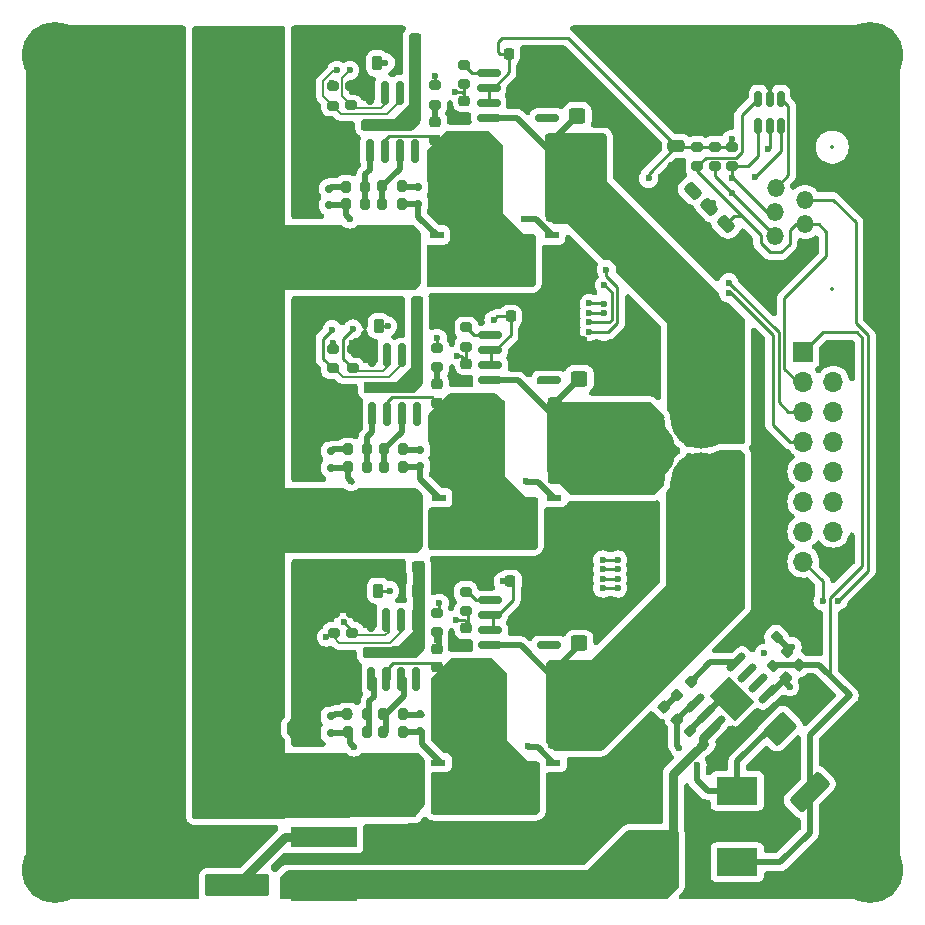
<source format=gtl>
%TF.GenerationSoftware,KiCad,Pcbnew,8.0.1*%
%TF.CreationDate,2024-09-08T16:29:12+01:00*%
%TF.ProjectId,BaselineRP2040MotorController,42617365-6c69-46e6-9552-50323034304d,rev?*%
%TF.SameCoordinates,Original*%
%TF.FileFunction,Copper,L1,Top*%
%TF.FilePolarity,Positive*%
%FSLAX46Y46*%
G04 Gerber Fmt 4.6, Leading zero omitted, Abs format (unit mm)*
G04 Created by KiCad (PCBNEW 8.0.1) date 2024-09-08 16:29:12*
%MOMM*%
%LPD*%
G01*
G04 APERTURE LIST*
G04 Aperture macros list*
%AMRoundRect*
0 Rectangle with rounded corners*
0 $1 Rounding radius*
0 $2 $3 $4 $5 $6 $7 $8 $9 X,Y pos of 4 corners*
0 Add a 4 corners polygon primitive as box body*
4,1,4,$2,$3,$4,$5,$6,$7,$8,$9,$2,$3,0*
0 Add four circle primitives for the rounded corners*
1,1,$1+$1,$2,$3*
1,1,$1+$1,$4,$5*
1,1,$1+$1,$6,$7*
1,1,$1+$1,$8,$9*
0 Add four rect primitives between the rounded corners*
20,1,$1+$1,$2,$3,$4,$5,0*
20,1,$1+$1,$4,$5,$6,$7,0*
20,1,$1+$1,$6,$7,$8,$9,0*
20,1,$1+$1,$8,$9,$2,$3,0*%
%AMRotRect*
0 Rectangle, with rotation*
0 The origin of the aperture is its center*
0 $1 length*
0 $2 width*
0 $3 Rotation angle, in degrees counterclockwise*
0 Add horizontal line*
21,1,$1,$2,0,0,$3*%
G04 Aperture macros list end*
%TA.AperFunction,SMDPad,CuDef*%
%ADD10RoundRect,0.200000X-0.275000X0.200000X-0.275000X-0.200000X0.275000X-0.200000X0.275000X0.200000X0*%
%TD*%
%TA.AperFunction,SMDPad,CuDef*%
%ADD11RoundRect,0.250000X0.475000X-0.250000X0.475000X0.250000X-0.475000X0.250000X-0.475000X-0.250000X0*%
%TD*%
%TA.AperFunction,SMDPad,CuDef*%
%ADD12RoundRect,0.250000X0.159099X-0.512652X0.512652X-0.159099X-0.159099X0.512652X-0.512652X0.159099X0*%
%TD*%
%TA.AperFunction,SMDPad,CuDef*%
%ADD13RoundRect,0.250000X-0.362500X-1.425000X0.362500X-1.425000X0.362500X1.425000X-0.362500X1.425000X0*%
%TD*%
%TA.AperFunction,SMDPad,CuDef*%
%ADD14RoundRect,0.250000X0.247487X1.166726X-1.166726X-0.247487X-0.247487X-1.166726X1.166726X0.247487X0*%
%TD*%
%TA.AperFunction,SMDPad,CuDef*%
%ADD15RoundRect,0.200000X0.200000X0.275000X-0.200000X0.275000X-0.200000X-0.275000X0.200000X-0.275000X0*%
%TD*%
%TA.AperFunction,SMDPad,CuDef*%
%ADD16RoundRect,0.200000X-0.200000X-0.275000X0.200000X-0.275000X0.200000X0.275000X-0.200000X0.275000X0*%
%TD*%
%TA.AperFunction,SMDPad,CuDef*%
%ADD17RoundRect,0.150000X0.825000X0.150000X-0.825000X0.150000X-0.825000X-0.150000X0.825000X-0.150000X0*%
%TD*%
%TA.AperFunction,SMDPad,CuDef*%
%ADD18RoundRect,0.250000X0.325000X0.650000X-0.325000X0.650000X-0.325000X-0.650000X0.325000X-0.650000X0*%
%TD*%
%TA.AperFunction,SMDPad,CuDef*%
%ADD19RoundRect,0.150000X-0.150000X0.825000X-0.150000X-0.825000X0.150000X-0.825000X0.150000X0.825000X0*%
%TD*%
%TA.AperFunction,SMDPad,CuDef*%
%ADD20RoundRect,0.250000X-2.475000X0.712500X-2.475000X-0.712500X2.475000X-0.712500X2.475000X0.712500X0*%
%TD*%
%TA.AperFunction,SMDPad,CuDef*%
%ADD21RoundRect,0.150000X-0.477297X-0.689429X0.689429X0.477297X0.477297X0.689429X-0.689429X-0.477297X0*%
%TD*%
%TA.AperFunction,HeatsinkPad*%
%ADD22C,0.500000*%
%TD*%
%TA.AperFunction,HeatsinkPad*%
%ADD23RotRect,2.290000X3.000000X45.000000*%
%TD*%
%TA.AperFunction,ComponentPad*%
%ADD24C,5.500000*%
%TD*%
%TA.AperFunction,SMDPad,CuDef*%
%ADD25R,3.500000X2.350000*%
%TD*%
%TA.AperFunction,SMDPad,CuDef*%
%ADD26RoundRect,0.225000X-0.017678X0.335876X-0.335876X0.017678X0.017678X-0.335876X0.335876X-0.017678X0*%
%TD*%
%TA.AperFunction,SMDPad,CuDef*%
%ADD27RoundRect,0.250000X1.100000X-0.325000X1.100000X0.325000X-1.100000X0.325000X-1.100000X-0.325000X0*%
%TD*%
%TA.AperFunction,SMDPad,CuDef*%
%ADD28RoundRect,0.150000X0.200000X-0.150000X0.200000X0.150000X-0.200000X0.150000X-0.200000X-0.150000X0*%
%TD*%
%TA.AperFunction,ComponentPad*%
%ADD29C,3.600000*%
%TD*%
%TA.AperFunction,ConnectorPad*%
%ADD30C,5.600000*%
%TD*%
%TA.AperFunction,SMDPad,CuDef*%
%ADD31RoundRect,0.250000X1.500000X1.000000X-1.500000X1.000000X-1.500000X-1.000000X1.500000X-1.000000X0*%
%TD*%
%TA.AperFunction,SMDPad,CuDef*%
%ADD32RoundRect,0.225000X-0.225000X-0.250000X0.225000X-0.250000X0.225000X0.250000X-0.225000X0.250000X0*%
%TD*%
%TA.AperFunction,SMDPad,CuDef*%
%ADD33RoundRect,0.225000X0.250000X-0.225000X0.250000X0.225000X-0.250000X0.225000X-0.250000X-0.225000X0*%
%TD*%
%TA.AperFunction,SMDPad,CuDef*%
%ADD34R,1.270000X0.610000*%
%TD*%
%TA.AperFunction,SMDPad,CuDef*%
%ADD35R,3.810000X3.910000*%
%TD*%
%TA.AperFunction,SMDPad,CuDef*%
%ADD36R,1.020000X0.610000*%
%TD*%
%TA.AperFunction,SMDPad,CuDef*%
%ADD37RoundRect,0.250000X0.450000X-0.400000X0.450000X0.400000X-0.450000X0.400000X-0.450000X-0.400000X0*%
%TD*%
%TA.AperFunction,SMDPad,CuDef*%
%ADD38RoundRect,0.225000X-0.225000X-0.375000X0.225000X-0.375000X0.225000X0.375000X-0.225000X0.375000X0*%
%TD*%
%TA.AperFunction,SMDPad,CuDef*%
%ADD39RoundRect,0.250000X-0.159099X0.512652X-0.512652X0.159099X0.159099X-0.512652X0.512652X-0.159099X0*%
%TD*%
%TA.AperFunction,ComponentPad*%
%ADD40R,1.700000X1.700000*%
%TD*%
%TA.AperFunction,ComponentPad*%
%ADD41O,1.700000X1.700000*%
%TD*%
%TA.AperFunction,SMDPad,CuDef*%
%ADD42RoundRect,0.150000X-0.150000X0.512500X-0.150000X-0.512500X0.150000X-0.512500X0.150000X0.512500X0*%
%TD*%
%TA.AperFunction,SMDPad,CuDef*%
%ADD43RoundRect,0.200000X-0.053033X0.335876X-0.335876X0.053033X0.053033X-0.335876X0.335876X-0.053033X0*%
%TD*%
%TA.AperFunction,SMDPad,CuDef*%
%ADD44RoundRect,0.250000X-1.000000X1.400000X-1.000000X-1.400000X1.000000X-1.400000X1.000000X1.400000X0*%
%TD*%
%TA.AperFunction,ComponentPad*%
%ADD45O,1.500000X1.500000*%
%TD*%
%TA.AperFunction,SMDPad,CuDef*%
%ADD46R,5.700000X1.700000*%
%TD*%
%TA.AperFunction,SMDPad,CuDef*%
%ADD47RoundRect,0.225000X0.335876X0.017678X0.017678X0.335876X-0.335876X-0.017678X-0.017678X-0.335876X0*%
%TD*%
%TA.AperFunction,SMDPad,CuDef*%
%ADD48RoundRect,0.250000X-0.671751X-1.449569X1.449569X0.671751X0.671751X1.449569X-1.449569X-0.671751X0*%
%TD*%
%TA.AperFunction,SMDPad,CuDef*%
%ADD49RoundRect,0.250000X1.000000X-1.950000X1.000000X1.950000X-1.000000X1.950000X-1.000000X-1.950000X0*%
%TD*%
%TA.AperFunction,SMDPad,CuDef*%
%ADD50RoundRect,0.250000X0.400000X0.450000X-0.400000X0.450000X-0.400000X-0.450000X0.400000X-0.450000X0*%
%TD*%
%TA.AperFunction,SMDPad,CuDef*%
%ADD51RoundRect,0.200000X-0.335876X-0.053033X-0.053033X-0.335876X0.335876X0.053033X0.053033X0.335876X0*%
%TD*%
%TA.AperFunction,ComponentPad*%
%ADD52C,5.200000*%
%TD*%
%TA.AperFunction,ViaPad*%
%ADD53C,0.600000*%
%TD*%
%TA.AperFunction,ViaPad*%
%ADD54C,0.300000*%
%TD*%
%TA.AperFunction,Conductor*%
%ADD55C,0.275000*%
%TD*%
%TA.AperFunction,Conductor*%
%ADD56C,0.500000*%
%TD*%
%TA.AperFunction,Conductor*%
%ADD57C,0.750000*%
%TD*%
%TA.AperFunction,Conductor*%
%ADD58C,0.200000*%
%TD*%
%ADD59C,0.300000*%
%ADD60C,0.100000*%
%ADD61C,0.200000*%
%ADD62C,0.350000*%
G04 APERTURE END LIST*
D10*
%TO.P,R50,1,1*%
%TO.N,+3V3*%
X171719997Y-40875003D03*
%TO.P,R50,2,2*%
%TO.N,/Encoder RX*%
X171720003Y-42525001D03*
%TD*%
D11*
%TO.P,C48,1*%
%TO.N,GND*%
X167000000Y-42700000D03*
%TO.P,C48,2*%
%TO.N,+3V3*%
X167000000Y-40800000D03*
%TD*%
D12*
%TO.P,C39,1*%
%TO.N,GND*%
X167056498Y-45943502D03*
%TO.P,C39,2*%
%TO.N,/Encoder RX*%
X168400000Y-44600000D03*
%TD*%
D13*
%TO.P,R22,1,1*%
%TO.N,/BLDC Power Control/Motor Phase U/A_P*%
X150802966Y-86163180D03*
%TO.P,R22,2,2*%
%TO.N,/BLDC Power Control/Motor Phase U/A_N*%
X156727966Y-86163180D03*
%TD*%
D14*
%TO.P,D16,1,K*%
%TO.N,GND*%
X178594977Y-87305028D03*
%TO.P,D16,2,A*%
%TO.N,/Power Filtering/SW*%
X175766543Y-90133456D03*
%TD*%
D15*
%TO.P,R27,1,1*%
%TO.N,Net-(U7-LO)*%
X140678089Y-44247149D03*
%TO.P,R27,2,2*%
%TO.N,Net-(D8-K)*%
X139028091Y-44247145D03*
%TD*%
D13*
%TO.P,R21,1,1*%
%TO.N,/BLDC Power Control/Motor Phase U/A_P*%
X150765466Y-90163180D03*
%TO.P,R21,2,2*%
%TO.N,/BLDC Power Control/Motor Phase U/A_N*%
X156690466Y-90163180D03*
%TD*%
%TO.P,R48,1,1*%
%TO.N,/BLDC Power Control/Motor Phase X/A_P*%
X150786964Y-67764392D03*
%TO.P,R48,2,2*%
%TO.N,/BLDC Power Control/Motor Phase X/A_N*%
X156711964Y-67764392D03*
%TD*%
D10*
%TO.P,R12,1,1*%
%TO.N,Net-(D2-K)*%
X146726230Y-80333786D03*
%TO.P,R12,2,2*%
%TO.N,Net-(U5-VB)*%
X146726228Y-81983784D03*
%TD*%
D16*
%TO.P,R26,1,1*%
%TO.N,Net-(U7-HO)*%
X142079547Y-44238665D03*
%TO.P,R26,2,2*%
%TO.N,Net-(D7-K)*%
X143729545Y-44238665D03*
%TD*%
D15*
%TO.P,R17,1,1*%
%TO.N,Net-(U5-LO)*%
X140814356Y-90410350D03*
%TO.P,R17,2,2*%
%TO.N,Net-(AL1-G)*%
X139164358Y-90410354D03*
%TD*%
D17*
%TO.P,U6,1,-*%
%TO.N,/BLDC Power Control/Motor Phase U/A_P*%
X156195223Y-83055622D03*
%TO.P,U6,2,GND*%
%TO.N,GND*%
X156195223Y-81785620D03*
%TO.P,U6,3,REF2*%
X156195226Y-80515619D03*
%TO.P,U6,4,GND*%
X156195221Y-79245620D03*
%TO.P,U6,5*%
%TO.N,Net-(R4-Pad1)*%
X151245223Y-79245618D03*
%TO.P,U6,6,V+*%
%TO.N,+3V3*%
X151245223Y-80515620D03*
%TO.P,U6,7,REF1*%
X151245220Y-81785621D03*
%TO.P,U6,8,+*%
%TO.N,/BLDC Power Control/Motor Phase U/A_N*%
X151245225Y-83055620D03*
%TD*%
D10*
%TO.P,R24,1,1*%
%TO.N,GND*%
X139436590Y-35729587D03*
%TO.P,R24,2,2*%
%TO.N,/PWM L V*%
X139436588Y-37379585D03*
%TD*%
D18*
%TO.P,C34,1*%
%TO.N,VMOT_PWR*%
X126875004Y-80949998D03*
%TO.P,C34,2*%
%TO.N,GND*%
X123925002Y-80950002D03*
%TD*%
D10*
%TO.P,R36,1,1*%
%TO.N,GND*%
X137900001Y-57978800D03*
%TO.P,R36,2,2*%
%TO.N,/PWM H X*%
X137899999Y-59628798D03*
%TD*%
D19*
%TO.P,U5,1,VCC*%
%TO.N,+12V*%
X144976336Y-80970185D03*
%TO.P,U5,2,HIN*%
%TO.N,/PWM H U*%
X143706337Y-80970182D03*
%TO.P,U5,3,~{LIN}*%
%TO.N,/PWM L U*%
X142436336Y-80970183D03*
%TO.P,U5,4,COM*%
%TO.N,GND*%
X141166335Y-80970183D03*
%TO.P,U5,5,LO*%
%TO.N,Net-(U5-LO)*%
X141166336Y-85920181D03*
%TO.P,U5,6,VS*%
%TO.N,/BLDC Power Control/Motor Phase U/A_P*%
X142436335Y-85920184D03*
%TO.P,U5,7,HO*%
%TO.N,Net-(U5-HO)*%
X143706336Y-85920183D03*
%TO.P,U5,8,VB*%
%TO.N,Net-(U5-VB)*%
X144976337Y-85920183D03*
%TD*%
D10*
%TO.P,R23,1,1*%
%TO.N,GND*%
X137887185Y-35737594D03*
%TO.P,R23,2,2*%
%TO.N,/PWM H V*%
X137887183Y-37387592D03*
%TD*%
D20*
%TO.P,F1,1*%
%TO.N,VMOT_PWR*%
X129799998Y-96625002D03*
%TO.P,F1,2*%
%TO.N,Net-(F1-Pad2)*%
X129800000Y-103400000D03*
%TD*%
D15*
%TO.P,R30,1,1*%
%TO.N,Net-(U7-LO)*%
X140674999Y-45749998D03*
%TO.P,R30,2,2*%
%TO.N,Net-(AL2-G)*%
X139025001Y-45750002D03*
%TD*%
%TO.P,R43,1,1*%
%TO.N,Net-(U9-LO)*%
X140843279Y-67977264D03*
%TO.P,R43,2,2*%
%TO.N,Net-(AL3-G)*%
X139193281Y-67977260D03*
%TD*%
D16*
%TO.P,R39,1,1*%
%TO.N,Net-(U9-HO)*%
X142238615Y-66499706D03*
%TO.P,R39,2,2*%
%TO.N,Net-(D11-K)*%
X143888615Y-66499706D03*
%TD*%
D21*
%TO.P,U13,1,SW*%
%TO.N,/Power Filtering/SW*%
X168586143Y-88005563D03*
%TO.P,U13,2,ILIM*%
%TO.N,Net-(R56-Pad1)*%
X169484170Y-88903591D03*
%TO.P,U13,3,VIN*%
%TO.N,VMOT*%
X170382196Y-89801620D03*
%TO.P,U13,4,GND*%
%TO.N,GND*%
X171280226Y-90699641D03*
%TO.P,U13,5,FB*%
%TO.N,/Power Filtering/FB*%
X174780403Y-87199465D03*
%TO.P,U13,6,EN*%
%TO.N,unconnected-(U13-EN-Pad6)*%
X173882376Y-86301437D03*
%TO.P,U13,7,POK*%
%TO.N,unconnected-(U13-POK-Pad7)*%
X172984350Y-85403408D03*
%TO.P,U13,8,BS*%
%TO.N,/Power Filtering/BS*%
X172086320Y-84505387D03*
D22*
%TO.P,U13,9,ILIM*%
%TO.N,Net-(R56-Pad1)*%
X170516545Y-87355028D03*
X171223653Y-88062136D03*
X171930760Y-88769242D03*
D23*
X171683273Y-87602514D03*
D22*
X171435786Y-86435786D03*
X172142893Y-87142892D03*
X172850001Y-87850000D03*
%TD*%
D24*
%TO.P,J4,1,Pin_1*%
%TO.N,GND*%
X122700000Y-34600000D03*
%TO.P,J4,2,Pin_2*%
%TO.N,VMOT_PWR*%
X129900000Y-34600000D03*
%TD*%
D25*
%TO.P,L1,1,1*%
%TO.N,/Power Filtering/SW*%
X172150000Y-95400000D03*
%TO.P,L1,2,2*%
%TO.N,+12V*%
X172150000Y-101450000D03*
%TD*%
D26*
%TO.P,C57,1*%
%TO.N,+12V*%
X177378762Y-84721236D03*
%TO.P,C57,2*%
%TO.N,/Power Filtering/FB*%
X176282758Y-85817248D03*
%TD*%
D27*
%TO.P,C65,1*%
%TO.N,VMOT*%
X152250001Y-103625003D03*
%TO.P,C65,2*%
%TO.N,GND*%
X152249999Y-100674997D03*
%TD*%
D10*
%TO.P,R10,1,1*%
%TO.N,GND*%
X138011862Y-80390772D03*
%TO.P,R10,2,2*%
%TO.N,/PWM H U*%
X138011860Y-82040770D03*
%TD*%
D27*
%TO.P,C64,1*%
%TO.N,VMOT_PWR*%
X135400001Y-93075000D03*
%TO.P,C64,2*%
%TO.N,GND*%
X135399999Y-90125000D03*
%TD*%
D28*
%TO.P,D4,1,K*%
%TO.N,Net-(D4-K)*%
X137727965Y-89081509D03*
%TO.P,D4,2,A*%
%TO.N,Net-(AL1-G)*%
X137727965Y-90481505D03*
%TD*%
D29*
%TO.P,H2,1,1*%
%TO.N,GND*%
X183400000Y-102100000D03*
D30*
X183400000Y-102100000D03*
%TD*%
D31*
%TO.P,C37,1*%
%TO.N,VMOT_PWR*%
X129150002Y-52599998D03*
%TO.P,C37,2*%
%TO.N,GND*%
X122649998Y-52600002D03*
%TD*%
D32*
%TO.P,C16,1*%
%TO.N,GND*%
X143525000Y-76450000D03*
%TO.P,C16,2*%
%TO.N,+12V*%
X145075000Y-76450000D03*
%TD*%
D33*
%TO.P,C1,1*%
%TO.N,GND*%
X149201525Y-83175767D03*
%TO.P,C1,2*%
%TO.N,/CurrentSense2*%
X149201529Y-81625771D03*
%TD*%
D34*
%TO.P,AH2,1,S*%
%TO.N,/BLDC Power Control/Motor Phase V/A_P*%
X146710001Y-50884999D03*
X146710001Y-49614999D03*
X146709998Y-52155000D03*
%TO.P,AH2,2,G*%
%TO.N,Net-(AH2-G)*%
X146710002Y-48345000D03*
D35*
%TO.P,AH2,3,D*%
%TO.N,VMOT_PWR*%
X143350000Y-50250000D03*
D36*
X141245001Y-48345001D03*
X141244999Y-49615003D03*
X141244998Y-52154999D03*
X141244997Y-50885001D03*
%TD*%
D37*
%TO.P,D5,1,A1*%
%TO.N,/BLDC Power Control/Motor Phase U/A_N*%
X158779558Y-82930800D03*
%TO.P,D5,2,A2*%
%TO.N,GND*%
X158779558Y-80030796D03*
%TD*%
D10*
%TO.P,R5,1,1*%
%TO.N,Net-(R5-Pad1)*%
X149057337Y-33925001D03*
%TO.P,R5,2,2*%
%TO.N,/CurrentSense1*%
X149057343Y-35574999D03*
%TD*%
D38*
%TO.P,D2,1,K*%
%TO.N,Net-(D2-K)*%
X141773655Y-78451701D03*
%TO.P,D2,2,A*%
%TO.N,+12V*%
X145073655Y-78451701D03*
%TD*%
D37*
%TO.P,D13,1,A1*%
%TO.N,/BLDC Power Control/Motor Phase X/A_N*%
X158794655Y-60498233D03*
%TO.P,D13,2,A2*%
%TO.N,GND*%
X158794655Y-57598229D03*
%TD*%
D39*
%TO.P,C45,1*%
%TO.N,/Encoder SCK*%
X169800000Y-46000000D03*
%TO.P,C45,2*%
%TO.N,GND*%
X168456498Y-47343502D03*
%TD*%
D27*
%TO.P,C51,1*%
%TO.N,VMOT*%
X157650001Y-103625000D03*
%TO.P,C51,2*%
%TO.N,GND*%
X157649999Y-100675000D03*
%TD*%
D40*
%TO.P,J5,1,Pin_1*%
%TO.N,+12V*%
X177750001Y-58225002D03*
D41*
%TO.P,J5,2,Pin_2*%
%TO.N,GND*%
X180290001Y-58225002D03*
%TO.P,J5,3,Pin_3*%
%TO.N,/Encoder CS*%
X177750001Y-60765002D03*
%TO.P,J5,4,Pin_4*%
%TO.N,/Encoder SCK*%
X180289999Y-60764999D03*
%TO.P,J5,5,Pin_5*%
%TO.N,/CurrentSense3*%
X177750006Y-63305001D03*
%TO.P,J5,6,Pin_6*%
%TO.N,/Encoder RX*%
X180290002Y-63304999D03*
%TO.P,J5,7,Pin_7*%
%TO.N,/CurrentSense1*%
X177750001Y-65845002D03*
%TO.P,J5,8,Pin_8*%
%TO.N,/CurrentSense2*%
X180290002Y-65845002D03*
%TO.P,J5,9,Pin_9*%
%TO.N,/PWM H V*%
X177750000Y-68385002D03*
%TO.P,J5,10,Pin_10*%
%TO.N,/PWM L V*%
X180290003Y-68385004D03*
%TO.P,J5,11,Pin_11*%
%TO.N,/PWM H X*%
X177750006Y-70925002D03*
%TO.P,J5,12,Pin_12*%
%TO.N,/PWM L X*%
X180290001Y-70925002D03*
%TO.P,J5,13,Pin_13*%
%TO.N,/PWM H U*%
X177750001Y-73465002D03*
%TO.P,J5,14,Pin_14*%
%TO.N,/PWM L U*%
X180290003Y-73465003D03*
%TO.P,J5,15,Pin_15*%
%TO.N,+3V3*%
X177750003Y-76005005D03*
%TO.P,J5,16,Pin_16*%
%TO.N,GND*%
X180290004Y-76005002D03*
%TD*%
D42*
%TO.P,U11,1,I/O1*%
%TO.N,/Hall Effect Encoders/TH_MOTOR1*%
X175850000Y-36799995D03*
%TO.P,U11,2,GND*%
%TO.N,GND*%
X174900002Y-36799999D03*
%TO.P,U11,3,I/O2*%
%TO.N,/Encoder CS*%
X173950000Y-36800000D03*
%TO.P,U11,4,I/O3*%
%TO.N,/Encoder RX*%
X173950004Y-39075001D03*
%TO.P,U11,5,VBUS*%
%TO.N,+3V3*%
X174900002Y-39074997D03*
%TO.P,U11,6,I/O4*%
%TO.N,/Encoder SCK*%
X175850004Y-39074996D03*
%TD*%
D39*
%TO.P,C42,1*%
%TO.N,/Encoder CS*%
X171200000Y-47400000D03*
%TO.P,C42,2*%
%TO.N,GND*%
X169856498Y-48743502D03*
%TD*%
D10*
%TO.P,R25,1,1*%
%TO.N,Net-(D6-K)*%
X146600001Y-35675001D03*
%TO.P,R25,2,2*%
%TO.N,Net-(U7-VB)*%
X146599999Y-37324999D03*
%TD*%
D34*
%TO.P,AL2,1,S*%
%TO.N,GND*%
X156460001Y-50884999D03*
X156460001Y-49614999D03*
X156459998Y-52155000D03*
%TO.P,AL2,2,G*%
%TO.N,Net-(AL2-G)*%
X156460002Y-48345000D03*
D35*
%TO.P,AL2,3,D*%
%TO.N,/BLDC Power Control/Motor Phase V/A_P*%
X153100000Y-50250000D03*
D36*
X150995001Y-48345001D03*
X150994999Y-49615003D03*
X150994998Y-52154999D03*
X150994997Y-50885001D03*
%TD*%
D33*
%TO.P,C3,1*%
%TO.N,GND*%
X149216061Y-60785578D03*
%TO.P,C3,2*%
%TO.N,/CurrentSense3*%
X149216065Y-59235582D03*
%TD*%
D32*
%TO.P,C27,1*%
%TO.N,+3V3*%
X152825000Y-33000000D03*
%TO.P,C27,2*%
%TO.N,GND*%
X154375000Y-33000000D03*
%TD*%
D18*
%TO.P,C38,1*%
%TO.N,VMOT_PWR*%
X126875004Y-74249997D03*
%TO.P,C38,2*%
%TO.N,GND*%
X123925002Y-74250001D03*
%TD*%
D33*
%TO.P,C32,1*%
%TO.N,/BLDC Power Control/Motor Phase X/A_P*%
X146766578Y-62552940D03*
%TO.P,C32,2*%
%TO.N,Net-(U9-VB)*%
X146766582Y-61002944D03*
%TD*%
D43*
%TO.P,R59,1*%
%TO.N,GND*%
X176664117Y-81235876D03*
%TO.P,R59,2*%
%TO.N,/Power Filtering/FB*%
X175497403Y-82402608D03*
%TD*%
D28*
%TO.P,D3,1,K*%
%TO.N,Net-(D3-K)*%
X145284367Y-88942409D03*
%TO.P,D3,2,A*%
%TO.N,Net-(AH1-G)*%
X145284367Y-90342405D03*
%TD*%
D38*
%TO.P,D6,1,K*%
%TO.N,Net-(D6-K)*%
X141654187Y-33806864D03*
%TO.P,D6,2,A*%
%TO.N,+12V*%
X144954191Y-33806870D03*
%TD*%
D19*
%TO.P,U9,1,VCC*%
%TO.N,+12V*%
X145053544Y-58544625D03*
%TO.P,U9,2,HIN*%
%TO.N,/PWM H X*%
X143783545Y-58544622D03*
%TO.P,U9,3,~{LIN}*%
%TO.N,/PWM L X*%
X142513544Y-58544623D03*
%TO.P,U9,4,COM*%
%TO.N,GND*%
X141243543Y-58544623D03*
%TO.P,U9,5,LO*%
%TO.N,Net-(U9-LO)*%
X141243544Y-63494621D03*
%TO.P,U9,6,VS*%
%TO.N,/BLDC Power Control/Motor Phase X/A_P*%
X142513543Y-63494624D03*
%TO.P,U9,7,HO*%
%TO.N,Net-(U9-HO)*%
X143783544Y-63494623D03*
%TO.P,U9,8,VB*%
%TO.N,Net-(U9-VB)*%
X145053545Y-63494623D03*
%TD*%
D10*
%TO.P,R52,1,1*%
%TO.N,+3V3*%
X168749991Y-40874999D03*
%TO.P,R52,2,2*%
%TO.N,/Encoder CS*%
X168749997Y-42524997D03*
%TD*%
D34*
%TO.P,AH1,1,S*%
%TO.N,/BLDC Power Control/Motor Phase U/A_P*%
X146837967Y-95548179D03*
X146837967Y-94278179D03*
X146837964Y-96818180D03*
%TO.P,AH1,2,G*%
%TO.N,Net-(AH1-G)*%
X146837968Y-93008180D03*
D35*
%TO.P,AH1,3,D*%
%TO.N,VMOT_PWR*%
X143477966Y-94913180D03*
D36*
X141372967Y-93008181D03*
X141372965Y-94278183D03*
X141372964Y-96818179D03*
X141372963Y-95548181D03*
%TD*%
D32*
%TO.P,C22,1*%
%TO.N,GND*%
X143399070Y-31790953D03*
%TO.P,C22,2*%
%TO.N,+12V*%
X144949070Y-31790953D03*
%TD*%
D15*
%TO.P,R14,1,1*%
%TO.N,Net-(U5-LO)*%
X140804476Y-88905815D03*
%TO.P,R14,2,2*%
%TO.N,Net-(D4-K)*%
X139154478Y-88905819D03*
%TD*%
%TO.P,R40,1,1*%
%TO.N,Net-(U9-LO)*%
X140836121Y-66494219D03*
%TO.P,R40,2,2*%
%TO.N,Net-(D12-K)*%
X139186123Y-66494215D03*
%TD*%
D31*
%TO.P,C36,1*%
%TO.N,VMOT_PWR*%
X129150002Y-43599998D03*
%TO.P,C36,2*%
%TO.N,GND*%
X122649998Y-43600002D03*
%TD*%
D34*
%TO.P,AH3,1,S*%
%TO.N,/BLDC Power Control/Motor Phase X/A_P*%
X146897774Y-73138062D03*
X146897774Y-71868062D03*
X146897771Y-74408063D03*
%TO.P,AH3,2,G*%
%TO.N,Net-(AH3-G)*%
X146897775Y-70598063D03*
D35*
%TO.P,AH3,3,D*%
%TO.N,VMOT_PWR*%
X143537773Y-72503063D03*
D36*
X141432774Y-70598064D03*
X141432772Y-71868066D03*
X141432771Y-74408062D03*
X141432770Y-73138064D03*
%TD*%
D29*
%TO.P,H4,1,1*%
%TO.N,GND*%
X114400000Y-33100000D03*
D30*
X114400000Y-33100000D03*
%TD*%
D16*
%TO.P,R29,1,1*%
%TO.N,Net-(U7-HO)*%
X142079547Y-45738665D03*
%TO.P,R29,2,2*%
%TO.N,Net-(AH2-G)*%
X143729545Y-45738665D03*
%TD*%
D33*
%TO.P,C26,1*%
%TO.N,/BLDC Power Control/Motor Phase V/A_P*%
X146599996Y-40299996D03*
%TO.P,C26,2*%
%TO.N,Net-(U7-VB)*%
X146600000Y-38750000D03*
%TD*%
D28*
%TO.P,D11,1,K*%
%TO.N,Net-(D11-K)*%
X145315291Y-66530284D03*
%TO.P,D11,2,A*%
%TO.N,Net-(AH3-G)*%
X145315291Y-67930280D03*
%TD*%
D10*
%TO.P,R11,1,1*%
%TO.N,GND*%
X139558316Y-80390772D03*
%TO.P,R11,2,2*%
%TO.N,/PWM L U*%
X139558314Y-82040770D03*
%TD*%
D29*
%TO.P,H3,1,1*%
%TO.N,GND*%
X183400000Y-33100000D03*
D30*
X183400000Y-33100000D03*
%TD*%
D44*
%TO.P,D15,1,A1*%
%TO.N,VMOT_PWR*%
X128799999Y-60599998D03*
%TO.P,D15,2,A2*%
%TO.N,GND*%
X122000001Y-60600002D03*
%TD*%
D45*
%TO.P,J2,1,Pin_1*%
%TO.N,/Hall Effect Encoders/TH_MOTOR1*%
X175400001Y-44350000D03*
%TO.P,J2,2,Pin_2*%
%TO.N,+3V3*%
X177900000Y-45370001D03*
%TO.P,J2,3,Pin_3*%
%TO.N,/Encoder RX*%
X175359998Y-46390000D03*
%TO.P,J2,4,Pin_4*%
%TO.N,/Encoder CS*%
X177900001Y-47409998D03*
%TO.P,J2,5,Pin_5*%
%TO.N,/Encoder SCK*%
X175360000Y-48430000D03*
%TO.P,J2,6,Pin_6*%
%TO.N,GND*%
X177900001Y-49450001D03*
%TD*%
D11*
%TO.P,C52,1*%
%TO.N,VMOT*%
X155000000Y-103000000D03*
%TO.P,C52,2*%
%TO.N,GND*%
X155000000Y-101100000D03*
%TD*%
D43*
%TO.P,R57,1*%
%TO.N,/Power Filtering/BS*%
X168197475Y-86152510D03*
%TO.P,R57,2*%
%TO.N,Net-(C55-Pad2)*%
X167030761Y-87319242D03*
%TD*%
D18*
%TO.P,C35,1*%
%TO.N,VMOT_PWR*%
X126875001Y-77599998D03*
%TO.P,C35,2*%
%TO.N,GND*%
X123924999Y-77600002D03*
%TD*%
D46*
%TO.P,L3,1,1*%
%TO.N,Net-(F1-Pad2)*%
X137150001Y-99350001D03*
%TO.P,L3,2,2*%
%TO.N,VMOT*%
X137150001Y-103849999D03*
%TD*%
D28*
%TO.P,D7,1,K*%
%TO.N,Net-(D7-K)*%
X145154546Y-44288669D03*
%TO.P,D7,2,A*%
%TO.N,Net-(AH2-G)*%
X145154546Y-45688661D03*
%TD*%
D34*
%TO.P,AL3,1,S*%
%TO.N,GND*%
X156633764Y-73117377D03*
X156633764Y-71847377D03*
X156633761Y-74387378D03*
%TO.P,AL3,2,G*%
%TO.N,Net-(AL3-G)*%
X156633765Y-70577378D03*
D35*
%TO.P,AL3,3,D*%
%TO.N,/BLDC Power Control/Motor Phase X/A_P*%
X153273763Y-72482378D03*
D36*
X151168764Y-70577379D03*
X151168762Y-71847381D03*
X151168761Y-74387377D03*
X151168760Y-73117379D03*
%TD*%
D16*
%TO.P,R42,1,1*%
%TO.N,Net-(U9-HO)*%
X142235584Y-67990019D03*
%TO.P,R42,2,2*%
%TO.N,Net-(AH3-G)*%
X143885584Y-67990019D03*
%TD*%
D10*
%TO.P,R37,1,1*%
%TO.N,GND*%
X139600275Y-57978800D03*
%TO.P,R37,2,2*%
%TO.N,/PWM L X*%
X139600273Y-59628798D03*
%TD*%
D47*
%TO.P,C55,1*%
%TO.N,/Power Filtering/SW*%
X167080760Y-89369242D03*
%TO.P,C55,2*%
%TO.N,Net-(C55-Pad2)*%
X165984752Y-88273226D03*
%TD*%
D10*
%TO.P,R6,1,1*%
%TO.N,Net-(R6-Pad1)*%
X149197186Y-56150512D03*
%TO.P,R6,2,2*%
%TO.N,/CurrentSense3*%
X149197184Y-57800510D03*
%TD*%
D32*
%TO.P,C33,1*%
%TO.N,+3V3*%
X152969717Y-55241110D03*
%TO.P,C33,2*%
%TO.N,GND*%
X154519717Y-55241110D03*
%TD*%
D38*
%TO.P,D10,1,K*%
%TO.N,Net-(D10-K)*%
X141818065Y-56057786D03*
%TO.P,D10,2,A*%
%TO.N,+12V*%
X145118065Y-56057786D03*
%TD*%
D13*
%TO.P,R34,1,1*%
%TO.N,/BLDC Power Control/Motor Phase V/A_P*%
X150655449Y-45531089D03*
%TO.P,R34,2,2*%
%TO.N,/BLDC Power Control/Motor Phase V/A_N*%
X156580449Y-45531089D03*
%TD*%
D48*
%TO.P,C60,1*%
%TO.N,+12V*%
X178290809Y-95509185D03*
%TO.P,C60,2*%
%TO.N,GND*%
X182109191Y-91690815D03*
%TD*%
D16*
%TO.P,R16,1,1*%
%TO.N,Net-(U5-HO)*%
X142202210Y-90395430D03*
%TO.P,R16,2,2*%
%TO.N,Net-(AH1-G)*%
X143852210Y-90395430D03*
%TD*%
D10*
%TO.P,R4,1,1*%
%TO.N,Net-(R4-Pad1)*%
X149180360Y-78571154D03*
%TO.P,R4,2,2*%
%TO.N,/CurrentSense2*%
X149180366Y-80221152D03*
%TD*%
D37*
%TO.P,D9,1,A1*%
%TO.N,/BLDC Power Control/Motor Phase V/A_N*%
X158624260Y-38257298D03*
%TO.P,D9,2,A2*%
%TO.N,GND*%
X158624260Y-35357294D03*
%TD*%
D49*
%TO.P,C49,1*%
%TO.N,VMOT*%
X163800000Y-101950002D03*
%TO.P,C49,2*%
%TO.N,GND*%
X163800000Y-94549998D03*
%TD*%
D33*
%TO.P,C20,1*%
%TO.N,/BLDC Power Control/Motor Phase U/A_P*%
X146727964Y-84938178D03*
%TO.P,C20,2*%
%TO.N,Net-(U5-VB)*%
X146727968Y-83388182D03*
%TD*%
D43*
%TO.P,R58,1*%
%TO.N,/Power Filtering/FB*%
X176364123Y-83635882D03*
%TO.P,R58,2*%
%TO.N,+12V*%
X175197397Y-84802602D03*
%TD*%
D28*
%TO.P,D8,1,K*%
%TO.N,Net-(D8-K)*%
X137601013Y-44418948D03*
%TO.P,D8,2,A*%
%TO.N,Net-(AL2-G)*%
X137601013Y-45818944D03*
%TD*%
D32*
%TO.P,C21,1*%
%TO.N,+3V3*%
X152948148Y-77655263D03*
%TO.P,C21,2*%
%TO.N,GND*%
X154498148Y-77655263D03*
%TD*%
D50*
%TO.P,D14,1,A1*%
%TO.N,VMOT_PWR*%
X126850000Y-71600000D03*
%TO.P,D14,2,A2*%
%TO.N,GND*%
X123950000Y-71600000D03*
%TD*%
D10*
%TO.P,R38,1,1*%
%TO.N,Net-(D10-K)*%
X146755579Y-57910182D03*
%TO.P,R38,2,2*%
%TO.N,Net-(U9-VB)*%
X146755585Y-59560180D03*
%TD*%
D51*
%TO.P,R56,1*%
%TO.N,Net-(R56-Pad1)*%
X168116634Y-90316643D03*
%TO.P,R56,2*%
%TO.N,VMOT*%
X169283366Y-91483357D03*
%TD*%
D17*
%TO.P,U8,1,-*%
%TO.N,/BLDC Power Control/Motor Phase V/A_P*%
X156075000Y-38405002D03*
%TO.P,U8,2,GND*%
%TO.N,GND*%
X156075000Y-37135000D03*
%TO.P,U8,3,REF2*%
X156075003Y-35864999D03*
%TO.P,U8,4,GND*%
X156074998Y-34595000D03*
%TO.P,U8,5*%
%TO.N,Net-(R5-Pad1)*%
X151125000Y-34594998D03*
%TO.P,U8,6,V+*%
%TO.N,+3V3*%
X151125000Y-35865000D03*
%TO.P,U8,7,REF1*%
X151124997Y-37135001D03*
%TO.P,U8,8,+*%
%TO.N,/BLDC Power Control/Motor Phase V/A_N*%
X151125002Y-38405000D03*
%TD*%
D33*
%TO.P,C2,1*%
%TO.N,GND*%
X149049602Y-38531078D03*
%TO.P,C2,2*%
%TO.N,/CurrentSense1*%
X149049606Y-36981082D03*
%TD*%
D32*
%TO.P,C28,1*%
%TO.N,GND*%
X143547780Y-54040518D03*
%TO.P,C28,2*%
%TO.N,+12V*%
X145097780Y-54040518D03*
%TD*%
D52*
%TO.P,J3,1,Pin_1*%
%TO.N,/BLDC Power Control/Motor Phase U/A_N*%
X169099999Y-69350000D03*
%TO.P,J3,2,Pin_2*%
%TO.N,/BLDC Power Control/Motor Phase V/A_N*%
X169100001Y-63850000D03*
%TO.P,J3,3,Pin_3*%
%TO.N,/BLDC Power Control/Motor Phase X/A_N*%
X164340000Y-66600000D03*
%TD*%
D19*
%TO.P,U7,1,VCC*%
%TO.N,+12V*%
X144849999Y-36300002D03*
%TO.P,U7,2,HIN*%
%TO.N,/PWM H V*%
X143580001Y-36299998D03*
%TO.P,U7,3,~{LIN}*%
%TO.N,/PWM L V*%
X142309998Y-36299999D03*
%TO.P,U7,4,COM*%
%TO.N,GND*%
X141039998Y-36300000D03*
%TO.P,U7,5,LO*%
%TO.N,Net-(U7-LO)*%
X141039999Y-41249998D03*
%TO.P,U7,6,VS*%
%TO.N,/BLDC Power Control/Motor Phase V/A_P*%
X142309997Y-41250002D03*
%TO.P,U7,7,HO*%
%TO.N,Net-(U7-HO)*%
X143580000Y-41250001D03*
%TO.P,U7,8,VB*%
%TO.N,Net-(U7-VB)*%
X144850000Y-41250000D03*
%TD*%
D13*
%TO.P,R47,1,1*%
%TO.N,/BLDC Power Control/Motor Phase X/A_P*%
X150800004Y-63750004D03*
%TO.P,R47,2,2*%
%TO.N,/BLDC Power Control/Motor Phase X/A_N*%
X156725004Y-63750004D03*
%TD*%
D28*
%TO.P,D12,1,K*%
%TO.N,Net-(D12-K)*%
X137761383Y-66661166D03*
%TO.P,D12,2,A*%
%TO.N,Net-(AL3-G)*%
X137761383Y-68061162D03*
%TD*%
D16*
%TO.P,R13,1,1*%
%TO.N,Net-(U5-HO)*%
X142195892Y-88899835D03*
%TO.P,R13,2,2*%
%TO.N,Net-(D3-K)*%
X143845892Y-88899835D03*
%TD*%
D34*
%TO.P,AL1,1,S*%
%TO.N,GND*%
X156587967Y-95548179D03*
X156587967Y-94278179D03*
X156587964Y-96818180D03*
%TO.P,AL1,2,G*%
%TO.N,Net-(AL1-G)*%
X156587968Y-93008180D03*
D35*
%TO.P,AL1,3,D*%
%TO.N,/BLDC Power Control/Motor Phase U/A_P*%
X153227966Y-94913180D03*
D36*
X151122967Y-93008181D03*
X151122965Y-94278183D03*
X151122964Y-96818179D03*
X151122963Y-95548181D03*
%TD*%
D13*
%TO.P,R35,1,1*%
%TO.N,/BLDC Power Control/Motor Phase V/A_P*%
X150637500Y-41500000D03*
%TO.P,R35,2,2*%
%TO.N,/BLDC Power Control/Motor Phase V/A_N*%
X156562500Y-41500000D03*
%TD*%
D10*
%TO.P,R54,1,1*%
%TO.N,+3V3*%
X170249994Y-40875001D03*
%TO.P,R54,2,2*%
%TO.N,/Encoder SCK*%
X170250000Y-42524999D03*
%TD*%
D29*
%TO.P,H1,1,1*%
%TO.N,GND*%
X114400000Y-102100000D03*
D30*
X114400000Y-102100000D03*
%TD*%
D17*
%TO.P,U10,1,-*%
%TO.N,/BLDC Power Control/Motor Phase X/A_P*%
X156210913Y-60626435D03*
%TO.P,U10,2,GND*%
%TO.N,GND*%
X156210918Y-59356436D03*
%TO.P,U10,3,REF2*%
X156210916Y-58086434D03*
%TO.P,U10,4,GND*%
X156210916Y-56816432D03*
%TO.P,U10,5*%
%TO.N,Net-(R6-Pad1)*%
X151260919Y-56816433D03*
%TO.P,U10,6,V+*%
%TO.N,+3V3*%
X151260914Y-58086432D03*
%TO.P,U10,7,REF1*%
X151260916Y-59356434D03*
%TO.P,U10,8,+*%
%TO.N,/BLDC Power Control/Motor Phase X/A_N*%
X151260916Y-60626436D03*
%TD*%
D53*
%TO.N,+3V3*%
X160762500Y-77450003D03*
X179412500Y-79350000D03*
X152325000Y-77650000D03*
X151550000Y-55537500D03*
X180687500Y-79325781D03*
X171700000Y-40250000D03*
X162037500Y-77450003D03*
X164642892Y-43557108D03*
X174800000Y-41050000D03*
X161075000Y-51275000D03*
X159613066Y-56542458D03*
%TO.N,GND*%
X158352623Y-95452623D03*
X137900000Y-57450000D03*
X158400000Y-73100000D03*
X158202623Y-50802623D03*
X157600000Y-73100000D03*
X158250000Y-49550000D03*
X158400000Y-94200000D03*
X158202623Y-52102623D03*
X157552623Y-96752623D03*
X142600000Y-31200000D03*
X157600000Y-94200000D03*
X158447377Y-71847377D03*
X157552623Y-95452623D03*
X148350000Y-83150000D03*
X157402623Y-50802623D03*
X157450000Y-49550000D03*
X148100000Y-38500000D03*
X157647377Y-71847377D03*
X139500000Y-35500000D03*
X174900002Y-35550002D03*
X158400000Y-74400000D03*
X158352623Y-96752623D03*
X157600000Y-74400000D03*
X139550000Y-57450000D03*
X140200000Y-78450000D03*
X148300000Y-60775000D03*
X137850000Y-35450000D03*
X157402623Y-52102623D03*
%TO.N,/CurrentSense3*%
X171425781Y-52374219D03*
X160907092Y-52580592D03*
X148400000Y-58550000D03*
X159612363Y-55742456D03*
%TO.N,/PWM H U*%
X137350000Y-82400000D03*
X160762500Y-75850000D03*
X162037500Y-75850000D03*
%TO.N,/PWM L U*%
X138817561Y-81117845D03*
X162037500Y-76650000D03*
X160762500Y-76650000D03*
%TO.N,/PWM H V*%
X138250000Y-34400000D03*
%TO.N,/Encoder RX*%
X168400000Y-44600000D03*
X171750000Y-43550000D03*
%TO.N,+12V*%
X144450000Y-83150000D03*
X174450000Y-83750000D03*
X144400000Y-38400000D03*
X144650000Y-60900000D03*
%TO.N,/BLDC Power Control/Motor Phase U/A_P*%
X152190466Y-85413180D03*
X156195223Y-83055622D03*
%TO.N,Net-(U5-VB)*%
X144976337Y-85920183D03*
X146740466Y-82663180D03*
%TO.N,/BLDC Power Control/Motor Phase V/A_P*%
X151850000Y-40750000D03*
D54*
X156075000Y-38405002D03*
D53*
%TO.N,Net-(U7-VB)*%
X144850000Y-41250000D03*
X146599999Y-38000000D03*
%TO.N,/BLDC Power Control/Motor Phase X/A_P*%
X155462504Y-60700004D03*
X152262504Y-62600004D03*
%TO.N,Net-(U9-VB)*%
X146762504Y-60300004D03*
X145012504Y-63500004D03*
%TO.N,Net-(D2-K)*%
X142740466Y-78463180D03*
X146940466Y-79528612D03*
%TO.N,Net-(D6-K)*%
X142350000Y-33750000D03*
X146595908Y-34861340D03*
%TO.N,Net-(D10-K)*%
X146762504Y-57100004D03*
X142562504Y-56050004D03*
%TO.N,/Power Filtering/SW*%
X167250000Y-91750000D03*
X168750000Y-93250000D03*
%TO.N,/Encoder SCK*%
X173700000Y-43400000D03*
X171700000Y-44800000D03*
X170100000Y-45600000D03*
%TO.N,/CurrentSense1*%
X148250000Y-36200000D03*
X171425000Y-53275000D03*
%TO.N,/CurrentSense2*%
X162037500Y-78250006D03*
X148350000Y-80900000D03*
X160762500Y-78250006D03*
%TO.N,/Power Filtering/FB*%
X176600000Y-86600000D03*
X176800000Y-83200005D03*
%TO.N,/PWM L V*%
X139350000Y-34400000D03*
%TO.N,Net-(AL1-G)*%
X139700000Y-91700000D03*
X154450000Y-91650000D03*
%TO.N,Net-(AL2-G)*%
X139350000Y-47000000D03*
X154100000Y-47000000D03*
%TO.N,Net-(AL3-G)*%
X139462504Y-69200004D03*
X154262504Y-69200004D03*
%TO.N,/PWM H X*%
X160887500Y-54149991D03*
X159612498Y-54142452D03*
X137850000Y-56350000D03*
%TO.N,/PWM L X*%
X159612536Y-54942454D03*
X160887500Y-54949994D03*
X139600000Y-56300000D03*
%TD*%
D55*
%TO.N,+3V3*%
X162000000Y-55800000D02*
X161250000Y-56550000D01*
X162000000Y-52773176D02*
X162000000Y-55800000D01*
X161075000Y-51848176D02*
X162000000Y-52773176D01*
X161250000Y-56550000D02*
X160887500Y-56550000D01*
X161075000Y-51275000D02*
X161075000Y-51848176D01*
%TO.N,/CurrentSense3*%
X161300000Y-55750000D02*
X160887503Y-55750000D01*
X161525000Y-55525000D02*
X161300000Y-55750000D01*
X161525000Y-53198500D02*
X161525000Y-55525000D01*
X160907092Y-52580592D02*
X161525000Y-53198500D01*
X160887503Y-55750000D02*
X160887500Y-55749997D01*
D56*
%TO.N,Net-(AL1-G)*%
X155242968Y-91663180D02*
X154440466Y-91663180D01*
X156587968Y-93008180D02*
X155242968Y-91663180D01*
X154440466Y-91663180D02*
X154440466Y-91659534D01*
X154440466Y-91659534D02*
X154450000Y-91650000D01*
X156800468Y-93008180D02*
X156587968Y-93008180D01*
D55*
%TO.N,/BLDC Power Control/Motor Phase X/A_P*%
X146762500Y-62550000D02*
X149600000Y-62550000D01*
X146312500Y-62100000D02*
X146762500Y-62550000D01*
X149600000Y-62550000D02*
X150800004Y-63750004D01*
X142897508Y-62100000D02*
X146312500Y-62100000D01*
X142472501Y-62525007D02*
X142897508Y-62100000D01*
X142472501Y-63500006D02*
X142472501Y-62525007D01*
%TO.N,+3V3*%
X171719997Y-40875003D02*
X171719997Y-40269997D01*
X179412500Y-77667502D02*
X177750003Y-76005005D01*
X171719997Y-40269997D02*
X171700000Y-40250000D01*
X151900000Y-32000000D02*
X152250000Y-31650000D01*
X151465466Y-81888180D02*
X151465466Y-80528180D01*
X151287501Y-59385005D02*
X151287501Y-59475007D01*
X151465463Y-81888183D02*
X151465466Y-81888180D01*
X151900000Y-32850000D02*
X151900000Y-32000000D01*
X152330263Y-77655263D02*
X152325000Y-77650000D01*
X180687500Y-79325781D02*
X180687500Y-79314062D01*
X180687500Y-79314062D02*
X183225000Y-76776562D01*
X151287504Y-59475004D02*
X151287504Y-58115004D01*
X151808890Y-55241110D02*
X151550000Y-55500000D01*
X151125000Y-35865000D02*
X151523584Y-35865000D01*
X152948148Y-77655263D02*
X152330263Y-77655263D01*
X182175000Y-55803248D02*
X182175000Y-47250000D01*
X151686088Y-58115004D02*
X152987504Y-56813588D01*
X174900002Y-39074997D02*
X174900002Y-40949998D01*
X151465463Y-81798181D02*
X151465463Y-81888183D01*
X182175000Y-47250000D02*
X180295001Y-45370001D01*
X167075003Y-40875003D02*
X167000000Y-40800000D01*
X162025000Y-77500000D02*
X161975003Y-77450003D01*
X152825000Y-34563584D02*
X152825000Y-33000000D01*
X151864050Y-80528180D02*
X153165466Y-79226764D01*
X151124997Y-35865003D02*
X151125000Y-35865000D01*
X167000000Y-40800000D02*
X164642892Y-43157108D01*
X152987504Y-56813588D02*
X152987504Y-55250004D01*
X152969717Y-55241110D02*
X151808890Y-55241110D01*
X183225000Y-56853248D02*
X182175000Y-55803248D01*
X162037500Y-77450003D02*
X162037500Y-77487500D01*
X183225000Y-76776562D02*
X183225000Y-56853248D01*
X151523584Y-35865000D02*
X152825000Y-34563584D01*
X162037500Y-77487500D02*
X162025000Y-77500000D01*
X152825000Y-33000000D02*
X152050000Y-33000000D01*
X160879958Y-56542458D02*
X159613066Y-56542458D01*
X152250000Y-31650000D02*
X157850000Y-31650000D01*
X157850000Y-31650000D02*
X167000000Y-40800000D01*
X152050000Y-33000000D02*
X151900000Y-32850000D01*
X151287504Y-58115004D02*
X151686088Y-58115004D01*
X180295001Y-45370001D02*
X177900000Y-45370001D01*
X151550000Y-55500000D02*
X151550000Y-55537500D01*
X160887500Y-56550000D02*
X160879958Y-56542458D01*
X171719997Y-40875003D02*
X167075003Y-40875003D01*
X151287501Y-59475007D02*
X151287504Y-59475004D01*
X164642892Y-43157108D02*
X164642892Y-43557108D01*
X151124997Y-37135001D02*
X151124997Y-35865003D01*
X179412500Y-79350000D02*
X179412500Y-77667502D01*
X151465466Y-80528180D02*
X151864050Y-80528180D01*
X153165466Y-79226764D02*
X153165466Y-77663180D01*
X161975003Y-77450003D02*
X160762500Y-77450003D01*
X174900002Y-40949998D02*
X174800000Y-41050000D01*
%TO.N,GND*%
X174900002Y-36799999D02*
X174900002Y-35550002D01*
X169856498Y-48743502D02*
X167000000Y-45887004D01*
D57*
X143399070Y-31790953D02*
X143190953Y-31790953D01*
D55*
X167000000Y-45887004D02*
X167000000Y-42700000D01*
X149231426Y-60781082D02*
X149262504Y-60750004D01*
X174900000Y-35550000D02*
X174900002Y-35550002D01*
D57*
X143190953Y-31790953D02*
X142600000Y-31200000D01*
D55*
X149409388Y-83194258D02*
X149440466Y-83163180D01*
X149068922Y-38531078D02*
X149100000Y-38500000D01*
%TO.N,/CurrentSense3*%
X149216065Y-59235582D02*
X149216065Y-59016065D01*
X171425781Y-52374219D02*
X175650000Y-56598438D01*
X160057550Y-55742456D02*
X160065091Y-55749997D01*
X159612363Y-55742456D02*
X160057550Y-55742456D01*
X175650000Y-62500000D02*
X176455001Y-63305001D01*
X149219847Y-59223349D02*
X149212110Y-59231086D01*
X160065091Y-55749997D02*
X160887500Y-55749997D01*
X148750000Y-58550000D02*
X148400000Y-58550000D01*
X149216065Y-59016065D02*
X148750000Y-58550000D01*
X176455001Y-63305001D02*
X177750006Y-63305001D01*
X175650000Y-56598438D02*
X175650000Y-62500000D01*
X149219847Y-57825003D02*
X149219847Y-59223349D01*
D58*
%TO.N,/PWM H U*%
X138011860Y-82411860D02*
X138450000Y-82850000D01*
D55*
X137709230Y-82040770D02*
X137350000Y-82400000D01*
X138011860Y-82040770D02*
X137709230Y-82040770D01*
D58*
X138011860Y-82040770D02*
X138011860Y-82411860D01*
X143920467Y-81683179D02*
X143920467Y-80963178D01*
X142753646Y-82850000D02*
X143920467Y-81683179D01*
D55*
X160762500Y-75850000D02*
X162037500Y-75850000D01*
D58*
X138450000Y-82850000D02*
X142753646Y-82850000D01*
%TO.N,/PWM L U*%
X139972469Y-82238180D02*
X139777054Y-82042765D01*
D55*
X162037500Y-76650000D02*
X160762500Y-76650000D01*
D58*
X142650464Y-80963179D02*
X142650464Y-81938178D01*
X142650464Y-81938178D02*
X142350462Y-82238180D01*
X142350462Y-82238180D02*
X139972469Y-82238180D01*
D55*
X139558314Y-81858598D02*
X138817561Y-81117845D01*
X139558314Y-82040770D02*
X139558314Y-81858598D01*
D58*
%TO.N,/PWM H V*%
X138037131Y-34400000D02*
X137112185Y-35324946D01*
X138250000Y-34400000D02*
X138037131Y-34400000D01*
X143580001Y-37019999D02*
X143580001Y-36299998D01*
X142520415Y-38079585D02*
X143580001Y-37019999D01*
X137887183Y-37387592D02*
X138579176Y-38079585D01*
X137112185Y-35324946D02*
X137112185Y-36612594D01*
X138579176Y-38079585D02*
X142520415Y-38079585D01*
X137112185Y-36612594D02*
X137887183Y-37387592D01*
D55*
%TO.N,/Encoder RX*%
X173950004Y-39075001D02*
X173950004Y-41649996D01*
X171720003Y-42525001D02*
X171720003Y-43420003D01*
X173074999Y-42525001D02*
X171720003Y-42525001D01*
X173950004Y-41649996D02*
X173074999Y-42525001D01*
X174690000Y-46390000D02*
X175359998Y-46390000D01*
X168700000Y-44300000D02*
X168400000Y-44600000D01*
X171720003Y-43420003D02*
X174690000Y-46390000D01*
%TO.N,+12V*%
X145050000Y-58946753D02*
X145050000Y-60500000D01*
X144976336Y-82623664D02*
X144450000Y-83150000D01*
X180050000Y-79050000D02*
X180050000Y-85700000D01*
D56*
X179071236Y-84721236D02*
X181675000Y-87325000D01*
X181675000Y-87325000D02*
X178290809Y-90709191D01*
D55*
X179375003Y-56600000D02*
X182300000Y-56600000D01*
D56*
X175278763Y-84721236D02*
X175197397Y-84802602D01*
D55*
X182750000Y-57050000D02*
X182750000Y-76350000D01*
D56*
X177378762Y-84721236D02*
X179071236Y-84721236D01*
D55*
X177750001Y-58225002D02*
X179375003Y-56600000D01*
D56*
X177378762Y-84721236D02*
X175278763Y-84721236D01*
X178290809Y-98959191D02*
X178290809Y-95509186D01*
D55*
X180050000Y-85700000D02*
X179071236Y-84721236D01*
X182750000Y-76350000D02*
X180050000Y-79050000D01*
X145050000Y-60500000D02*
X144650000Y-60900000D01*
D56*
X172150000Y-101450000D02*
X175800000Y-101450000D01*
D55*
X144976336Y-80970185D02*
X144976336Y-82623664D01*
X182300000Y-56600000D02*
X182750000Y-57050000D01*
D56*
X178290809Y-90709191D02*
X178290809Y-95509186D01*
D55*
X144954191Y-33806870D02*
X144954191Y-36195810D01*
D56*
X175800000Y-101450000D02*
X178290809Y-98959191D01*
D55*
X144849999Y-36300002D02*
X144849999Y-37950001D01*
X144849999Y-37950001D02*
X144400000Y-38400000D01*
X144954191Y-36195810D02*
X144849999Y-36300002D01*
X145053544Y-58544625D02*
X145053544Y-58943209D01*
X145053544Y-58943209D02*
X145050000Y-58946753D01*
%TO.N,/BLDC Power Control/Motor Phase U/A_P*%
X146577967Y-84600681D02*
X146940462Y-84963176D01*
X142987965Y-84600681D02*
X146577967Y-84600681D01*
X149777962Y-84963176D02*
X150977966Y-86163180D01*
D56*
X156079138Y-83055622D02*
X156195223Y-83055622D01*
D55*
X142650463Y-84938183D02*
X142987965Y-84600681D01*
X146940462Y-84963176D02*
X149777962Y-84963176D01*
D56*
X156079138Y-83055622D02*
X156076975Y-83057785D01*
D55*
X142650463Y-85913182D02*
X142650463Y-84938183D01*
D56*
%TO.N,Net-(U5-VB)*%
X144976337Y-85527309D02*
X144990466Y-85513180D01*
X146940465Y-81988179D02*
X146940465Y-82663180D01*
D58*
X145190466Y-85413180D02*
X145190466Y-85913180D01*
D56*
X146940465Y-82663180D02*
X146940466Y-83413180D01*
X144976337Y-85527309D02*
X144976337Y-85920183D01*
%TO.N,/BLDC Power Control/Motor Phase V/A_P*%
X156073954Y-38405002D02*
X156070323Y-38408633D01*
X156073954Y-38405002D02*
X156075000Y-38405002D01*
D55*
X142309997Y-41250002D02*
X142309997Y-40275003D01*
X146599996Y-40299996D02*
X149437496Y-40299996D01*
X142309997Y-40275003D02*
X142647499Y-39937501D01*
X146237501Y-39937501D02*
X146599996Y-40299996D01*
X149437496Y-40299996D02*
X150637500Y-41500000D01*
X142647499Y-39937501D02*
X146237501Y-39937501D01*
D58*
%TO.N,Net-(U7-VB)*%
X144850000Y-40750000D02*
X144850000Y-41250000D01*
D56*
X146599999Y-37324999D02*
X146599999Y-38000000D01*
X146599999Y-38000000D02*
X146600000Y-38750000D01*
%TO.N,/BLDC Power Control/Motor Phase X/A_P*%
X156236458Y-60655006D02*
X156232827Y-60658637D01*
X156236458Y-60655006D02*
X156237504Y-60655006D01*
D55*
X150800004Y-63750004D02*
X151312504Y-63750004D01*
X151312504Y-63750004D02*
X152262504Y-62800004D01*
X152262504Y-62800004D02*
X152262504Y-62600004D01*
D56*
%TO.N,Net-(U9-VB)*%
X146762503Y-60250004D02*
X146762504Y-61000004D01*
X146762503Y-59575003D02*
X146762503Y-60250004D01*
X145053545Y-63494623D02*
X145017885Y-63494623D01*
D58*
X145012504Y-63000004D02*
X145012504Y-63500004D01*
D56*
X145017885Y-63494623D02*
X145012504Y-63500004D01*
D57*
%TO.N,VMOT*%
X169283366Y-90900450D02*
X169283366Y-91483358D01*
X170382196Y-89817806D02*
X170382196Y-89801620D01*
X163800000Y-101950002D02*
X166750000Y-99000002D01*
X137150001Y-103849999D02*
X161900003Y-103849999D01*
X168550000Y-92150000D02*
X168616724Y-92150000D01*
X161900003Y-103849999D02*
X163800000Y-101950002D01*
X168616724Y-92150000D02*
X169283366Y-91483358D01*
X166750000Y-99000002D02*
X166750000Y-93950000D01*
X166750000Y-93950000D02*
X168550000Y-92150000D01*
X170382196Y-89801620D02*
X169283366Y-90900450D01*
D55*
%TO.N,Net-(D2-K)*%
X142633602Y-78470044D02*
X142640466Y-78463180D01*
X146940466Y-79913180D02*
X146940466Y-79528612D01*
X146940467Y-80338181D02*
X146940466Y-79913180D01*
X141994653Y-78470044D02*
X142633602Y-78470044D01*
X142640466Y-78463180D02*
X142740466Y-78463180D01*
X146940466Y-79528612D02*
X146936374Y-79524520D01*
D56*
%TO.N,Net-(D3-K)*%
X145495012Y-88951849D02*
X144120015Y-88951849D01*
X144120015Y-88951849D02*
X144070011Y-88901845D01*
%TO.N,Net-(D4-K)*%
X138113282Y-88910325D02*
X137941479Y-89082128D01*
X139368557Y-88910325D02*
X138113282Y-88910325D01*
%TO.N,/BLDC Power Control/Motor Phase U/A_N*%
X156902966Y-86163180D02*
X156902966Y-84982238D01*
X156902966Y-86163180D02*
X153807966Y-83068180D01*
X153807966Y-83068180D02*
X151465468Y-83068180D01*
X156902966Y-84982238D02*
X158964726Y-82920478D01*
D55*
%TO.N,Net-(D6-K)*%
X146600000Y-35250000D02*
X146600000Y-34865432D01*
X141654187Y-33806864D02*
X142293136Y-33806864D01*
X146600001Y-35675001D02*
X146600000Y-35250000D01*
X142293136Y-33806864D02*
X142350000Y-33750000D01*
X146600000Y-34865432D02*
X146595908Y-34861340D01*
D56*
%TO.N,Net-(D7-K)*%
X145154546Y-44288669D02*
X143779549Y-44288669D01*
X143779549Y-44288669D02*
X143729545Y-44238665D01*
%TO.N,Net-(D8-K)*%
X139028091Y-44247145D02*
X137772816Y-44247145D01*
X137772816Y-44247145D02*
X137601013Y-44418948D01*
%TO.N,/BLDC Power Control/Motor Phase V/A_N*%
X156562500Y-41500000D02*
X156562500Y-40319058D01*
X156562500Y-40319058D02*
X158624260Y-38257298D01*
X156562500Y-41500000D02*
X153467500Y-38405000D01*
X153467500Y-38405000D02*
X151125002Y-38405000D01*
D55*
%TO.N,Net-(D10-K)*%
X141816691Y-56056868D02*
X142455640Y-56056868D01*
X142455640Y-56056868D02*
X142555640Y-56056868D01*
X146762505Y-57925005D02*
X146762504Y-57500004D01*
X146762504Y-57500004D02*
X146762504Y-57115436D01*
X146762504Y-57115436D02*
X146758412Y-57111344D01*
X142555640Y-56056868D02*
X142562504Y-56050004D01*
D56*
%TO.N,Net-(D11-K)*%
X143942053Y-66538673D02*
X143892049Y-66488669D01*
X145317050Y-66538673D02*
X143942053Y-66538673D01*
%TO.N,Net-(D12-K)*%
X139190595Y-66497149D02*
X137935320Y-66497149D01*
X137935320Y-66497149D02*
X137763517Y-66668952D01*
%TO.N,/BLDC Power Control/Motor Phase X/A_N*%
X153630004Y-60655004D02*
X151287506Y-60655004D01*
X156725004Y-63750004D02*
X153630004Y-60655004D01*
X156725004Y-63750004D02*
X156725004Y-62569062D01*
X156725004Y-62569062D02*
X158786764Y-60507302D01*
%TO.N,Net-(U5-HO)*%
X143920466Y-87401392D02*
X143920466Y-85913181D01*
X142420013Y-88901845D02*
X143920466Y-87401392D01*
X142420013Y-88901845D02*
X142420013Y-90401845D01*
%TO.N,Net-(U5-LO)*%
X141380465Y-85913178D02*
X141380465Y-87473181D01*
X141018555Y-87835091D02*
X141018555Y-88910329D01*
X141018555Y-90410088D02*
X141015465Y-90413178D01*
X141018555Y-88910329D02*
X141018555Y-90410088D01*
X141380465Y-87473181D02*
X141018555Y-87835091D01*
%TO.N,Net-(U7-HO)*%
X142079547Y-44238665D02*
X143580000Y-42738212D01*
X142079547Y-44238665D02*
X142079547Y-45738665D01*
X143580000Y-42738212D02*
X143580000Y-41250001D01*
%TO.N,Net-(U7-LO)*%
X141039999Y-42810001D02*
X140678089Y-43171911D01*
X140678089Y-44247149D02*
X140678089Y-45746908D01*
X140678089Y-43171911D02*
X140678089Y-44247149D01*
X140678089Y-45746908D02*
X140674999Y-45749998D01*
X141039999Y-41249998D02*
X141039999Y-42810001D01*
%TO.N,Net-(U9-HO)*%
X142242051Y-66488669D02*
X142242051Y-67988669D01*
X142242051Y-66488669D02*
X143742504Y-64988216D01*
X143742504Y-64988216D02*
X143742504Y-63500005D01*
%TO.N,Net-(U9-LO)*%
X141202503Y-65060005D02*
X140840593Y-65421915D01*
X140840593Y-66497153D02*
X140840593Y-67996912D01*
X141202503Y-63500002D02*
X141202503Y-65060005D01*
X140840593Y-67996912D02*
X140837503Y-68000002D01*
X140840593Y-65421915D02*
X140840593Y-66497153D01*
%TO.N,/Power Filtering/SW*%
X168750000Y-94500000D02*
X168750000Y-93250000D01*
X172150000Y-95400000D02*
X172150000Y-92900000D01*
X174916544Y-90133456D02*
X175766543Y-90133456D01*
X168586143Y-88005563D02*
X168444439Y-88005563D01*
X167080760Y-89369242D02*
X167080760Y-91580760D01*
X168444439Y-88005563D02*
X167080760Y-89369242D01*
X172150000Y-92900000D02*
X174916544Y-90133456D01*
X172150000Y-95400000D02*
X169650000Y-95400000D01*
X169650000Y-95400000D02*
X168750000Y-94500000D01*
X167080760Y-91580760D02*
X167250000Y-91750000D01*
D55*
%TO.N,/Encoder CS*%
X172532497Y-38217503D02*
X172532497Y-41303185D01*
X172532497Y-41303185D02*
X172048181Y-41787501D01*
X177900001Y-47409998D02*
X179040002Y-47409998D01*
X174150000Y-48325000D02*
X172562500Y-46737500D01*
X179700000Y-48069996D02*
X179700000Y-50150000D01*
X172562500Y-46737500D02*
X168749997Y-42924997D01*
X177265002Y-60765002D02*
X177750001Y-60765002D01*
X176150000Y-53700000D02*
X176150000Y-59650000D01*
X179040002Y-47409998D02*
X179700000Y-48069996D01*
X177090002Y-47409998D02*
X176600000Y-47900000D01*
X171862500Y-46737500D02*
X172562500Y-46737500D01*
X168749997Y-42924997D02*
X168749997Y-42524997D01*
X175900000Y-49800000D02*
X174900000Y-49800000D01*
X176600000Y-47900000D02*
X176600000Y-49100000D01*
X172048181Y-41787501D02*
X169487493Y-41787501D01*
X176600000Y-49100000D02*
X175900000Y-49800000D01*
X173950000Y-36800000D02*
X172532497Y-38217503D01*
X176150000Y-59650000D02*
X177265002Y-60765002D01*
X177900001Y-47427957D02*
X177900001Y-47409998D01*
X171200000Y-47400000D02*
X171862500Y-46737500D01*
X179700000Y-50150000D02*
X176150000Y-53700000D01*
X174150000Y-49050000D02*
X174150000Y-48325000D01*
X174900000Y-49800000D02*
X174150000Y-49050000D01*
X169487493Y-41787501D02*
X168749997Y-42524997D01*
X177900001Y-47409998D02*
X177090002Y-47409998D01*
%TO.N,/Encoder SCK*%
X170250000Y-43320000D02*
X175360000Y-48430000D01*
X170100000Y-45600000D02*
X170150000Y-45550000D01*
X169800000Y-45900000D02*
X170100000Y-45600000D01*
X170250000Y-42524999D02*
X170250000Y-43320000D01*
X175850004Y-41249996D02*
X173700000Y-43400000D01*
X169800000Y-46000000D02*
X169800000Y-45900000D01*
X175850004Y-39074996D02*
X175850004Y-41249996D01*
%TO.N,/CurrentSense1*%
X175175000Y-64425000D02*
X176595002Y-65845002D01*
X148800000Y-36200000D02*
X148250000Y-36200000D01*
X176595002Y-65845002D02*
X177750001Y-65845002D01*
X175175000Y-56795190D02*
X175175000Y-64425000D01*
X149049606Y-36981082D02*
X149049606Y-36449606D01*
X171654810Y-53275000D02*
X175175000Y-56795190D01*
X149049606Y-36449606D02*
X148800000Y-36200000D01*
X171425000Y-53275000D02*
X171654810Y-53275000D01*
X149049606Y-36981082D02*
X149049606Y-36257737D01*
X149049606Y-36257737D02*
X149057343Y-36250000D01*
X149057343Y-35574999D02*
X149057343Y-36250000D01*
%TO.N,/CurrentSense2*%
X149201529Y-81625771D02*
X149201529Y-81051529D01*
X149050000Y-80900000D02*
X148350000Y-80900000D01*
X149201529Y-81051529D02*
X149050000Y-80900000D01*
X149397809Y-80238179D02*
X149397809Y-81636525D01*
X149397809Y-81636525D02*
X149390072Y-81644262D01*
X162037500Y-78250006D02*
X160762500Y-78250006D01*
%TO.N,/Hall Effect Encoders/TH_MOTOR1*%
X175850000Y-36799995D02*
X176487504Y-37437499D01*
X176487504Y-37437499D02*
X176487504Y-43262497D01*
X176487504Y-43262497D02*
X175400001Y-44350000D01*
D56*
%TO.N,Net-(C55-Pad2)*%
X165984752Y-88273226D02*
X166076776Y-88273226D01*
X166076776Y-88273226D02*
X167030760Y-87319242D01*
%TO.N,/Power Filtering/FB*%
X176282758Y-85817248D02*
X176282758Y-86282758D01*
X174900541Y-87199465D02*
X176282758Y-85817248D01*
X176364123Y-83635882D02*
X176800000Y-83200005D01*
X176282758Y-86282758D02*
X176600000Y-86600000D01*
X176364123Y-83269329D02*
X175497402Y-82402608D01*
X176800000Y-83200000D02*
X176800000Y-83200005D01*
X176364123Y-83635882D02*
X176364123Y-83269329D01*
X174780403Y-87199465D02*
X174900541Y-87199465D01*
D58*
%TO.N,/PWM L V*%
X138661590Y-35088410D02*
X139350000Y-34400000D01*
X139436588Y-37379585D02*
X138661590Y-36604587D01*
X139632003Y-37575000D02*
X139436588Y-37379585D01*
X142009996Y-37575000D02*
X139632003Y-37575000D01*
X138661590Y-36604587D02*
X138661590Y-35088410D01*
X142309998Y-37274998D02*
X142009996Y-37575000D01*
X142309998Y-36299999D02*
X142309998Y-37274998D01*
D57*
%TO.N,Net-(F1-Pad2)*%
X137012503Y-99487499D02*
X137150001Y-99350001D01*
X133849999Y-99350001D02*
X137150001Y-99350001D01*
X129800000Y-103400000D02*
X133849999Y-99350001D01*
D56*
%TO.N,Net-(R56-Pad1)*%
X168116634Y-90271127D02*
X169484170Y-88903591D01*
X168116634Y-90316642D02*
X168116634Y-90271127D01*
X169484170Y-88903591D02*
X170785247Y-87602514D01*
X170785247Y-87602514D02*
X171683273Y-87602514D01*
%TO.N,/Power Filtering/BS*%
X168197476Y-86152510D02*
X169844599Y-84505387D01*
X169844599Y-84505387D02*
X172086321Y-84505387D01*
%TO.N,Net-(AH1-G)*%
X145495012Y-90351841D02*
X145495012Y-91452724D01*
X145495012Y-91452724D02*
X147050468Y-93008180D01*
X144070011Y-90401845D02*
X145445008Y-90401845D01*
X145445008Y-90401845D02*
X145495012Y-90351841D01*
%TO.N,Net-(AH2-G)*%
X145104542Y-45738665D02*
X145154546Y-45688661D01*
X145154546Y-46789544D02*
X146710002Y-48345000D01*
X145154546Y-45688661D02*
X145154546Y-46789544D01*
X143729545Y-45738665D02*
X145104542Y-45738665D01*
%TO.N,Net-(AH3-G)*%
X145267046Y-67988669D02*
X145317050Y-67938665D01*
X143892049Y-67988669D02*
X145267046Y-67988669D01*
X145317050Y-67938665D02*
X145317050Y-69039548D01*
X145317050Y-69039548D02*
X146872506Y-70595004D01*
%TO.N,Net-(AL1-G)*%
X139365467Y-90413182D02*
X139365467Y-91338181D01*
X137941479Y-90482124D02*
X139296525Y-90482124D01*
X139365467Y-91338181D02*
X139690466Y-91663180D01*
X139296525Y-90482124D02*
X139365467Y-90413182D01*
%TO.N,Net-(AL2-G)*%
X156460002Y-48345000D02*
X155115002Y-47000000D01*
X155115002Y-47000000D02*
X154100000Y-47000000D01*
X138956059Y-45818944D02*
X139025001Y-45750002D01*
X137601013Y-45818944D02*
X138956059Y-45818944D01*
X139025001Y-46675001D02*
X139350000Y-47000000D01*
X139025001Y-45750002D02*
X139025001Y-46675001D01*
%TO.N,Net-(AL3-G)*%
X139187505Y-68500004D02*
X139187505Y-68925005D01*
X139512504Y-69250004D02*
X139462504Y-69200004D01*
X156622506Y-70595004D02*
X155277506Y-69250004D01*
X137763517Y-68068948D02*
X139118563Y-68068948D01*
X139187505Y-68000006D02*
X139187505Y-68500004D01*
X139187505Y-68925005D02*
X139512504Y-69250004D01*
X155277506Y-69250004D02*
X154262504Y-69250004D01*
X139118563Y-68068948D02*
X139187505Y-68000006D01*
D55*
%TO.N,/PWM H X*%
X137087501Y-58816300D02*
X137899999Y-59628798D01*
D58*
X138049687Y-59637596D02*
X138741680Y-60329589D01*
X142682919Y-60329589D02*
X143742505Y-59270003D01*
D55*
X137087501Y-57112499D02*
X137087501Y-58816300D01*
X160879961Y-54142452D02*
X159612498Y-54142452D01*
D58*
X138741680Y-60329589D02*
X142682919Y-60329589D01*
X143742505Y-59270003D02*
X143742505Y-58550002D01*
D55*
X160887500Y-54149991D02*
X160879961Y-54142452D01*
X137850000Y-56350000D02*
X137087501Y-57112499D01*
D58*
%TO.N,/PWM L X*%
X142472502Y-59525002D02*
X142172500Y-59825004D01*
D55*
X138787775Y-58816300D02*
X138787775Y-57112225D01*
D58*
X142472502Y-58550003D02*
X142472502Y-59525002D01*
D55*
X160887494Y-54950000D02*
X159620082Y-54950000D01*
D58*
X139794507Y-59825004D02*
X139599092Y-59629589D01*
X142172500Y-59825004D02*
X139794507Y-59825004D01*
D55*
X159620082Y-54950000D02*
X159612536Y-54942454D01*
X160887500Y-54949994D02*
X160887494Y-54950000D01*
X138787775Y-57112225D02*
X139600000Y-56300000D01*
X139600273Y-59628798D02*
X138787775Y-58816300D01*
%TO.N,Net-(R4-Pad1)*%
X151465466Y-79258178D02*
X150067800Y-79258178D01*
X150067800Y-79258178D02*
X149397803Y-78588181D01*
%TO.N,Net-(R5-Pad1)*%
X149727334Y-34594998D02*
X149057337Y-33925001D01*
X151125000Y-34594998D02*
X149727334Y-34594998D01*
%TO.N,Net-(R6-Pad1)*%
X149889838Y-56845002D02*
X149219841Y-56175005D01*
X151287504Y-56845002D02*
X149889838Y-56845002D01*
%TD*%
%TA.AperFunction,Conductor*%
%TO.N,GND*%
G36*
X158800000Y-71650000D02*
G01*
X158800000Y-74650000D01*
X158650000Y-74800000D01*
X156000000Y-74800000D01*
X155900000Y-74700000D01*
X155900000Y-71650000D01*
X156000000Y-71550000D01*
X158700000Y-71550000D01*
X158800000Y-71650000D01*
G37*
%TD.AperFunction*%
%TD*%
%TA.AperFunction,Conductor*%
%TO.N,GND*%
G36*
X158602623Y-49352623D02*
G01*
X158602623Y-52352623D01*
X158452623Y-52502623D01*
X155802623Y-52502623D01*
X155702623Y-52402623D01*
X155702623Y-49352623D01*
X155802623Y-49252623D01*
X158502623Y-49252623D01*
X158602623Y-49352623D01*
G37*
%TD.AperFunction*%
%TD*%
%TA.AperFunction,Conductor*%
%TO.N,VMOT_PWR*%
G36*
X139023251Y-92182134D02*
G01*
X139104029Y-92236107D01*
X139197738Y-92329816D01*
X139197740Y-92329817D01*
X139197742Y-92329819D01*
X139350470Y-92425785D01*
X139350473Y-92425786D01*
X139350478Y-92425789D01*
X139520745Y-92485368D01*
X139520754Y-92485369D01*
X139699996Y-92505565D01*
X139700000Y-92505565D01*
X139700004Y-92505565D01*
X139839908Y-92489801D01*
X139879255Y-92485368D01*
X140049522Y-92425789D01*
X140049527Y-92425785D01*
X140049529Y-92425785D01*
X140202257Y-92329819D01*
X140202256Y-92329819D01*
X140202262Y-92329816D01*
X140295970Y-92236107D01*
X140376749Y-92182134D01*
X140472037Y-92163180D01*
X145040960Y-92163180D01*
X145136248Y-92182134D01*
X145217030Y-92236110D01*
X145617536Y-92636616D01*
X145671512Y-92717398D01*
X145690466Y-92812686D01*
X145690466Y-96517578D01*
X145671512Y-96612866D01*
X145641288Y-96666145D01*
X144974374Y-97563146D01*
X144902310Y-97628305D01*
X144810795Y-97660927D01*
X144775348Y-97663578D01*
X133899999Y-97698357D01*
X133899997Y-97698358D01*
X126400000Y-97722343D01*
X126400000Y-92163180D01*
X133900000Y-92163180D01*
X133900001Y-92163180D01*
X138927963Y-92163180D01*
X139023251Y-92182134D01*
G37*
%TD.AperFunction*%
%TD*%
%TA.AperFunction,Conductor*%
%TO.N,+12V*%
G36*
X145358792Y-53518958D02*
G01*
X145439574Y-53572934D01*
X145493550Y-53653716D01*
X145512504Y-53749004D01*
X145512504Y-60896864D01*
X145493550Y-60992152D01*
X145439574Y-61072934D01*
X144873438Y-61639070D01*
X144792656Y-61693046D01*
X144697368Y-61712000D01*
X142846427Y-61712000D01*
X142736263Y-61741519D01*
X142671816Y-61750004D01*
X140761504Y-61750004D01*
X140666216Y-61731050D01*
X140585434Y-61677074D01*
X140531458Y-61596292D01*
X140512504Y-61501004D01*
X140512504Y-60999004D01*
X140531458Y-60903716D01*
X140585434Y-60822934D01*
X140666216Y-60768958D01*
X140761504Y-60750004D01*
X143262503Y-60750004D01*
X143262504Y-60750004D01*
X144512504Y-59500004D01*
X144512504Y-53749004D01*
X144531458Y-53653716D01*
X144585434Y-53572934D01*
X144666216Y-53518958D01*
X144761504Y-53500004D01*
X145263504Y-53500004D01*
X145358792Y-53518958D01*
G37*
%TD.AperFunction*%
%TD*%
%TA.AperFunction,Conductor*%
%TO.N,VMOT_PWR*%
G36*
X138872575Y-69768958D02*
G01*
X138953353Y-69822931D01*
X138960242Y-69829820D01*
X138960244Y-69829821D01*
X138960246Y-69829823D01*
X139112974Y-69925789D01*
X139112977Y-69925790D01*
X139112982Y-69925793D01*
X139283249Y-69985372D01*
X139283258Y-69985373D01*
X139462500Y-70005569D01*
X139462504Y-70005569D01*
X139462505Y-70005569D01*
X139493559Y-70002070D01*
X139521439Y-70000504D01*
X139586420Y-70000504D01*
X139586421Y-70000504D01*
X139586422Y-70000504D01*
X139731417Y-69971663D01*
X139867999Y-69915088D01*
X139990920Y-69832956D01*
X140000942Y-69822934D01*
X140081724Y-69768958D01*
X140177012Y-69750004D01*
X144862998Y-69750004D01*
X144958286Y-69768958D01*
X145039068Y-69822934D01*
X145439574Y-70223440D01*
X145493550Y-70304222D01*
X145512504Y-70399510D01*
X145512504Y-74646864D01*
X145493550Y-74742152D01*
X145439574Y-74822934D01*
X145085434Y-75177074D01*
X145004652Y-75231050D01*
X144909364Y-75250004D01*
X126400000Y-75250004D01*
X126400000Y-69750004D01*
X133900000Y-69750004D01*
X133900001Y-69750004D01*
X138777287Y-69750004D01*
X138872575Y-69768958D01*
G37*
%TD.AperFunction*%
%TD*%
%TA.AperFunction,Conductor*%
%TO.N,+12V*%
G36*
X145536754Y-75932134D02*
G01*
X145617536Y-75986110D01*
X145671512Y-76066892D01*
X145690466Y-76162180D01*
X145690466Y-83310040D01*
X145671512Y-83405328D01*
X145617536Y-83486110D01*
X145013396Y-84090250D01*
X144932614Y-84144226D01*
X144837326Y-84163180D01*
X140689466Y-84163180D01*
X140594178Y-84144226D01*
X140513396Y-84090250D01*
X140459420Y-84009468D01*
X140440466Y-83914180D01*
X140440466Y-83449500D01*
X140459420Y-83354212D01*
X140513396Y-83273430D01*
X140594178Y-83219454D01*
X140689466Y-83200500D01*
X142799791Y-83200500D01*
X142832329Y-83191781D01*
X142888934Y-83176614D01*
X142888935Y-83176613D01*
X142904696Y-83172390D01*
X142905703Y-83176148D01*
X142970879Y-83163180D01*
X143440465Y-83163180D01*
X143440466Y-83163180D01*
X144690466Y-81913180D01*
X144690466Y-76162180D01*
X144709420Y-76066892D01*
X144763396Y-75986110D01*
X144844178Y-75932134D01*
X144939466Y-75913180D01*
X145441466Y-75913180D01*
X145536754Y-75932134D01*
G37*
%TD.AperFunction*%
%TD*%
%TA.AperFunction,Conductor*%
%TO.N,/BLDC Power Control/Motor Phase V/A_N*%
G36*
X160942148Y-39768954D02*
G01*
X161022930Y-39822930D01*
X161027070Y-39827070D01*
X161081046Y-39907852D01*
X161100000Y-40003140D01*
X161100000Y-43750000D01*
X167757992Y-50407992D01*
X170557119Y-53207119D01*
X170611095Y-53287901D01*
X170628483Y-53355310D01*
X170639630Y-53454245D01*
X170639631Y-53454251D01*
X170639632Y-53454255D01*
X170699211Y-53624522D01*
X170699212Y-53624523D01*
X170699214Y-53624529D01*
X170795180Y-53777257D01*
X170795182Y-53777259D01*
X170795184Y-53777262D01*
X170922738Y-53904816D01*
X170922740Y-53904817D01*
X170922742Y-53904819D01*
X171075470Y-54000785D01*
X171075473Y-54000786D01*
X171075478Y-54000789D01*
X171245745Y-54060368D01*
X171344691Y-54071516D01*
X171437254Y-54101018D01*
X171492880Y-54142880D01*
X172727070Y-55377070D01*
X172781046Y-55457852D01*
X172800000Y-55553140D01*
X172800000Y-65811378D01*
X172781046Y-65906666D01*
X172727070Y-65987448D01*
X172646288Y-66041424D01*
X172551000Y-66060378D01*
X172502439Y-66055597D01*
X172495478Y-66054212D01*
X172396860Y-66044500D01*
X170688663Y-66044500D01*
X170687116Y-66044543D01*
X170660313Y-66045295D01*
X170635401Y-66046695D01*
X170632434Y-66046862D01*
X170632431Y-66046862D01*
X170632426Y-66046863D01*
X170507287Y-66069935D01*
X170507280Y-66069937D01*
X170414711Y-66099440D01*
X170414699Y-66099445D01*
X170323694Y-66138645D01*
X170239940Y-66184933D01*
X170214786Y-66197047D01*
X169971349Y-66297883D01*
X169944987Y-66307107D01*
X169908878Y-66317509D01*
X169812067Y-66325673D01*
X169797961Y-66323281D01*
X169797900Y-66323643D01*
X169447687Y-66264140D01*
X169447681Y-66264139D01*
X169100004Y-66244615D01*
X169099994Y-66244615D01*
X168752316Y-66264139D01*
X168752313Y-66264139D01*
X168402100Y-66323643D01*
X168401727Y-66321453D01*
X168317834Y-66323635D01*
X168291117Y-66317508D01*
X168238994Y-66302492D01*
X168238972Y-66302487D01*
X168156294Y-66285986D01*
X168156281Y-66285984D01*
X168074021Y-66276609D01*
X168046538Y-66274556D01*
X168034826Y-66273681D01*
X168034824Y-66273681D01*
X168034822Y-66273681D01*
X168034821Y-66273681D01*
X167990760Y-66278418D01*
X167893992Y-66269759D01*
X167807904Y-66224726D01*
X167760704Y-66174417D01*
X167679161Y-66058870D01*
X167612419Y-65988274D01*
X167611468Y-65987448D01*
X167537611Y-65923284D01*
X167490895Y-65890137D01*
X167469066Y-65872729D01*
X167371740Y-65785754D01*
X167313320Y-65708128D01*
X167298396Y-65669032D01*
X167271121Y-65574356D01*
X167137855Y-65252624D01*
X166969405Y-64947836D01*
X166767888Y-64663824D01*
X166739021Y-64631522D01*
X166615901Y-64493750D01*
X166566539Y-64410069D01*
X166556084Y-64369540D01*
X166519594Y-64154775D01*
X166516471Y-64127054D01*
X166501657Y-63863278D01*
X166501487Y-63838857D01*
X166501931Y-63828311D01*
X166502323Y-63814352D01*
X166492809Y-63701544D01*
X166492808Y-63701538D01*
X166492808Y-63701536D01*
X166473857Y-63606264D01*
X166473856Y-63606262D01*
X166473855Y-63606256D01*
X166460473Y-63553827D01*
X166398378Y-63424036D01*
X166398377Y-63424034D01*
X166344409Y-63343263D01*
X166281532Y-63266648D01*
X166272930Y-63258046D01*
X166218954Y-63177264D01*
X166200000Y-63081976D01*
X166200000Y-55825000D01*
X161942007Y-51567007D01*
X161888031Y-51486225D01*
X161869077Y-51390937D01*
X161870643Y-51363057D01*
X161880565Y-51275000D01*
X161880565Y-51274996D01*
X161860369Y-51095754D01*
X161860368Y-51095745D01*
X161800789Y-50925478D01*
X161800786Y-50925473D01*
X161800785Y-50925470D01*
X161704819Y-50772742D01*
X161704817Y-50772740D01*
X161704816Y-50772738D01*
X161577262Y-50645184D01*
X161577259Y-50645182D01*
X161577257Y-50645180D01*
X161424529Y-50549214D01*
X161424524Y-50549212D01*
X161424522Y-50549211D01*
X161254255Y-50489632D01*
X161254251Y-50489631D01*
X161254245Y-50489630D01*
X161075004Y-50469435D01*
X161074996Y-50469435D01*
X160986940Y-50479356D01*
X160890129Y-50471190D01*
X160803812Y-50426597D01*
X160782992Y-50407992D01*
X157825000Y-47450000D01*
X157824999Y-47450000D01*
X156729508Y-47450000D01*
X156634220Y-47431046D01*
X156553441Y-47377072D01*
X156263826Y-47087457D01*
X155972930Y-46796560D01*
X155918954Y-46715779D01*
X155900000Y-46620491D01*
X155900000Y-39999000D01*
X155918954Y-39903712D01*
X155972930Y-39822930D01*
X156053712Y-39768954D01*
X156149000Y-39750000D01*
X160846860Y-39750000D01*
X160942148Y-39768954D01*
G37*
%TD.AperFunction*%
%TD*%
%TA.AperFunction,Conductor*%
%TO.N,/BLDC Power Control/Motor Phase U/A_N*%
G36*
X172492148Y-66568954D02*
G01*
X172572930Y-66622930D01*
X172727070Y-66777070D01*
X172781046Y-66857852D01*
X172800000Y-66953140D01*
X172800000Y-79796860D01*
X172781046Y-79892148D01*
X172727070Y-79972930D01*
X160772930Y-91927070D01*
X160692148Y-91981046D01*
X160596860Y-92000000D01*
X156744294Y-92000000D01*
X156649006Y-91981046D01*
X156568228Y-91927072D01*
X156022930Y-91381774D01*
X155968954Y-91300993D01*
X155950000Y-91205705D01*
X155950000Y-84653139D01*
X155968954Y-84557851D01*
X156022930Y-84477069D01*
X156022931Y-84477069D01*
X156127071Y-84372930D01*
X156207853Y-84318954D01*
X156303140Y-84300000D01*
X159799999Y-84300000D01*
X159800000Y-84300000D01*
X166150000Y-77950000D01*
X166150000Y-70118023D01*
X166168954Y-70022735D01*
X166222927Y-69941956D01*
X166279127Y-69885757D01*
X166341992Y-69809155D01*
X166395968Y-69728374D01*
X166395978Y-69728357D01*
X166395994Y-69728332D01*
X166423579Y-69681840D01*
X166423580Y-69681837D01*
X166423579Y-69681837D01*
X166423582Y-69681834D01*
X166471448Y-69546149D01*
X166489467Y-69455558D01*
X166489466Y-69455557D01*
X166489779Y-69453989D01*
X166495899Y-69439213D01*
X166496170Y-69434389D01*
X166500564Y-69399766D01*
X166500592Y-69399621D01*
X166499221Y-69380080D01*
X166499319Y-69378335D01*
X166516467Y-69072950D01*
X166519589Y-69045236D01*
X166556080Y-68830461D01*
X166590728Y-68739697D01*
X166615898Y-68706252D01*
X166767888Y-68536176D01*
X166969405Y-68252164D01*
X167137855Y-67947376D01*
X167271121Y-67625644D01*
X167298396Y-67530969D01*
X167342985Y-67444659D01*
X167371734Y-67414248D01*
X167469070Y-67327264D01*
X167490892Y-67309862D01*
X167537605Y-67276719D01*
X167571220Y-67250675D01*
X167603201Y-67223670D01*
X167697380Y-67118284D01*
X167751356Y-67037502D01*
X167778966Y-66990967D01*
X167795301Y-66944663D01*
X167844875Y-66861110D01*
X167922651Y-66802887D01*
X168016788Y-66778859D01*
X168099044Y-66788233D01*
X168408988Y-66877527D01*
X168752308Y-66935859D01*
X168752314Y-66935859D01*
X168752318Y-66935860D01*
X169099996Y-66955385D01*
X169100001Y-66955385D01*
X169100006Y-66955385D01*
X169447683Y-66935860D01*
X169447686Y-66935859D01*
X169447694Y-66935859D01*
X169791014Y-66877527D01*
X170125645Y-66781121D01*
X170447377Y-66647855D01*
X170530366Y-66601988D01*
X170568218Y-66581069D01*
X170660785Y-66551566D01*
X170688663Y-66550000D01*
X172396860Y-66550000D01*
X172492148Y-66568954D01*
G37*
%TD.AperFunction*%
%TD*%
%TA.AperFunction,Conductor*%
%TO.N,+12V*%
G36*
X145196288Y-31268954D02*
G01*
X145277070Y-31322930D01*
X145331046Y-31403712D01*
X145350000Y-31499000D01*
X145350000Y-38646860D01*
X145331046Y-38742148D01*
X145277070Y-38822930D01*
X144672930Y-39427070D01*
X144592148Y-39481046D01*
X144496860Y-39500000D01*
X140549000Y-39500000D01*
X140453712Y-39481046D01*
X140372930Y-39427070D01*
X140318954Y-39346288D01*
X140300000Y-39251000D01*
X140300000Y-38749000D01*
X140318954Y-38653712D01*
X140372930Y-38572930D01*
X140453712Y-38518954D01*
X140549000Y-38500000D01*
X143099999Y-38500000D01*
X143100000Y-38500000D01*
X144350000Y-37250000D01*
X144350000Y-31499000D01*
X144368954Y-31403712D01*
X144422930Y-31322930D01*
X144503712Y-31268954D01*
X144599000Y-31250000D01*
X145101000Y-31250000D01*
X145196288Y-31268954D01*
G37*
%TD.AperFunction*%
%TD*%
%TA.AperFunction,Conductor*%
%TO.N,VMOT*%
G36*
X167046288Y-98768954D02*
G01*
X167127070Y-98822930D01*
X167181046Y-98903712D01*
X167200000Y-98999000D01*
X167200000Y-103446860D01*
X167181046Y-103542148D01*
X167127070Y-103622930D01*
X166223430Y-104526570D01*
X166142648Y-104580546D01*
X166047360Y-104599500D01*
X133649000Y-104599500D01*
X133553712Y-104580546D01*
X133472930Y-104526570D01*
X133418954Y-104445788D01*
X133400000Y-104350500D01*
X133400000Y-102853140D01*
X133418954Y-102757852D01*
X133472930Y-102677070D01*
X133927070Y-102222930D01*
X134007852Y-102168954D01*
X134103140Y-102150000D01*
X159449999Y-102150000D01*
X159450000Y-102150000D01*
X162777070Y-98822930D01*
X162857852Y-98768954D01*
X162953140Y-98750000D01*
X166951000Y-98750000D01*
X167046288Y-98768954D01*
G37*
%TD.AperFunction*%
%TD*%
%TA.AperFunction,Conductor*%
%TO.N,/BLDC Power Control/Motor Phase V/A_P*%
G36*
X151092148Y-39518954D02*
G01*
X151172930Y-39572930D01*
X152277070Y-40677070D01*
X152331046Y-40757852D01*
X152350000Y-40853140D01*
X152350000Y-46500000D01*
X154100000Y-48250000D01*
X154851000Y-48250000D01*
X154946288Y-48268954D01*
X155027070Y-48322930D01*
X155081046Y-48403712D01*
X155100000Y-48499000D01*
X155100000Y-52396860D01*
X155081046Y-52492148D01*
X155027070Y-52572930D01*
X154922930Y-52677070D01*
X154842148Y-52731046D01*
X154746860Y-52750000D01*
X148600000Y-52750000D01*
X146099000Y-52750000D01*
X146003712Y-52731046D01*
X145922930Y-52677070D01*
X145868954Y-52596288D01*
X145850000Y-52501000D01*
X145850000Y-49399499D01*
X145868954Y-49304211D01*
X145922930Y-49223429D01*
X146003712Y-49169453D01*
X146098995Y-49150499D01*
X147392874Y-49150499D01*
X147452485Y-49144091D01*
X147587333Y-49093796D01*
X147702548Y-49007546D01*
X147788798Y-48892331D01*
X147839093Y-48757483D01*
X147845502Y-48697873D01*
X147845501Y-47992128D01*
X147839093Y-47932517D01*
X147788798Y-47797669D01*
X147702548Y-47682454D01*
X147587333Y-47596204D01*
X147507119Y-47566286D01*
X147452483Y-47545908D01*
X147392878Y-47539500D01*
X147392875Y-47539500D01*
X147069010Y-47539500D01*
X146973722Y-47520546D01*
X146892940Y-47466570D01*
X145977976Y-46551606D01*
X145924000Y-46470824D01*
X145905046Y-46375536D01*
X145905046Y-46253826D01*
X145924000Y-46158538D01*
X145939721Y-46127075D01*
X145956290Y-46099059D01*
X146002144Y-45941230D01*
X146005046Y-45904355D01*
X146005046Y-45472967D01*
X146002144Y-45436092D01*
X145956290Y-45278263D01*
X145884674Y-45157166D01*
X145852484Y-45065502D01*
X145850000Y-45030418D01*
X145850000Y-44946911D01*
X145868954Y-44851623D01*
X145884672Y-44820166D01*
X145956290Y-44699067D01*
X146002144Y-44541238D01*
X146005046Y-44504363D01*
X146005046Y-44072975D01*
X146002144Y-44036100D01*
X145956290Y-43878271D01*
X145884674Y-43757174D01*
X145852484Y-43665510D01*
X145850000Y-43630426D01*
X145850000Y-41353140D01*
X145868954Y-41257852D01*
X145922930Y-41177070D01*
X147527070Y-39572930D01*
X147607852Y-39518954D01*
X147703140Y-39500000D01*
X150996860Y-39500000D01*
X151092148Y-39518954D01*
G37*
%TD.AperFunction*%
%TD*%
%TA.AperFunction,Conductor*%
%TO.N,VMOT_PWR*%
G36*
X133651004Y-30650003D02*
G01*
X133746288Y-30668957D01*
X133827070Y-30722934D01*
X133881046Y-30803715D01*
X133900000Y-30899003D01*
X133900000Y-75250005D01*
X133900000Y-89035491D01*
X133881046Y-89130779D01*
X133827070Y-89211560D01*
X133707287Y-89331343D01*
X133615183Y-89480668D01*
X133560001Y-89647197D01*
X133560000Y-89647204D01*
X133549499Y-89749988D01*
X133549499Y-90500006D01*
X133560000Y-90602800D01*
X133615184Y-90769332D01*
X133615185Y-90769334D01*
X133707287Y-90918656D01*
X133827072Y-91038441D01*
X133881046Y-91119220D01*
X133900000Y-91214508D01*
X133900000Y-97698356D01*
X133899999Y-97698357D01*
X133871661Y-97726787D01*
X133790966Y-97780893D01*
X133695709Y-97800000D01*
X126248997Y-97800000D01*
X126153709Y-97781046D01*
X126072927Y-97727070D01*
X126018951Y-97646288D01*
X125999997Y-97551000D01*
X125999998Y-69750003D01*
X125999999Y-30898994D01*
X126018953Y-30803711D01*
X126072929Y-30722929D01*
X126153711Y-30668953D01*
X126248998Y-30649999D01*
X133651004Y-30650003D01*
G37*
%TD.AperFunction*%
%TD*%
%TA.AperFunction,Conductor*%
%TO.N,VMOT_PWR*%
G36*
X138710071Y-47518954D02*
G01*
X138790849Y-47572927D01*
X138847738Y-47629816D01*
X138847740Y-47629817D01*
X138847742Y-47629819D01*
X139000470Y-47725785D01*
X139000473Y-47725786D01*
X139000478Y-47725789D01*
X139170745Y-47785368D01*
X139170754Y-47785369D01*
X139349996Y-47805565D01*
X139350000Y-47805565D01*
X139350004Y-47805565D01*
X139489908Y-47789801D01*
X139529255Y-47785368D01*
X139699522Y-47725789D01*
X139699527Y-47725785D01*
X139699529Y-47725785D01*
X139852257Y-47629819D01*
X139852256Y-47629819D01*
X139852262Y-47629816D01*
X139909150Y-47572927D01*
X139989929Y-47518954D01*
X140085217Y-47500000D01*
X144700494Y-47500000D01*
X144795782Y-47518954D01*
X144876564Y-47572930D01*
X145277070Y-47973436D01*
X145331046Y-48054218D01*
X145350000Y-48149506D01*
X145350000Y-52396860D01*
X145331046Y-52492148D01*
X145277070Y-52572930D01*
X144922930Y-52927070D01*
X144842148Y-52981046D01*
X144746860Y-53000000D01*
X126400000Y-53000000D01*
X126400000Y-47500000D01*
X133900000Y-47500000D01*
X133900001Y-47500000D01*
X138614783Y-47500000D01*
X138710071Y-47518954D01*
G37*
%TD.AperFunction*%
%TD*%
%TA.AperFunction,Conductor*%
%TO.N,/BLDC Power Control/Motor Phase X/A_N*%
G36*
X156394288Y-62371093D02*
G01*
X156475066Y-62425066D01*
X156500000Y-62450000D01*
X164646860Y-62450000D01*
X164742148Y-62468954D01*
X164822930Y-62522930D01*
X165924092Y-63624092D01*
X165978068Y-63704874D01*
X165997022Y-63800162D01*
X165996630Y-63814121D01*
X165994616Y-63849991D01*
X165994616Y-63850005D01*
X166014140Y-64197682D01*
X166014141Y-64197688D01*
X166014142Y-64197693D01*
X166072474Y-64541013D01*
X166168880Y-64875644D01*
X166302146Y-65197376D01*
X166470596Y-65502164D01*
X166470599Y-65502168D01*
X166470600Y-65502170D01*
X166672111Y-65786174D01*
X166672114Y-65786177D01*
X166904153Y-66045830D01*
X166904170Y-66045847D01*
X167163822Y-66277886D01*
X167163825Y-66277888D01*
X167245091Y-66335549D01*
X167311833Y-66406145D01*
X167346482Y-66496911D01*
X167350000Y-66538622D01*
X167350000Y-66661376D01*
X167331046Y-66756664D01*
X167277070Y-66837446D01*
X167245089Y-66864451D01*
X167163824Y-66922111D01*
X167163821Y-66922113D01*
X166904168Y-67154152D01*
X166904151Y-67154169D01*
X166672112Y-67413822D01*
X166672109Y-67413825D01*
X166470598Y-67697829D01*
X166302143Y-68002625D01*
X166302142Y-68002628D01*
X166168877Y-68324357D01*
X166168875Y-68324364D01*
X166072475Y-68658976D01*
X166072469Y-68659002D01*
X166014139Y-69002311D01*
X166014138Y-69002317D01*
X165994614Y-69349993D01*
X165994614Y-69352246D01*
X165994437Y-69353132D01*
X165994222Y-69356974D01*
X165993679Y-69356943D01*
X165975660Y-69447534D01*
X165921684Y-69528315D01*
X165122931Y-70327069D01*
X165042149Y-70381046D01*
X164946861Y-70400000D01*
X158203140Y-70400000D01*
X158107852Y-70381046D01*
X158027070Y-70327070D01*
X157673080Y-69973080D01*
X157649819Y-69946234D01*
X157626311Y-69914832D01*
X157626307Y-69914829D01*
X157594905Y-69891321D01*
X157568059Y-69868059D01*
X156122930Y-68422930D01*
X156068954Y-68342148D01*
X156050000Y-68246860D01*
X156050000Y-62601139D01*
X156068954Y-62505851D01*
X156122930Y-62425069D01*
X156203712Y-62371093D01*
X156299000Y-62352139D01*
X156394288Y-62371093D01*
G37*
%TD.AperFunction*%
%TD*%
%TA.AperFunction,Conductor*%
%TO.N,GND*%
G36*
X158752623Y-94002623D02*
G01*
X158752623Y-97002623D01*
X158602623Y-97152623D01*
X155952623Y-97152623D01*
X155938261Y-97138261D01*
X155945966Y-97060040D01*
X155945966Y-93909280D01*
X155952623Y-93902623D01*
X158652623Y-93902623D01*
X158752623Y-94002623D01*
G37*
%TD.AperFunction*%
%TD*%
%TA.AperFunction,Conductor*%
%TO.N,/BLDC Power Control/Motor Phase U/A_P*%
G36*
X151432614Y-84182134D02*
G01*
X151513396Y-84236110D01*
X152617536Y-85340250D01*
X152671512Y-85421032D01*
X152690466Y-85516320D01*
X152690466Y-91163180D01*
X154440466Y-92913180D01*
X155191466Y-92913180D01*
X155286754Y-92932134D01*
X155367536Y-92986110D01*
X155421512Y-93066892D01*
X155440466Y-93162180D01*
X155440466Y-97060040D01*
X155421512Y-97155328D01*
X155367536Y-97236110D01*
X155263396Y-97340250D01*
X155182614Y-97394226D01*
X155087326Y-97413180D01*
X148940466Y-97413180D01*
X146439466Y-97413180D01*
X146344178Y-97394226D01*
X146263396Y-97340250D01*
X146209420Y-97259468D01*
X146190466Y-97164180D01*
X146190466Y-94062679D01*
X146209420Y-93967391D01*
X146263396Y-93886609D01*
X146344178Y-93832633D01*
X146439462Y-93813679D01*
X147520840Y-93813679D01*
X147580451Y-93807271D01*
X147715299Y-93756976D01*
X147830514Y-93670726D01*
X147916764Y-93555511D01*
X147967059Y-93420663D01*
X147973468Y-93361053D01*
X147973467Y-92655308D01*
X147967059Y-92595697D01*
X147916764Y-92460849D01*
X147830514Y-92345634D01*
X147715299Y-92259384D01*
X147635085Y-92229466D01*
X147580449Y-92209088D01*
X147520844Y-92202680D01*
X147520841Y-92202680D01*
X147409476Y-92202680D01*
X147314188Y-92183726D01*
X147233406Y-92129750D01*
X146318442Y-91214786D01*
X146264466Y-91134004D01*
X146245512Y-91038716D01*
X146245512Y-90277922D01*
X146245511Y-90277920D01*
X146226616Y-90182932D01*
X146216670Y-90132928D01*
X146215468Y-90130026D01*
X146209418Y-90115418D01*
X146190466Y-90020136D01*
X146190466Y-89283552D01*
X146209420Y-89188264D01*
X146216670Y-89170762D01*
X146245512Y-89025767D01*
X146245512Y-88877931D01*
X146216670Y-88732936D01*
X146215468Y-88730034D01*
X146209418Y-88715426D01*
X146190466Y-88620144D01*
X146190466Y-86016320D01*
X146209420Y-85921032D01*
X146263396Y-85840250D01*
X147867536Y-84236110D01*
X147948318Y-84182134D01*
X148043606Y-84163180D01*
X151337326Y-84163180D01*
X151432614Y-84182134D01*
G37*
%TD.AperFunction*%
%TD*%
%TA.AperFunction,Conductor*%
%TO.N,/BLDC Power Control/Motor Phase X/A_P*%
G36*
X151754652Y-61768958D02*
G01*
X151835434Y-61822934D01*
X152439574Y-62427074D01*
X152493550Y-62507856D01*
X152512504Y-62603144D01*
X152512504Y-68750004D01*
X154262504Y-70500004D01*
X155013504Y-70500004D01*
X155108792Y-70518958D01*
X155189574Y-70572934D01*
X155243550Y-70653716D01*
X155262504Y-70749004D01*
X155262504Y-74646864D01*
X155243550Y-74742152D01*
X155189574Y-74822934D01*
X155085434Y-74927074D01*
X155004652Y-74981050D01*
X154909364Y-75000004D01*
X148762504Y-75000004D01*
X146261504Y-75000004D01*
X146166216Y-74981050D01*
X146085434Y-74927074D01*
X146031458Y-74846292D01*
X146012504Y-74751004D01*
X146012504Y-71652562D01*
X146031458Y-71557274D01*
X146085434Y-71476492D01*
X146166216Y-71422516D01*
X146261499Y-71403562D01*
X147580647Y-71403562D01*
X147640258Y-71397154D01*
X147775106Y-71346859D01*
X147890321Y-71260609D01*
X147976571Y-71145394D01*
X148026866Y-71010546D01*
X148033275Y-70950936D01*
X148033274Y-70245191D01*
X148026866Y-70185580D01*
X147976571Y-70050732D01*
X147890321Y-69935517D01*
X147775106Y-69849267D01*
X147694892Y-69819349D01*
X147640256Y-69798971D01*
X147580651Y-69792563D01*
X147580648Y-69792563D01*
X147234573Y-69792563D01*
X147139285Y-69773609D01*
X147058503Y-69719633D01*
X146140480Y-68801610D01*
X146086504Y-68720828D01*
X146067550Y-68625540D01*
X146067550Y-68492471D01*
X146086504Y-68397183D01*
X146102226Y-68365718D01*
X146117034Y-68340679D01*
X146117035Y-68340678D01*
X146162889Y-68182849D01*
X146165791Y-68145974D01*
X146165791Y-67714586D01*
X146162889Y-67677711D01*
X146117035Y-67519882D01*
X146047178Y-67401760D01*
X146014988Y-67310095D01*
X146012504Y-67275011D01*
X146012504Y-67185552D01*
X146031458Y-67090264D01*
X146047170Y-67058816D01*
X146117035Y-66940682D01*
X146162889Y-66782853D01*
X146165791Y-66745978D01*
X146165791Y-66314590D01*
X146162889Y-66277715D01*
X146117035Y-66119886D01*
X146047178Y-66001764D01*
X146014988Y-65910099D01*
X146012504Y-65875015D01*
X146012504Y-63603144D01*
X146031458Y-63507856D01*
X146085434Y-63427074D01*
X147689574Y-61822934D01*
X147770356Y-61768958D01*
X147865644Y-61750004D01*
X151659364Y-61750004D01*
X151754652Y-61768958D01*
G37*
%TD.AperFunction*%
%TD*%
%TA.AperFunction,Conductor*%
%TO.N,GND*%
G36*
X125344457Y-30619454D02*
G01*
X125425239Y-30673430D01*
X125479215Y-30754212D01*
X125498169Y-30849500D01*
X125496970Y-30873906D01*
X125494499Y-30898993D01*
X125494498Y-30898995D01*
X125494497Y-97550997D01*
X125494497Y-97551000D01*
X125504209Y-97649612D01*
X125523165Y-97744913D01*
X125536546Y-97797334D01*
X125536547Y-97797339D01*
X125574483Y-97876631D01*
X125598641Y-97927126D01*
X125652617Y-98007908D01*
X125685050Y-98051233D01*
X125792089Y-98147380D01*
X125818431Y-98164980D01*
X125872846Y-98201340D01*
X125872860Y-98201349D01*
X125872871Y-98201356D01*
X125919406Y-98228966D01*
X126055091Y-98276833D01*
X126150379Y-98295787D01*
X126248997Y-98305500D01*
X126249000Y-98305500D01*
X133055217Y-98305500D01*
X133150505Y-98324454D01*
X133231287Y-98378430D01*
X133285263Y-98459212D01*
X133304217Y-98554500D01*
X133285263Y-98649788D01*
X133231289Y-98730566D01*
X130390285Y-101571570D01*
X130097785Y-101864070D01*
X130017003Y-101918046D01*
X129921715Y-101937000D01*
X127274993Y-101937000D01*
X127172199Y-101947501D01*
X127005667Y-102002685D01*
X126856346Y-102094786D01*
X126732286Y-102218846D01*
X126640184Y-102368168D01*
X126585002Y-102534697D01*
X126585001Y-102534704D01*
X126574500Y-102637488D01*
X126574500Y-104162506D01*
X126585001Y-104265300D01*
X126587282Y-104272182D01*
X126599261Y-104368596D01*
X126573432Y-104462255D01*
X126513727Y-104538900D01*
X126429237Y-104586863D01*
X126350919Y-104599500D01*
X114407528Y-104599500D01*
X114392494Y-104599046D01*
X114113749Y-104582185D01*
X114083899Y-104578560D01*
X113816642Y-104529583D01*
X113787448Y-104522387D01*
X113528049Y-104441555D01*
X113499934Y-104430893D01*
X113252160Y-104319379D01*
X113225535Y-104305405D01*
X112993010Y-104164838D01*
X112968265Y-104147758D01*
X112754383Y-103980193D01*
X112731876Y-103960254D01*
X112539745Y-103768123D01*
X112519806Y-103745616D01*
X112352241Y-103531734D01*
X112335161Y-103506989D01*
X112194594Y-103274464D01*
X112180620Y-103247839D01*
X112125559Y-103125499D01*
X112069103Y-103000059D01*
X112058444Y-102971950D01*
X112025843Y-102867331D01*
X111977610Y-102712546D01*
X111970416Y-102683357D01*
X111921437Y-102416088D01*
X111917815Y-102386261D01*
X111900954Y-102107504D01*
X111900500Y-102092471D01*
X111900500Y-33107528D01*
X111900954Y-33092495D01*
X111904365Y-33036097D01*
X111917815Y-32813736D01*
X111921437Y-32783913D01*
X111970418Y-32516632D01*
X111977609Y-32487457D01*
X112058448Y-32228037D01*
X112069101Y-32199945D01*
X112180626Y-31952147D01*
X112194589Y-31925543D01*
X112322333Y-31714228D01*
X112335161Y-31693010D01*
X112352241Y-31668265D01*
X112519813Y-31454374D01*
X112539737Y-31431884D01*
X112731884Y-31239737D01*
X112754374Y-31219813D01*
X112968268Y-31052238D01*
X112993010Y-31035161D01*
X113053294Y-30998718D01*
X113225543Y-30894589D01*
X113252147Y-30880626D01*
X113499945Y-30769101D01*
X113528037Y-30758448D01*
X113787457Y-30677609D01*
X113816632Y-30670418D01*
X114083913Y-30621437D01*
X114113736Y-30617815D01*
X114380895Y-30601655D01*
X114392495Y-30600954D01*
X114407528Y-30600500D01*
X114465892Y-30600500D01*
X125249169Y-30600500D01*
X125344457Y-30619454D01*
G37*
%TD.AperFunction*%
%TA.AperFunction,Conductor*%
G36*
X183407505Y-30600954D02*
G01*
X183419822Y-30601699D01*
X183686261Y-30617815D01*
X183716088Y-30621437D01*
X183983363Y-30670417D01*
X184012546Y-30677610D01*
X184271956Y-30758446D01*
X184300059Y-30769103D01*
X184547845Y-30880623D01*
X184574464Y-30894594D01*
X184806989Y-31035161D01*
X184831734Y-31052241D01*
X185045616Y-31219806D01*
X185068123Y-31239745D01*
X185260254Y-31431876D01*
X185280193Y-31454383D01*
X185447758Y-31668265D01*
X185464838Y-31693010D01*
X185605405Y-31925535D01*
X185619379Y-31952160D01*
X185730893Y-32199934D01*
X185741555Y-32228049D01*
X185822387Y-32487448D01*
X185829583Y-32516642D01*
X185878560Y-32783899D01*
X185882185Y-32813749D01*
X185899046Y-33092494D01*
X185899500Y-33107528D01*
X185899500Y-102092471D01*
X185899046Y-102107505D01*
X185882185Y-102386250D01*
X185878560Y-102416100D01*
X185829583Y-102683357D01*
X185822387Y-102712551D01*
X185741555Y-102971950D01*
X185730893Y-103000065D01*
X185619379Y-103247839D01*
X185605405Y-103274464D01*
X185464838Y-103506989D01*
X185447758Y-103531734D01*
X185280193Y-103745616D01*
X185260254Y-103768123D01*
X185068123Y-103960254D01*
X185045616Y-103980193D01*
X184831734Y-104147758D01*
X184806989Y-104164838D01*
X184574464Y-104305405D01*
X184547839Y-104319379D01*
X184300065Y-104430893D01*
X184271950Y-104441555D01*
X184012551Y-104522387D01*
X183983357Y-104529583D01*
X183716100Y-104578560D01*
X183686250Y-104582185D01*
X183407506Y-104599046D01*
X183392472Y-104599500D01*
X167466524Y-104599500D01*
X167371236Y-104580546D01*
X167290454Y-104526570D01*
X167236478Y-104445788D01*
X167217524Y-104350500D01*
X167236478Y-104255212D01*
X167290454Y-104174430D01*
X167317126Y-104147758D01*
X167484512Y-103980372D01*
X167547380Y-103903768D01*
X167601356Y-103822986D01*
X167628966Y-103776451D01*
X167676833Y-103640766D01*
X167695787Y-103545478D01*
X167705500Y-103446860D01*
X167705500Y-98999000D01*
X167695787Y-98900382D01*
X167676833Y-98805094D01*
X167663451Y-98752665D01*
X167655054Y-98735114D01*
X167649882Y-98724302D01*
X167625857Y-98630164D01*
X167625500Y-98616842D01*
X167625500Y-94988773D01*
X167644454Y-94893485D01*
X167698430Y-94812703D01*
X167779212Y-94758727D01*
X167874500Y-94739773D01*
X167969788Y-94758727D01*
X168050570Y-94812703D01*
X168081537Y-94850437D01*
X168084914Y-94855492D01*
X168084916Y-94855495D01*
X168105054Y-94885633D01*
X168167048Y-94978416D01*
X169171584Y-95982951D01*
X169294505Y-96065084D01*
X169431087Y-96121658D01*
X169576080Y-96150499D01*
X169576081Y-96150500D01*
X169576082Y-96150500D01*
X169650501Y-96150500D01*
X169745789Y-96169454D01*
X169826571Y-96223430D01*
X169880547Y-96304212D01*
X169899501Y-96399500D01*
X169899501Y-96622872D01*
X169901567Y-96642093D01*
X169905908Y-96682480D01*
X169905909Y-96682483D01*
X169956204Y-96817331D01*
X170042454Y-96932546D01*
X170157669Y-97018796D01*
X170292517Y-97069091D01*
X170352127Y-97075500D01*
X173947872Y-97075499D01*
X174007483Y-97069091D01*
X174142331Y-97018796D01*
X174257546Y-96932546D01*
X174343796Y-96817331D01*
X174394091Y-96682483D01*
X174400500Y-96622873D01*
X174400499Y-94177128D01*
X174394091Y-94117517D01*
X174343796Y-93982669D01*
X174257546Y-93867454D01*
X174142331Y-93781204D01*
X174062117Y-93751286D01*
X174007481Y-93730908D01*
X173947876Y-93724500D01*
X173947873Y-93724500D01*
X173149500Y-93724500D01*
X173054212Y-93705546D01*
X172973430Y-93651570D01*
X172919454Y-93570788D01*
X172900500Y-93475500D01*
X172900500Y-93314007D01*
X172919454Y-93218719D01*
X172973428Y-93137939D01*
X174458370Y-91652996D01*
X174539149Y-91599023D01*
X174634437Y-91580069D01*
X174729725Y-91599023D01*
X174810505Y-91652997D01*
X175023734Y-91866226D01*
X175103841Y-91931484D01*
X175260622Y-92010222D01*
X175431335Y-92050683D01*
X175431339Y-92050683D01*
X175606772Y-92050683D01*
X175606776Y-92050683D01*
X175777489Y-92010222D01*
X175934270Y-91931484D01*
X176014378Y-91866228D01*
X177115240Y-90765363D01*
X177196021Y-90711388D01*
X177291309Y-90692434D01*
X177386597Y-90711388D01*
X177467378Y-90765364D01*
X177521355Y-90846146D01*
X177540309Y-90941434D01*
X177540309Y-94317361D01*
X177521355Y-94412649D01*
X177467379Y-94493430D01*
X176275205Y-95685605D01*
X176275196Y-95685615D01*
X176209936Y-95765725D01*
X176131200Y-95922502D01*
X176131198Y-95922508D01*
X176090740Y-96093211D01*
X176090740Y-96268661D01*
X176131198Y-96439364D01*
X176131199Y-96439366D01*
X176131200Y-96439370D01*
X176209938Y-96596151D01*
X176275195Y-96676258D01*
X176275199Y-96676262D01*
X176275207Y-96676271D01*
X176988568Y-97389630D01*
X177123736Y-97524798D01*
X177203843Y-97590056D01*
X177360624Y-97668794D01*
X177360629Y-97668795D01*
X177374257Y-97673756D01*
X177373040Y-97677097D01*
X177437068Y-97706385D01*
X177503229Y-97777531D01*
X177537127Y-97868581D01*
X177540309Y-97908264D01*
X177540309Y-98545183D01*
X177521355Y-98640471D01*
X177467379Y-98721253D01*
X175562062Y-100626570D01*
X175481280Y-100680546D01*
X175385992Y-100699500D01*
X174649499Y-100699500D01*
X174554211Y-100680546D01*
X174473429Y-100626570D01*
X174419453Y-100545788D01*
X174400499Y-100450500D01*
X174400499Y-100227134D01*
X174400499Y-100227128D01*
X174394091Y-100167517D01*
X174343796Y-100032669D01*
X174257546Y-99917454D01*
X174142331Y-99831204D01*
X174062117Y-99801286D01*
X174007481Y-99780908D01*
X173947873Y-99774500D01*
X170352134Y-99774500D01*
X170352130Y-99774500D01*
X170352128Y-99774501D01*
X170339314Y-99775878D01*
X170292519Y-99780908D01*
X170292515Y-99780909D01*
X170157670Y-99831203D01*
X170042455Y-99917453D01*
X170042453Y-99917455D01*
X169956204Y-100032669D01*
X169905908Y-100167518D01*
X169899500Y-100227123D01*
X169899500Y-102672865D01*
X169899500Y-102672868D01*
X169899501Y-102672872D01*
X169900628Y-102683357D01*
X169905908Y-102732480D01*
X169905909Y-102732483D01*
X169956204Y-102867331D01*
X170042454Y-102982546D01*
X170157669Y-103068796D01*
X170292517Y-103119091D01*
X170352127Y-103125500D01*
X173947872Y-103125499D01*
X174007483Y-103119091D01*
X174142331Y-103068796D01*
X174257546Y-102982546D01*
X174343796Y-102867331D01*
X174394091Y-102732483D01*
X174400500Y-102672873D01*
X174400500Y-102449500D01*
X174419454Y-102354212D01*
X174473430Y-102273430D01*
X174554212Y-102219454D01*
X174649500Y-102200500D01*
X175873919Y-102200500D01*
X175873919Y-102200499D01*
X176018913Y-102171658D01*
X176155495Y-102115084D01*
X176230173Y-102065186D01*
X176278416Y-102032952D01*
X178873761Y-99437607D01*
X178922995Y-99363920D01*
X178955893Y-99314686D01*
X179012467Y-99178104D01*
X179041309Y-99033109D01*
X179041309Y-96701007D01*
X179060263Y-96605719D01*
X179114236Y-96524940D01*
X180306422Y-95332755D01*
X180371680Y-95252648D01*
X180450418Y-95095867D01*
X180490878Y-94925154D01*
X180490878Y-94749713D01*
X180450418Y-94579000D01*
X180371680Y-94422219D01*
X180306423Y-94342112D01*
X180306417Y-94342106D01*
X180306410Y-94342098D01*
X179457891Y-93493581D01*
X179457882Y-93493572D01*
X179377775Y-93428314D01*
X179220994Y-93349576D01*
X179207361Y-93344614D01*
X179208574Y-93341279D01*
X179144464Y-93311922D01*
X179078334Y-93240747D01*
X179044475Y-93149683D01*
X179041309Y-93110105D01*
X179041309Y-91123198D01*
X179060263Y-91027910D01*
X179114236Y-90947131D01*
X182257952Y-87803416D01*
X182340084Y-87680494D01*
X182396658Y-87543912D01*
X182425500Y-87398917D01*
X182425500Y-87251082D01*
X182396658Y-87106087D01*
X182340084Y-86969505D01*
X182257952Y-86846584D01*
X182153416Y-86742048D01*
X182144721Y-86733353D01*
X182144720Y-86733353D01*
X180760930Y-85349562D01*
X180706954Y-85268780D01*
X180688000Y-85173492D01*
X180688000Y-80350373D01*
X180706954Y-80255085D01*
X180760930Y-80174303D01*
X180841712Y-80120327D01*
X180854760Y-80115346D01*
X180866753Y-80111149D01*
X180866755Y-80111149D01*
X181037022Y-80051570D01*
X181037027Y-80051566D01*
X181037029Y-80051566D01*
X181189757Y-79955600D01*
X181189756Y-79955600D01*
X181189762Y-79955597D01*
X181317316Y-79828043D01*
X181381402Y-79726051D01*
X181413285Y-79675310D01*
X181413285Y-79675308D01*
X181413289Y-79675303D01*
X181472868Y-79505036D01*
X181472868Y-79505032D01*
X181475979Y-79491406D01*
X181477726Y-79491804D01*
X181502009Y-79415592D01*
X181543878Y-79359950D01*
X183720567Y-77183263D01*
X183790389Y-77078768D01*
X183838482Y-76962660D01*
X183863000Y-76839400D01*
X183863000Y-76713724D01*
X183863000Y-56790410D01*
X183862062Y-56785695D01*
X183838483Y-56667153D01*
X183838482Y-56667150D01*
X183790390Y-56551046D01*
X183790387Y-56551041D01*
X183784649Y-56542454D01*
X183720567Y-56446547D01*
X183681148Y-56407128D01*
X183631701Y-56357680D01*
X183631701Y-56357681D01*
X182885930Y-55611910D01*
X182831954Y-55531128D01*
X182813000Y-55435840D01*
X182813000Y-47187162D01*
X182812999Y-47187157D01*
X182788483Y-47063905D01*
X182788482Y-47063902D01*
X182740390Y-46947798D01*
X182740387Y-46947793D01*
X182718095Y-46914431D01*
X182670567Y-46843299D01*
X182646598Y-46819330D01*
X182581701Y-46754432D01*
X182581701Y-46754433D01*
X180701702Y-44874434D01*
X180597207Y-44804613D01*
X180597202Y-44804610D01*
X180481098Y-44756518D01*
X180481095Y-44756517D01*
X180357843Y-44732001D01*
X180357839Y-44732001D01*
X179109468Y-44732001D01*
X179014180Y-44713047D01*
X178933398Y-44659071D01*
X178905499Y-44625821D01*
X178861601Y-44563128D01*
X178861600Y-44563127D01*
X178861598Y-44563124D01*
X178706877Y-44408403D01*
X178628013Y-44353182D01*
X178527639Y-44282899D01*
X178329328Y-44190425D01*
X178231239Y-44164142D01*
X178117977Y-44133794D01*
X177900000Y-44114724D01*
X177682023Y-44133794D01*
X177560396Y-44166384D01*
X177470666Y-44190427D01*
X177272368Y-44282895D01*
X177272360Y-44282899D01*
X177093119Y-44408405D01*
X177072780Y-44428745D01*
X176991998Y-44482720D01*
X176896710Y-44501672D01*
X176801422Y-44482716D01*
X176720641Y-44428738D01*
X176666666Y-44347956D01*
X176648662Y-44274374D01*
X176642439Y-44203243D01*
X176636998Y-44141055D01*
X176647574Y-44044481D01*
X176694305Y-43959302D01*
X176708967Y-43943301D01*
X176983071Y-43669198D01*
X177052892Y-43564703D01*
X177064382Y-43536964D01*
X177100986Y-43448595D01*
X177109023Y-43408193D01*
X177115166Y-43377308D01*
X177125504Y-43325335D01*
X177125504Y-41010219D01*
X178799500Y-41010219D01*
X178799501Y-41010234D01*
X178833982Y-41227940D01*
X178833984Y-41227947D01*
X178833985Y-41227953D01*
X178902105Y-41437608D01*
X178902106Y-41437609D01*
X178902109Y-41437618D01*
X179002179Y-41634015D01*
X179002183Y-41634021D01*
X179002185Y-41634024D01*
X179131758Y-41812367D01*
X179287635Y-41968244D01*
X179465978Y-42097817D01*
X179465981Y-42097818D01*
X179465986Y-42097822D01*
X179662383Y-42197892D01*
X179662386Y-42197893D01*
X179662394Y-42197897D01*
X179872049Y-42266017D01*
X179872060Y-42266018D01*
X179872061Y-42266019D01*
X179932640Y-42275613D01*
X180089778Y-42300502D01*
X180089782Y-42300502D01*
X180310218Y-42300502D01*
X180310222Y-42300502D01*
X180527951Y-42266017D01*
X180737606Y-42197897D01*
X180737781Y-42197808D01*
X180934013Y-42097822D01*
X180934015Y-42097820D01*
X180934022Y-42097817D01*
X181112365Y-41968244D01*
X181268242Y-41812367D01*
X181397815Y-41634024D01*
X181399626Y-41630471D01*
X181497890Y-41437618D01*
X181497890Y-41437617D01*
X181497895Y-41437608D01*
X181566015Y-41227953D01*
X181600500Y-41010224D01*
X181600500Y-40789780D01*
X181571519Y-40606800D01*
X181566017Y-40572063D01*
X181566016Y-40572062D01*
X181566015Y-40572051D01*
X181497895Y-40362396D01*
X181497891Y-40362388D01*
X181497890Y-40362385D01*
X181397820Y-40165988D01*
X181397816Y-40165983D01*
X181397815Y-40165980D01*
X181268242Y-39987637D01*
X181112365Y-39831760D01*
X180934022Y-39702187D01*
X180934019Y-39702185D01*
X180934013Y-39702181D01*
X180737616Y-39602111D01*
X180737609Y-39602108D01*
X180737606Y-39602107D01*
X180527951Y-39533987D01*
X180527945Y-39533986D01*
X180527938Y-39533984D01*
X180310232Y-39499503D01*
X180310225Y-39499502D01*
X180310222Y-39499502D01*
X180089778Y-39499502D01*
X180089775Y-39499502D01*
X180089767Y-39499503D01*
X179872061Y-39533984D01*
X179872054Y-39533986D01*
X179872052Y-39533986D01*
X179872049Y-39533987D01*
X179662394Y-39602107D01*
X179662392Y-39602107D01*
X179662392Y-39602108D01*
X179662383Y-39602111D01*
X179465986Y-39702181D01*
X179465979Y-39702186D01*
X179287633Y-39831761D01*
X179131759Y-39987635D01*
X179002184Y-40165981D01*
X179002179Y-40165988D01*
X178902109Y-40362385D01*
X178902105Y-40362394D01*
X178902105Y-40362396D01*
X178833985Y-40572051D01*
X178833984Y-40572054D01*
X178833984Y-40572056D01*
X178833982Y-40572063D01*
X178799501Y-40789769D01*
X178799500Y-40789784D01*
X178799500Y-41010219D01*
X177125504Y-41010219D01*
X177125504Y-37374661D01*
X177100986Y-37251401D01*
X177085119Y-37213094D01*
X177052893Y-37135293D01*
X177052892Y-37135291D01*
X177052891Y-37135289D01*
X176983070Y-37030797D01*
X176983068Y-37030795D01*
X176723430Y-36771156D01*
X176669454Y-36690375D01*
X176650500Y-36595087D01*
X176650500Y-36221803D01*
X176650499Y-36221795D01*
X176647598Y-36184926D01*
X176601744Y-36027097D01*
X176518081Y-35885630D01*
X176401865Y-35769414D01*
X176260398Y-35685751D01*
X176102569Y-35639897D01*
X176102566Y-35639896D01*
X176102563Y-35639896D01*
X176065704Y-35636995D01*
X176065694Y-35636995D01*
X175634306Y-35636995D01*
X175634295Y-35636995D01*
X175597436Y-35639896D01*
X175597427Y-35639898D01*
X175439601Y-35685751D01*
X175298135Y-35769414D01*
X175181917Y-35885632D01*
X175114322Y-35999929D01*
X175049502Y-36072299D01*
X174961920Y-36114355D01*
X174864912Y-36119693D01*
X174773246Y-36087501D01*
X174700876Y-36022681D01*
X174685673Y-35999928D01*
X174618081Y-35885635D01*
X174501865Y-35769419D01*
X174360398Y-35685756D01*
X174202569Y-35639902D01*
X174202566Y-35639901D01*
X174202563Y-35639901D01*
X174165704Y-35637000D01*
X174165694Y-35637000D01*
X173734306Y-35637000D01*
X173734295Y-35637000D01*
X173697436Y-35639901D01*
X173697427Y-35639903D01*
X173539601Y-35685756D01*
X173398135Y-35769419D01*
X173281919Y-35885635D01*
X173198256Y-36027101D01*
X173152403Y-36184927D01*
X173152401Y-36184936D01*
X173149500Y-36221795D01*
X173149500Y-36595092D01*
X173130546Y-36690380D01*
X173076570Y-36771162D01*
X172125796Y-37721936D01*
X172125795Y-37721935D01*
X172036931Y-37810800D01*
X172036929Y-37810802D01*
X171967109Y-37915296D01*
X171967106Y-37915301D01*
X171919014Y-38031405D01*
X171919013Y-38031408D01*
X171894497Y-38154660D01*
X171894497Y-39200000D01*
X171875543Y-39295288D01*
X171821567Y-39376070D01*
X171740785Y-39430046D01*
X171673376Y-39447434D01*
X171520754Y-39464630D01*
X171520746Y-39464631D01*
X171520745Y-39464632D01*
X171350478Y-39524211D01*
X171350476Y-39524211D01*
X171350476Y-39524212D01*
X171350470Y-39524214D01*
X171197742Y-39620180D01*
X171070182Y-39747740D01*
X170981172Y-39889399D01*
X170914427Y-39959997D01*
X170825745Y-39999679D01*
X170728628Y-40002404D01*
X170696262Y-39994648D01*
X170652193Y-39980916D01*
X170652194Y-39980916D01*
X170652190Y-39980915D01*
X170652189Y-39980914D01*
X170652182Y-39980913D01*
X170581624Y-39974501D01*
X170581610Y-39974501D01*
X169918378Y-39974501D01*
X169918363Y-39974501D01*
X169847805Y-39980913D01*
X169847797Y-39980915D01*
X169685385Y-40031523D01*
X169628812Y-40065724D01*
X169537461Y-40098800D01*
X169440405Y-40094400D01*
X169371176Y-40065724D01*
X169314599Y-40031521D01*
X169152187Y-39980913D01*
X169152179Y-39980911D01*
X169081621Y-39974499D01*
X169081607Y-39974499D01*
X168418375Y-39974499D01*
X168418360Y-39974499D01*
X168347802Y-39980911D01*
X168347791Y-39980914D01*
X168201390Y-40026533D01*
X168104777Y-40036785D01*
X168011596Y-40009284D01*
X167951247Y-39964879D01*
X167943656Y-39957288D01*
X167794334Y-39865186D01*
X167794332Y-39865185D01*
X167794330Y-39865184D01*
X167794332Y-39865184D01*
X167627802Y-39810002D01*
X167627798Y-39810001D01*
X167627797Y-39810001D01*
X167576403Y-39804750D01*
X167525011Y-39799500D01*
X167525009Y-39799500D01*
X167004908Y-39799500D01*
X166909620Y-39780546D01*
X166828838Y-39726570D01*
X162568970Y-35466702D01*
X158256701Y-31154433D01*
X158209475Y-31122878D01*
X158152206Y-31084612D01*
X158152204Y-31084611D01*
X158139976Y-31079546D01*
X158059195Y-31025569D01*
X158005219Y-30944787D01*
X157986265Y-30849499D01*
X158005219Y-30754211D01*
X158059196Y-30673430D01*
X158139978Y-30619454D01*
X158235265Y-30600500D01*
X183334108Y-30600500D01*
X183392472Y-30600500D01*
X183407505Y-30600954D01*
G37*
%TD.AperFunction*%
%TA.AperFunction,Conductor*%
G36*
X164973125Y-88659139D02*
G01*
X165053907Y-88713115D01*
X165070889Y-88731921D01*
X165092401Y-88758328D01*
X165101685Y-88769725D01*
X165488253Y-89156291D01*
X165488256Y-89156294D01*
X165488262Y-89156299D01*
X165538063Y-89196868D01*
X165565692Y-89219375D01*
X165717249Y-89295490D01*
X165717254Y-89295491D01*
X165717256Y-89295492D01*
X165843666Y-89325452D01*
X165932015Y-89365870D01*
X165998171Y-89437021D01*
X166028531Y-89510316D01*
X166058494Y-89636739D01*
X166058496Y-89636745D01*
X166131198Y-89781507D01*
X166134612Y-89788303D01*
X166193480Y-89860570D01*
X166197693Y-89865741D01*
X166257329Y-89925376D01*
X166311305Y-90006156D01*
X166330260Y-90101444D01*
X166330260Y-91654680D01*
X166359101Y-91799671D01*
X166359102Y-91799673D01*
X166415676Y-91936255D01*
X166448573Y-91985489D01*
X166497808Y-92059176D01*
X166504605Y-92069348D01*
X166504071Y-92069704D01*
X166515896Y-92088233D01*
X166516773Y-92087683D01*
X166524209Y-92099518D01*
X166524211Y-92099522D01*
X166620184Y-92252262D01*
X166738821Y-92370899D01*
X166792795Y-92451678D01*
X166811749Y-92546966D01*
X166792795Y-92642254D01*
X166738819Y-92723035D01*
X166191901Y-93269954D01*
X166069956Y-93391899D01*
X166069954Y-93391902D01*
X165974142Y-93535294D01*
X165974139Y-93535299D01*
X165908146Y-93694622D01*
X165908145Y-93694625D01*
X165908145Y-93694626D01*
X165902203Y-93724501D01*
X165874500Y-93863773D01*
X165874500Y-97995500D01*
X165855546Y-98090788D01*
X165801570Y-98171570D01*
X165720788Y-98225546D01*
X165625500Y-98244500D01*
X162953139Y-98244500D01*
X162854527Y-98254212D01*
X162759226Y-98273168D01*
X162706805Y-98286549D01*
X162706800Y-98286550D01*
X162577012Y-98348644D01*
X162496241Y-98402612D01*
X162419626Y-98465489D01*
X159313546Y-101571570D01*
X159232764Y-101625546D01*
X159137476Y-101644500D01*
X134103139Y-101644500D01*
X134004527Y-101654212D01*
X133909226Y-101673168D01*
X133856805Y-101686549D01*
X133856800Y-101686550D01*
X133727012Y-101748644D01*
X133646241Y-101802612D01*
X133569620Y-101865494D01*
X133218060Y-102217054D01*
X133137279Y-102271030D01*
X133041991Y-102289984D01*
X132946703Y-102271030D01*
X132865924Y-102217056D01*
X132743656Y-102094788D01*
X132743653Y-102094786D01*
X132743646Y-102094779D01*
X132739584Y-102091567D01*
X132734709Y-102085842D01*
X132733400Y-102084533D01*
X132733505Y-102084427D01*
X132676597Y-102017596D01*
X132646712Y-101925152D01*
X132654478Y-101828308D01*
X132698715Y-101741808D01*
X132717950Y-101720192D01*
X133755547Y-100682595D01*
X133836326Y-100628622D01*
X133931614Y-100609668D01*
X134026902Y-100628622D01*
X134050945Y-100640125D01*
X134057666Y-100643795D01*
X134057668Y-100643795D01*
X134057670Y-100643797D01*
X134192518Y-100694092D01*
X134252128Y-100700501D01*
X140047873Y-100700500D01*
X140107484Y-100694092D01*
X140242332Y-100643797D01*
X140357547Y-100557547D01*
X140443797Y-100442332D01*
X140494092Y-100307484D01*
X140500501Y-100247874D01*
X140500500Y-98452129D01*
X140500499Y-98452123D01*
X140500143Y-98445477D01*
X140502192Y-98445367D01*
X140509716Y-98360906D01*
X140554712Y-98274799D01*
X140629235Y-98212466D01*
X140721940Y-98183397D01*
X140747860Y-98181960D01*
X143668436Y-98172620D01*
X144776977Y-98169075D01*
X144793618Y-98168426D01*
X144813048Y-98167670D01*
X144848495Y-98165019D01*
X144980527Y-98137080D01*
X145072042Y-98104458D01*
X145121967Y-98083586D01*
X145241337Y-98003259D01*
X145313401Y-97938100D01*
X145380037Y-97864754D01*
X145504758Y-97697003D01*
X145576821Y-97631845D01*
X145668335Y-97599223D01*
X145765367Y-97604105D01*
X145853145Y-97645748D01*
X145870970Y-97660328D01*
X145982558Y-97760560D01*
X145982559Y-97760561D01*
X146063315Y-97814520D01*
X146063329Y-97814529D01*
X146063340Y-97814536D01*
X146109875Y-97842146D01*
X146245560Y-97890013D01*
X146340848Y-97908967D01*
X146439466Y-97918680D01*
X146439469Y-97918680D01*
X155087323Y-97918680D01*
X155087326Y-97918680D01*
X155185944Y-97908967D01*
X155281232Y-97890013D01*
X155333661Y-97876631D01*
X155463452Y-97814536D01*
X155544234Y-97760560D01*
X155620838Y-97697692D01*
X155724978Y-97593552D01*
X155787846Y-97516948D01*
X155841822Y-97436166D01*
X155869432Y-97389631D01*
X155917299Y-97253946D01*
X155936253Y-97158658D01*
X155938261Y-97138261D01*
X155952623Y-97152623D01*
X158602623Y-97152623D01*
X158752623Y-97002623D01*
X158752623Y-94002623D01*
X158652623Y-93902623D01*
X156008196Y-93902623D01*
X156018896Y-93886609D01*
X156099678Y-93832633D01*
X156194966Y-93813679D01*
X157270834Y-93813679D01*
X157270840Y-93813679D01*
X157330451Y-93807271D01*
X157465299Y-93756976D01*
X157580514Y-93670726D01*
X157666764Y-93555511D01*
X157717059Y-93420663D01*
X157723468Y-93361053D01*
X157723467Y-92754499D01*
X157742421Y-92659212D01*
X157796397Y-92578431D01*
X157877178Y-92524454D01*
X157972467Y-92505500D01*
X160596857Y-92505500D01*
X160596860Y-92505500D01*
X160695478Y-92495787D01*
X160790766Y-92476833D01*
X160843195Y-92463451D01*
X160972986Y-92401356D01*
X161053768Y-92347380D01*
X161130372Y-92284512D01*
X164701770Y-88713112D01*
X164782549Y-88659139D01*
X164877837Y-88640185D01*
X164973125Y-88659139D01*
G37*
%TD.AperFunction*%
%TA.AperFunction,Conductor*%
G36*
X178752516Y-85490690D02*
G01*
X178833298Y-85544666D01*
X180437562Y-87148929D01*
X180491538Y-87229711D01*
X180510492Y-87324999D01*
X180491538Y-87420287D01*
X180437561Y-87501069D01*
X179168902Y-88769730D01*
X178086725Y-89851907D01*
X178005943Y-89905883D01*
X177910655Y-89924837D01*
X177815367Y-89905883D01*
X177734585Y-89851907D01*
X177680609Y-89771125D01*
X177668369Y-89733268D01*
X177643309Y-89627535D01*
X177579756Y-89500990D01*
X177564573Y-89470757D01*
X177564570Y-89470753D01*
X177499319Y-89390652D01*
X177499317Y-89390650D01*
X177499315Y-89390647D01*
X176509352Y-88400686D01*
X176429245Y-88335428D01*
X176326664Y-88283910D01*
X176272465Y-88256690D01*
X176215559Y-88243203D01*
X176101751Y-88216229D01*
X175926310Y-88216229D01*
X175869405Y-88229716D01*
X175755595Y-88256690D01*
X175598819Y-88335426D01*
X175598815Y-88335428D01*
X175518719Y-88400673D01*
X175518702Y-88400689D01*
X174033781Y-89885612D01*
X174033772Y-89885622D01*
X173968514Y-89965729D01*
X173931674Y-90039083D01*
X173885231Y-90103398D01*
X171567049Y-92421582D01*
X171567048Y-92421583D01*
X171525199Y-92484216D01*
X171484918Y-92544500D01*
X171484915Y-92544507D01*
X171428341Y-92681088D01*
X171399500Y-92826079D01*
X171399500Y-93475500D01*
X171380546Y-93570788D01*
X171326570Y-93651570D01*
X171245788Y-93705546D01*
X171150500Y-93724500D01*
X170352134Y-93724500D01*
X170352130Y-93724500D01*
X170352128Y-93724501D01*
X170339314Y-93725878D01*
X170292519Y-93730908D01*
X170292515Y-93730909D01*
X170157670Y-93781203D01*
X170042455Y-93867453D01*
X170042449Y-93867459D01*
X169948833Y-93992514D01*
X169876555Y-94057437D01*
X169784934Y-94089758D01*
X169687918Y-94084557D01*
X169600278Y-94042625D01*
X169535355Y-93970347D01*
X169503034Y-93878726D01*
X169500500Y-93843292D01*
X169500500Y-93571208D01*
X169514473Y-93488969D01*
X169519186Y-93475500D01*
X169535368Y-93429255D01*
X169544905Y-93344614D01*
X169555565Y-93250003D01*
X169555565Y-93249996D01*
X169535369Y-93070754D01*
X169535368Y-93070745D01*
X169475789Y-92900478D01*
X169438119Y-92840526D01*
X169403472Y-92749762D01*
X169406197Y-92652645D01*
X169445879Y-92563964D01*
X169472883Y-92531984D01*
X169509080Y-92495787D01*
X169549071Y-92455795D01*
X169609422Y-92411388D01*
X169631185Y-92399967D01*
X169685628Y-92354595D01*
X170154604Y-91885619D01*
X170199976Y-91831176D01*
X170279032Y-91680549D01*
X170319742Y-91515380D01*
X170319742Y-91345268D01*
X170305289Y-91286633D01*
X170300889Y-91189579D01*
X170333964Y-91098228D01*
X170370980Y-91050978D01*
X170874180Y-90547778D01*
X170911907Y-90516818D01*
X170940295Y-90497851D01*
X171062241Y-90375905D01*
X171158054Y-90232511D01*
X171191900Y-90150797D01*
X171245870Y-90070022D01*
X171371712Y-89944180D01*
X171452491Y-89890207D01*
X171547779Y-89871253D01*
X171643067Y-89890207D01*
X171651219Y-89893756D01*
X171660922Y-89898187D01*
X171660923Y-89898188D01*
X171791839Y-89957976D01*
X171934296Y-89978458D01*
X172076753Y-89957976D01*
X172207669Y-89898188D01*
X172254352Y-89860570D01*
X173642182Y-88472737D01*
X173722961Y-88418763D01*
X173818249Y-88399809D01*
X173913537Y-88418763D01*
X173938203Y-88430607D01*
X174061738Y-88498521D01*
X174220929Y-88539394D01*
X174385283Y-88539394D01*
X174544474Y-88498521D01*
X174688500Y-88419342D01*
X174716626Y-88395320D01*
X175212660Y-87899284D01*
X175250390Y-87868321D01*
X175256034Y-87864549D01*
X175256036Y-87864549D01*
X175320573Y-87821427D01*
X175378957Y-87782417D01*
X175855275Y-87306098D01*
X175936054Y-87252125D01*
X176031342Y-87233171D01*
X176126630Y-87252125D01*
X176163814Y-87271334D01*
X176250478Y-87325789D01*
X176420745Y-87385368D01*
X176420754Y-87385369D01*
X176599996Y-87405565D01*
X176600000Y-87405565D01*
X176600004Y-87405565D01*
X176739908Y-87389801D01*
X176779255Y-87385368D01*
X176949522Y-87325789D01*
X176949527Y-87325785D01*
X176949529Y-87325785D01*
X177068422Y-87251079D01*
X177102262Y-87229816D01*
X177229816Y-87102262D01*
X177313233Y-86969505D01*
X177325785Y-86949529D01*
X177325785Y-86949527D01*
X177325789Y-86949522D01*
X177385368Y-86779255D01*
X177398710Y-86660838D01*
X177405565Y-86600003D01*
X177405565Y-86599996D01*
X177385369Y-86420754D01*
X177385368Y-86420745D01*
X177325789Y-86250478D01*
X177323859Y-86246471D01*
X177322377Y-86240729D01*
X177321170Y-86237278D01*
X177321461Y-86237176D01*
X177299589Y-86152396D01*
X177305908Y-86081011D01*
X177334986Y-85958322D01*
X177375403Y-85869976D01*
X177446555Y-85803820D01*
X177519850Y-85773461D01*
X177646258Y-85743502D01*
X177646259Y-85743501D01*
X177646265Y-85743500D01*
X177797822Y-85667385D01*
X177875261Y-85604303D01*
X177934898Y-85544664D01*
X178015679Y-85490690D01*
X178110967Y-85471736D01*
X178657228Y-85471736D01*
X178752516Y-85490690D01*
G37*
%TD.AperFunction*%
%TA.AperFunction,Conductor*%
G36*
X143985528Y-75774458D02*
G01*
X144066310Y-75828434D01*
X144120286Y-75909216D01*
X144139240Y-76004504D01*
X144135617Y-76038726D01*
X144136033Y-76038769D01*
X144124500Y-76151652D01*
X144124500Y-76748342D01*
X144134651Y-76847711D01*
X144163432Y-76934565D01*
X144169282Y-76952219D01*
X144172327Y-76961406D01*
X144184966Y-77039729D01*
X144184966Y-77732912D01*
X144172328Y-77811229D01*
X144154854Y-77863965D01*
X144133306Y-77928994D01*
X144133306Y-77928995D01*
X144123155Y-78028353D01*
X144123155Y-78875043D01*
X144133306Y-78974412D01*
X144172327Y-79092166D01*
X144184966Y-79170489D01*
X144184966Y-79246037D01*
X144166012Y-79341325D01*
X144112036Y-79422107D01*
X144031254Y-79476083D01*
X143935966Y-79495037D01*
X143926201Y-79494845D01*
X143922048Y-79494682D01*
X143922031Y-79494682D01*
X143490643Y-79494682D01*
X143458408Y-79497218D01*
X143361929Y-79485798D01*
X143277162Y-79438326D01*
X143217014Y-79362028D01*
X143190643Y-79268520D01*
X143202064Y-79172039D01*
X143249536Y-79087272D01*
X143262794Y-79072929D01*
X143370282Y-78965442D01*
X143407886Y-78905594D01*
X143466251Y-78812709D01*
X143466251Y-78812707D01*
X143466255Y-78812702D01*
X143525834Y-78642435D01*
X143546031Y-78463180D01*
X143544063Y-78445716D01*
X143525835Y-78283934D01*
X143525834Y-78283925D01*
X143466255Y-78113658D01*
X143466252Y-78113653D01*
X143466251Y-78113650D01*
X143370285Y-77960922D01*
X143370283Y-77960920D01*
X143370282Y-77960918D01*
X143242728Y-77833364D01*
X143242725Y-77833362D01*
X143242723Y-77833360D01*
X143089995Y-77737394D01*
X143089990Y-77737392D01*
X143089988Y-77737391D01*
X142919721Y-77677812D01*
X142919717Y-77677811D01*
X142919711Y-77677810D01*
X142740470Y-77657615D01*
X142740465Y-77657615D01*
X142738387Y-77657849D01*
X142735615Y-77657615D01*
X142726483Y-77657615D01*
X142726483Y-77656844D01*
X142641576Y-77649678D01*
X142555261Y-77605082D01*
X142534450Y-77586484D01*
X142451699Y-77503733D01*
X142307352Y-77414698D01*
X142146363Y-77361352D01*
X142047000Y-77351201D01*
X142046996Y-77351201D01*
X141500312Y-77351201D01*
X141430877Y-77358294D01*
X141400947Y-77361352D01*
X141400945Y-77361352D01*
X141400941Y-77361353D01*
X141239961Y-77414696D01*
X141095613Y-77503731D01*
X140975685Y-77623659D01*
X140903545Y-77740616D01*
X140886652Y-77768004D01*
X140872328Y-77811233D01*
X140833306Y-77928994D01*
X140833306Y-77928995D01*
X140823155Y-78028353D01*
X140823155Y-78875043D01*
X140833307Y-78974414D01*
X140886650Y-79135394D01*
X140886651Y-79135396D01*
X140886652Y-79135398D01*
X140975687Y-79279745D01*
X141095611Y-79399669D01*
X141239958Y-79488704D01*
X141400947Y-79542050D01*
X141476372Y-79549755D01*
X141569239Y-79578296D01*
X141644116Y-79640203D01*
X141689603Y-79726051D01*
X141698775Y-79822773D01*
X141686699Y-79869084D01*
X141688963Y-79869742D01*
X141684592Y-79884783D01*
X141684592Y-79884785D01*
X141666325Y-79947660D01*
X141638739Y-80042610D01*
X141638737Y-80042619D01*
X141635836Y-80079478D01*
X141635836Y-81388680D01*
X141616882Y-81483968D01*
X141562906Y-81564750D01*
X141482124Y-81618726D01*
X141386836Y-81637680D01*
X140669530Y-81637680D01*
X140574242Y-81618726D01*
X140493460Y-81564750D01*
X140456442Y-81517499D01*
X140388788Y-81405588D01*
X140388787Y-81405587D01*
X140388786Y-81405585D01*
X140268499Y-81285298D01*
X140209319Y-81249522D01*
X140122922Y-81197292D01*
X139960510Y-81146684D01*
X139960502Y-81146682D01*
X139889944Y-81140270D01*
X139889930Y-81140270D01*
X139847532Y-81140270D01*
X139752244Y-81121316D01*
X139671462Y-81067340D01*
X139617486Y-80986558D01*
X139604774Y-80946673D01*
X139602929Y-80938591D01*
X139602929Y-80938590D01*
X139543350Y-80768323D01*
X139543347Y-80768318D01*
X139543346Y-80768315D01*
X139447380Y-80615587D01*
X139447378Y-80615585D01*
X139447377Y-80615583D01*
X139319823Y-80488029D01*
X139319820Y-80488027D01*
X139319818Y-80488025D01*
X139167090Y-80392059D01*
X139167085Y-80392057D01*
X139167083Y-80392056D01*
X138996816Y-80332477D01*
X138996812Y-80332476D01*
X138996806Y-80332475D01*
X138817565Y-80312280D01*
X138817557Y-80312280D01*
X138638315Y-80332475D01*
X138638307Y-80332476D01*
X138638306Y-80332477D01*
X138468039Y-80392056D01*
X138468037Y-80392056D01*
X138468037Y-80392057D01*
X138468031Y-80392059D01*
X138315303Y-80488025D01*
X138187741Y-80615587D01*
X138091775Y-80768315D01*
X138091773Y-80768321D01*
X138032191Y-80938595D01*
X138030346Y-80946681D01*
X137990663Y-81035362D01*
X137920063Y-81102106D01*
X137829296Y-81136752D01*
X137787590Y-81140270D01*
X137680229Y-81140270D01*
X137609671Y-81146682D01*
X137609663Y-81146684D01*
X137447251Y-81197292D01*
X137301676Y-81285297D01*
X137181387Y-81405586D01*
X137093381Y-81551165D01*
X137087199Y-81564902D01*
X137084778Y-81563812D01*
X137049225Y-81629119D01*
X136990439Y-81680518D01*
X136847740Y-81770182D01*
X136720180Y-81897742D01*
X136624214Y-82050470D01*
X136624211Y-82050476D01*
X136624211Y-82050478D01*
X136568167Y-82210644D01*
X136564632Y-82220746D01*
X136564630Y-82220754D01*
X136544435Y-82399996D01*
X136544435Y-82400003D01*
X136564630Y-82579245D01*
X136564631Y-82579251D01*
X136564632Y-82579255D01*
X136624211Y-82749522D01*
X136624212Y-82749523D01*
X136624214Y-82749529D01*
X136720180Y-82902257D01*
X136720182Y-82902259D01*
X136720184Y-82902262D01*
X136847738Y-83029816D01*
X136847740Y-83029817D01*
X136847742Y-83029819D01*
X137000470Y-83125785D01*
X137000473Y-83125786D01*
X137000478Y-83125789D01*
X137170745Y-83185368D01*
X137170754Y-83185369D01*
X137349996Y-83205565D01*
X137350000Y-83205565D01*
X137350004Y-83205565D01*
X137489908Y-83189801D01*
X137529255Y-83185368D01*
X137682991Y-83131573D01*
X137779187Y-83117993D01*
X137873262Y-83142259D01*
X137941292Y-83190528D01*
X138081284Y-83330520D01*
X138081286Y-83330521D01*
X138218212Y-83409575D01*
X138218213Y-83409575D01*
X138218216Y-83409577D01*
X138370943Y-83450501D01*
X138544319Y-83450501D01*
X138544335Y-83450500D01*
X139685966Y-83450500D01*
X139781254Y-83469454D01*
X139862036Y-83523430D01*
X139916012Y-83604212D01*
X139934966Y-83699500D01*
X139934966Y-83914180D01*
X139944678Y-84012792D01*
X139963634Y-84108093D01*
X139977015Y-84160514D01*
X139977016Y-84160519D01*
X140039109Y-84290304D01*
X140039110Y-84290306D01*
X140093086Y-84371088D01*
X140125519Y-84414413D01*
X140219569Y-84498893D01*
X140232558Y-84510560D01*
X140312215Y-84563784D01*
X140380914Y-84632483D01*
X140418094Y-84722242D01*
X140418095Y-84819397D01*
X140412992Y-84840291D01*
X140368739Y-84992608D01*
X140368737Y-84992617D01*
X140365836Y-85029476D01*
X140365836Y-86810885D01*
X140368737Y-86847744D01*
X140368737Y-86847747D01*
X140368738Y-86847750D01*
X140414592Y-87005579D01*
X140455357Y-87074510D01*
X140487548Y-87166174D01*
X140482209Y-87263183D01*
X140442248Y-87346401D01*
X140442400Y-87346503D01*
X140441687Y-87347569D01*
X140440154Y-87350763D01*
X140436122Y-87355897D01*
X140421728Y-87377441D01*
X140394376Y-87418377D01*
X140394375Y-87418379D01*
X140353473Y-87479592D01*
X140353470Y-87479598D01*
X140296896Y-87616179D01*
X140268055Y-87761170D01*
X140268055Y-87876727D01*
X140249101Y-87972015D01*
X140195125Y-88052797D01*
X140172627Y-88072729D01*
X140169296Y-88075338D01*
X140169291Y-88075342D01*
X140169291Y-88075343D01*
X140155541Y-88089092D01*
X140074763Y-88143066D01*
X139979475Y-88162020D01*
X139884187Y-88143066D01*
X139803408Y-88089092D01*
X139789663Y-88075347D01*
X139752361Y-88052797D01*
X139644086Y-87987341D01*
X139481674Y-87936733D01*
X139481666Y-87936731D01*
X139411108Y-87930319D01*
X139411094Y-87930319D01*
X138897862Y-87930319D01*
X138897847Y-87930319D01*
X138827289Y-87936731D01*
X138827281Y-87936733D01*
X138664869Y-87987341D01*
X138519294Y-88075346D01*
X138519293Y-88075346D01*
X138519293Y-88075347D01*
X138507742Y-88086897D01*
X138426964Y-88140871D01*
X138331676Y-88159825D01*
X138039361Y-88159825D01*
X137894370Y-88188666D01*
X137757792Y-88245238D01*
X137747003Y-88251006D01*
X137745404Y-88248015D01*
X137677297Y-88276225D01*
X137628724Y-88281009D01*
X137462260Y-88281009D01*
X137425401Y-88283910D01*
X137425392Y-88283912D01*
X137267566Y-88329765D01*
X137126100Y-88413428D01*
X137009884Y-88529644D01*
X136926221Y-88671110D01*
X136880368Y-88828936D01*
X136880366Y-88828945D01*
X136877465Y-88865804D01*
X136877465Y-89297213D01*
X136880366Y-89334072D01*
X136880366Y-89334075D01*
X136880367Y-89334078D01*
X136926221Y-89491907D01*
X137009884Y-89633374D01*
X137009885Y-89633375D01*
X137017859Y-89646858D01*
X137015949Y-89647987D01*
X137049836Y-89715809D01*
X137056696Y-89812721D01*
X137025946Y-89904882D01*
X137013594Y-89923366D01*
X136926221Y-90071106D01*
X136880368Y-90228932D01*
X136880366Y-90228941D01*
X136877465Y-90265800D01*
X136877465Y-90697209D01*
X136880366Y-90734068D01*
X136880366Y-90734071D01*
X136880367Y-90734074D01*
X136926221Y-90891903D01*
X137009884Y-91033370D01*
X137126100Y-91149586D01*
X137201804Y-91194357D01*
X137274172Y-91259176D01*
X137316227Y-91346756D01*
X137321566Y-91443765D01*
X137289375Y-91535432D01*
X137224554Y-91607802D01*
X137136974Y-91649857D01*
X137075050Y-91657680D01*
X134654500Y-91657680D01*
X134559212Y-91638726D01*
X134478430Y-91584750D01*
X134424454Y-91503968D01*
X134405500Y-91408680D01*
X134405500Y-91214511D01*
X134405500Y-91214508D01*
X134395787Y-91115890D01*
X134376833Y-91020602D01*
X134363451Y-90968173D01*
X134350658Y-90941434D01*
X134301355Y-90838380D01*
X134247389Y-90757612D01*
X134193898Y-90692434D01*
X134184514Y-90680999D01*
X134127929Y-90624414D01*
X134073953Y-90543632D01*
X134054999Y-90448344D01*
X134054999Y-89801653D01*
X134073953Y-89706365D01*
X134127926Y-89625586D01*
X134184512Y-89569002D01*
X134247378Y-89492400D01*
X134301354Y-89411619D01*
X134328966Y-89365082D01*
X134376833Y-89229397D01*
X134395787Y-89134109D01*
X134405500Y-89035491D01*
X134405500Y-76004504D01*
X134424454Y-75909216D01*
X134478430Y-75828434D01*
X134559212Y-75774458D01*
X134654500Y-75755504D01*
X143890240Y-75755504D01*
X143985528Y-75774458D01*
G37*
%TD.AperFunction*%
%TA.AperFunction,Conductor*%
G36*
X173649788Y-56199052D02*
G01*
X173730570Y-56253028D01*
X174464070Y-56986528D01*
X174518046Y-57067310D01*
X174537000Y-57162598D01*
X174537000Y-64487842D01*
X174561516Y-64611094D01*
X174561517Y-64611097D01*
X174609609Y-64727201D01*
X174609612Y-64727206D01*
X174679433Y-64831701D01*
X176099435Y-66251703D01*
X176099434Y-66251703D01*
X176156394Y-66308662D01*
X176188301Y-66340569D01*
X176292796Y-66410390D01*
X176292798Y-66410390D01*
X176292800Y-66410392D01*
X176408901Y-66458483D01*
X176408902Y-66458483D01*
X176408904Y-66458484D01*
X176452603Y-66467176D01*
X176542359Y-66504355D01*
X176607991Y-66568570D01*
X176704785Y-66706805D01*
X176711506Y-66716403D01*
X176878600Y-66883497D01*
X176917926Y-66911034D01*
X176985108Y-66981213D01*
X177020321Y-67071763D01*
X177018202Y-67168894D01*
X176979073Y-67257822D01*
X176917928Y-67318967D01*
X176878603Y-67346503D01*
X176711504Y-67513602D01*
X176575965Y-67707171D01*
X176575961Y-67707179D01*
X176476098Y-67921335D01*
X176476097Y-67921337D01*
X176414935Y-68149600D01*
X176394341Y-68384996D01*
X176394341Y-68385007D01*
X176414935Y-68620403D01*
X176475382Y-68845999D01*
X176476097Y-68848665D01*
X176527596Y-68959105D01*
X176575965Y-69062832D01*
X176683966Y-69217074D01*
X176711505Y-69256403D01*
X176878599Y-69423497D01*
X176878602Y-69423499D01*
X176878603Y-69423500D01*
X176917928Y-69451036D01*
X176985112Y-69521217D01*
X177020324Y-69611766D01*
X177018205Y-69708898D01*
X176979075Y-69797825D01*
X176917929Y-69858972D01*
X176878607Y-69886505D01*
X176711510Y-70053602D01*
X176575971Y-70247171D01*
X176575967Y-70247179D01*
X176476104Y-70461335D01*
X176476103Y-70461337D01*
X176414941Y-70689600D01*
X176394347Y-70924996D01*
X176394347Y-70925007D01*
X176414941Y-71160403D01*
X176414943Y-71160410D01*
X176476103Y-71388665D01*
X176575971Y-71602832D01*
X176711511Y-71796403D01*
X176878605Y-71963497D01*
X176916688Y-71990163D01*
X176917929Y-71991032D01*
X176985112Y-72061214D01*
X177020324Y-72151763D01*
X177018204Y-72248895D01*
X176979075Y-72337822D01*
X176917930Y-72398967D01*
X176878603Y-72426504D01*
X176711505Y-72593602D01*
X176575966Y-72787171D01*
X176575962Y-72787179D01*
X176476099Y-73001335D01*
X176476098Y-73001337D01*
X176414936Y-73229600D01*
X176394342Y-73464996D01*
X176394342Y-73465007D01*
X176414936Y-73700403D01*
X176414938Y-73700410D01*
X176476098Y-73928665D01*
X176480000Y-73937033D01*
X176575966Y-74142832D01*
X176636927Y-74229894D01*
X176711506Y-74336403D01*
X176878600Y-74503497D01*
X176878603Y-74503499D01*
X176878604Y-74503500D01*
X176917929Y-74531036D01*
X176985113Y-74601217D01*
X177020325Y-74691766D01*
X177018206Y-74788898D01*
X176979076Y-74877825D01*
X176917930Y-74938972D01*
X176878604Y-74966508D01*
X176711507Y-75133605D01*
X176575968Y-75327174D01*
X176575964Y-75327182D01*
X176476101Y-75541338D01*
X176476100Y-75541340D01*
X176414938Y-75769603D01*
X176394344Y-76004999D01*
X176394344Y-76005010D01*
X176414938Y-76240406D01*
X176462244Y-76416958D01*
X176476100Y-76468668D01*
X176574536Y-76679764D01*
X176575968Y-76682835D01*
X176699559Y-76859342D01*
X176711508Y-76876406D01*
X176878602Y-77043500D01*
X177072173Y-77179040D01*
X177286340Y-77278908D01*
X177514595Y-77340068D01*
X177514598Y-77340068D01*
X177514601Y-77340069D01*
X177749998Y-77360664D01*
X177750003Y-77360664D01*
X177750008Y-77360664D01*
X177929142Y-77344990D01*
X177985411Y-77340068D01*
X178002221Y-77335563D01*
X178099163Y-77329207D01*
X178191162Y-77360434D01*
X178242738Y-77400008D01*
X178701570Y-77858840D01*
X178755546Y-77939622D01*
X178774500Y-78034910D01*
X178774500Y-78789026D01*
X178755546Y-78884314D01*
X178736335Y-78921500D01*
X178686714Y-79000472D01*
X178686707Y-79000486D01*
X178627132Y-79170743D01*
X178627130Y-79170754D01*
X178606935Y-79349996D01*
X178606935Y-79350003D01*
X178627130Y-79529245D01*
X178627131Y-79529251D01*
X178627132Y-79529255D01*
X178686711Y-79699522D01*
X178686712Y-79699523D01*
X178686714Y-79699529D01*
X178782680Y-79852257D01*
X178782682Y-79852259D01*
X178782684Y-79852262D01*
X178910238Y-79979816D01*
X178910240Y-79979817D01*
X178910242Y-79979819D01*
X179062970Y-80075785D01*
X179062973Y-80075786D01*
X179062978Y-80075789D01*
X179233245Y-80135368D01*
X179233246Y-80135368D01*
X179245240Y-80139565D01*
X179328921Y-80188928D01*
X179387342Y-80266556D01*
X179411608Y-80360631D01*
X179412000Y-80374592D01*
X179412000Y-83722288D01*
X179393046Y-83817576D01*
X179339070Y-83898358D01*
X179258288Y-83952334D01*
X179163000Y-83971288D01*
X179151743Y-83970736D01*
X179145154Y-83970736D01*
X178075609Y-83970736D01*
X177980321Y-83951782D01*
X177899543Y-83897808D01*
X177839905Y-83838171D01*
X177762467Y-83775087D01*
X177689580Y-83738482D01*
X177612937Y-83678781D01*
X177564973Y-83594291D01*
X177552992Y-83497878D01*
X177566306Y-83433735D01*
X177585368Y-83379260D01*
X177597032Y-83275735D01*
X177605565Y-83200008D01*
X177605565Y-83200001D01*
X177585369Y-83020759D01*
X177585368Y-83020750D01*
X177525789Y-82850483D01*
X177525786Y-82850478D01*
X177525785Y-82850475D01*
X177429819Y-82697747D01*
X177429817Y-82697745D01*
X177429816Y-82697743D01*
X177302262Y-82570189D01*
X177302259Y-82570187D01*
X177302257Y-82570185D01*
X177149529Y-82474219D01*
X177149524Y-82474217D01*
X177149522Y-82474216D01*
X176979255Y-82414637D01*
X176979251Y-82414636D01*
X176979245Y-82414635D01*
X176800004Y-82394440D01*
X176800002Y-82394440D01*
X176800000Y-82394440D01*
X176784581Y-82396177D01*
X176763999Y-82398496D01*
X176667188Y-82390328D01*
X176580871Y-82345735D01*
X176518191Y-82271504D01*
X176494358Y-82210647D01*
X176493069Y-82205416D01*
X176414013Y-82054789D01*
X176414012Y-82054787D01*
X176369455Y-82001323D01*
X176368641Y-82000346D01*
X175899665Y-81531370D01*
X175883021Y-81517499D01*
X175845223Y-81485998D01*
X175694597Y-81406943D01*
X175694596Y-81406942D01*
X175694595Y-81406942D01*
X175529426Y-81366232D01*
X175359314Y-81366232D01*
X175194145Y-81406942D01*
X175194144Y-81406942D01*
X175194142Y-81406943D01*
X175043517Y-81485998D01*
X175043516Y-81485998D01*
X174989074Y-81531370D01*
X174626165Y-81894279D01*
X174580793Y-81948721D01*
X174580793Y-81948722D01*
X174501738Y-82099347D01*
X174501737Y-82099349D01*
X174501737Y-82099350D01*
X174461027Y-82264519D01*
X174461027Y-82434631D01*
X174501737Y-82599800D01*
X174501738Y-82599803D01*
X174507079Y-82613886D01*
X174505498Y-82614485D01*
X174527926Y-82690498D01*
X174517668Y-82787110D01*
X174471220Y-82872442D01*
X174395651Y-82933504D01*
X174307827Y-82960453D01*
X174270753Y-82964630D01*
X174270746Y-82964631D01*
X174270745Y-82964632D01*
X174100478Y-83024211D01*
X174100476Y-83024211D01*
X174100476Y-83024212D01*
X174100470Y-83024214D01*
X173947742Y-83120180D01*
X173820180Y-83247742D01*
X173724214Y-83400470D01*
X173724210Y-83400479D01*
X173685016Y-83512488D01*
X173635653Y-83596168D01*
X173558025Y-83654588D01*
X173463949Y-83678854D01*
X173367748Y-83665272D01*
X173284068Y-83615909D01*
X173273938Y-83606333D01*
X172977137Y-83309532D01*
X172975558Y-83308183D01*
X172949013Y-83285511D01*
X172949007Y-83285507D01*
X172804992Y-83206334D01*
X172804986Y-83206331D01*
X172804985Y-83206331D01*
X172804983Y-83206330D01*
X172804982Y-83206330D01*
X172645794Y-83165458D01*
X172481440Y-83165458D01*
X172322251Y-83206330D01*
X172322241Y-83206334D01*
X172178226Y-83285507D01*
X172178220Y-83285511D01*
X172150104Y-83309525D01*
X172150089Y-83309539D01*
X171777671Y-83681957D01*
X171696890Y-83735933D01*
X171601602Y-83754887D01*
X170261136Y-83754887D01*
X170165848Y-83735933D01*
X170085066Y-83681957D01*
X170031090Y-83601175D01*
X170012136Y-83505887D01*
X170031090Y-83410599D01*
X170085066Y-83329817D01*
X171352739Y-82062144D01*
X173084512Y-80330372D01*
X173147380Y-80253768D01*
X173201356Y-80172986D01*
X173228966Y-80126451D01*
X173276833Y-79990766D01*
X173295787Y-79895478D01*
X173305500Y-79796860D01*
X173305500Y-66953140D01*
X173295787Y-66854522D01*
X173276833Y-66759234D01*
X173263451Y-66706805D01*
X173249229Y-66677079D01*
X173201355Y-66577012D01*
X173163658Y-66520593D01*
X173126479Y-66430833D01*
X173126480Y-66333678D01*
X173163659Y-66243922D01*
X173201356Y-66187504D01*
X173228966Y-66140969D01*
X173276833Y-66005284D01*
X173295787Y-65909996D01*
X173305500Y-65811378D01*
X173305500Y-56429098D01*
X173324454Y-56333810D01*
X173378430Y-56253028D01*
X173459212Y-56199052D01*
X173554500Y-56180098D01*
X173649788Y-56199052D01*
G37*
%TD.AperFunction*%
%TA.AperFunction,Conductor*%
G36*
X148032968Y-81637157D02*
G01*
X148059277Y-81646363D01*
X148142955Y-81695727D01*
X148201373Y-81773357D01*
X148225638Y-81867433D01*
X148226029Y-81881377D01*
X148226029Y-81899110D01*
X148236181Y-81998484D01*
X148289524Y-82159464D01*
X148289525Y-82159466D01*
X148289526Y-82159468D01*
X148378561Y-82303815D01*
X148498485Y-82423739D01*
X148642832Y-82512774D01*
X148803821Y-82566120D01*
X148903184Y-82576271D01*
X149499873Y-82576270D01*
X149499880Y-82576270D01*
X149506200Y-82575948D01*
X149506287Y-82577673D01*
X149592549Y-82585837D01*
X149678406Y-82631309D01*
X149740326Y-82706175D01*
X149768883Y-82799038D01*
X149769324Y-82835019D01*
X149769917Y-82835043D01*
X149769725Y-82839928D01*
X149769725Y-83271324D01*
X149772626Y-83308183D01*
X149772628Y-83308195D01*
X149781639Y-83339208D01*
X149790024Y-83436001D01*
X149760729Y-83528634D01*
X149698215Y-83603005D01*
X149611999Y-83647792D01*
X149542527Y-83657680D01*
X148043600Y-83657680D01*
X147976871Y-83664252D01*
X147880184Y-83654728D01*
X147794501Y-83608929D01*
X147732867Y-83533827D01*
X147704666Y-83440855D01*
X147703467Y-83416462D01*
X147703467Y-83114838D01*
X147693317Y-83015474D01*
X147693316Y-83015473D01*
X147692254Y-83005069D01*
X147690965Y-82979765D01*
X147690965Y-82357369D01*
X147694241Y-82324112D01*
X147694122Y-82324102D01*
X147701727Y-82240414D01*
X147701728Y-82240393D01*
X147701728Y-81872183D01*
X147720682Y-81776895D01*
X147774658Y-81696113D01*
X147855440Y-81642137D01*
X147950728Y-81623183D01*
X148032968Y-81637157D01*
G37*
%TD.AperFunction*%
%TA.AperFunction,Conductor*%
G36*
X165478336Y-70807875D02*
G01*
X165561891Y-70857449D01*
X165620115Y-70935225D01*
X165644143Y-71029362D01*
X165644500Y-71042692D01*
X165644500Y-77637475D01*
X165625546Y-77732763D01*
X165571570Y-77813545D01*
X160405127Y-82979987D01*
X160324345Y-83033963D01*
X160229057Y-83052917D01*
X160133769Y-83033963D01*
X160052987Y-82979987D01*
X159999011Y-82899205D01*
X159980057Y-82803917D01*
X159980057Y-82480802D01*
X159980057Y-82480792D01*
X159969557Y-82378003D01*
X159958864Y-82345735D01*
X159918462Y-82223809D01*
X159914372Y-82211466D01*
X159822270Y-82062144D01*
X159698214Y-81938088D01*
X159548892Y-81845986D01*
X159548890Y-81845985D01*
X159548888Y-81845984D01*
X159548890Y-81845984D01*
X159382360Y-81790802D01*
X159382356Y-81790801D01*
X159382355Y-81790801D01*
X159279567Y-81780300D01*
X159279563Y-81780300D01*
X158279560Y-81780300D01*
X158279543Y-81780301D01*
X158176757Y-81790801D01*
X158010225Y-81845985D01*
X157860904Y-81938086D01*
X157736844Y-82062146D01*
X157637131Y-82223809D01*
X157634737Y-82222332D01*
X157590833Y-82282191D01*
X157507767Y-82332580D01*
X157411740Y-82347344D01*
X157317373Y-82324237D01*
X157295888Y-82312907D01*
X157280623Y-82303879D01*
X157280621Y-82303878D01*
X157262888Y-82298726D01*
X157122792Y-82258024D01*
X157122789Y-82258023D01*
X157122786Y-82258023D01*
X157085927Y-82255122D01*
X157085917Y-82255122D01*
X156254158Y-82255122D01*
X156226278Y-82253556D01*
X156195224Y-82250057D01*
X156195222Y-82250057D01*
X156164168Y-82253556D01*
X156136288Y-82255122D01*
X155304518Y-82255122D01*
X155267659Y-82258023D01*
X155267650Y-82258025D01*
X155109824Y-82303878D01*
X154968358Y-82387541D01*
X154852140Y-82503759D01*
X154812185Y-82571320D01*
X154747365Y-82643690D01*
X154659784Y-82685746D01*
X154562775Y-82691084D01*
X154471109Y-82658892D01*
X154421795Y-82620641D01*
X154286382Y-82485228D01*
X154279741Y-82480791D01*
X154256104Y-82464997D01*
X154194725Y-82423986D01*
X154163461Y-82403096D01*
X154163453Y-82403092D01*
X154026880Y-82346522D01*
X154026877Y-82346521D01*
X153881886Y-82317680D01*
X153881884Y-82317680D01*
X152965188Y-82317680D01*
X152869900Y-82298726D01*
X152789118Y-82244750D01*
X152735142Y-82163968D01*
X152716188Y-82068680D01*
X152716956Y-82049143D01*
X152720719Y-82001323D01*
X152720720Y-82001312D01*
X152720720Y-81569929D01*
X152720719Y-81569916D01*
X152717818Y-81533052D01*
X152671964Y-81375223D01*
X152614093Y-81277368D01*
X152581904Y-81185709D01*
X152587242Y-81088701D01*
X152614091Y-81023879D01*
X152671967Y-80926018D01*
X152717821Y-80768189D01*
X152720723Y-80731314D01*
X152720723Y-80676914D01*
X152739677Y-80581626D01*
X152793650Y-80500847D01*
X153661033Y-79633465D01*
X153730854Y-79528970D01*
X153740170Y-79506480D01*
X153778948Y-79412862D01*
X153782272Y-79396154D01*
X153803465Y-79289606D01*
X153803466Y-79289601D01*
X153803466Y-78335946D01*
X153820560Y-78250009D01*
X159956935Y-78250009D01*
X159977130Y-78429251D01*
X159977131Y-78429257D01*
X159977132Y-78429261D01*
X160036711Y-78599528D01*
X160036712Y-78599529D01*
X160036714Y-78599535D01*
X160132680Y-78752263D01*
X160132682Y-78752265D01*
X160132684Y-78752268D01*
X160260238Y-78879822D01*
X160260240Y-78879823D01*
X160260242Y-78879825D01*
X160412970Y-78975791D01*
X160412973Y-78975792D01*
X160412978Y-78975795D01*
X160583245Y-79035374D01*
X160583254Y-79035375D01*
X160762496Y-79055571D01*
X160762500Y-79055571D01*
X160762504Y-79055571D01*
X160902408Y-79039807D01*
X160941755Y-79035374D01*
X161112022Y-78975795D01*
X161139920Y-78958265D01*
X161190997Y-78926172D01*
X161281764Y-78891524D01*
X161323473Y-78888006D01*
X161476527Y-78888006D01*
X161571815Y-78906960D01*
X161609003Y-78926172D01*
X161687971Y-78975791D01*
X161687972Y-78975791D01*
X161687978Y-78975795D01*
X161858245Y-79035374D01*
X161858254Y-79035375D01*
X162037496Y-79055571D01*
X162037500Y-79055571D01*
X162037504Y-79055571D01*
X162177408Y-79039807D01*
X162216755Y-79035374D01*
X162387022Y-78975795D01*
X162387027Y-78975791D01*
X162387029Y-78975791D01*
X162539757Y-78879825D01*
X162539756Y-78879825D01*
X162539762Y-78879822D01*
X162667316Y-78752268D01*
X162763289Y-78599528D01*
X162822868Y-78429261D01*
X162835796Y-78314523D01*
X162843065Y-78250009D01*
X162843065Y-78250002D01*
X162822869Y-78070760D01*
X162822868Y-78070755D01*
X162822868Y-78070751D01*
X162774399Y-77932237D01*
X162760820Y-77836044D01*
X162774400Y-77767769D01*
X162822868Y-77629258D01*
X162837011Y-77503733D01*
X162843065Y-77450006D01*
X162843065Y-77449999D01*
X162822869Y-77270757D01*
X162822868Y-77270752D01*
X162822868Y-77270748D01*
X162774399Y-77132234D01*
X162760820Y-77036041D01*
X162774400Y-76967766D01*
X162822868Y-76829255D01*
X162832557Y-76743260D01*
X162843065Y-76650003D01*
X162843065Y-76649996D01*
X162822869Y-76470754D01*
X162822868Y-76470746D01*
X162822868Y-76470745D01*
X162774401Y-76332235D01*
X162760821Y-76236039D01*
X162774400Y-76167766D01*
X162822868Y-76029255D01*
X162836393Y-75909216D01*
X162843065Y-75850003D01*
X162843065Y-75849996D01*
X162822869Y-75670754D01*
X162822868Y-75670745D01*
X162763289Y-75500478D01*
X162763286Y-75500473D01*
X162763285Y-75500470D01*
X162667319Y-75347742D01*
X162667317Y-75347740D01*
X162667316Y-75347738D01*
X162539762Y-75220184D01*
X162539759Y-75220182D01*
X162539757Y-75220180D01*
X162387029Y-75124214D01*
X162387024Y-75124212D01*
X162387022Y-75124211D01*
X162216755Y-75064632D01*
X162216751Y-75064631D01*
X162216745Y-75064630D01*
X162037504Y-75044435D01*
X162037496Y-75044435D01*
X161858254Y-75064630D01*
X161858246Y-75064631D01*
X161858245Y-75064632D01*
X161687978Y-75124211D01*
X161687976Y-75124211D01*
X161687976Y-75124212D01*
X161687971Y-75124214D01*
X161609003Y-75173834D01*
X161518236Y-75208482D01*
X161476527Y-75212000D01*
X161323473Y-75212000D01*
X161228185Y-75193046D01*
X161190997Y-75173834D01*
X161112028Y-75124214D01*
X161112024Y-75124212D01*
X161112022Y-75124211D01*
X160941755Y-75064632D01*
X160941751Y-75064631D01*
X160941745Y-75064630D01*
X160762504Y-75044435D01*
X160762496Y-75044435D01*
X160583254Y-75064630D01*
X160583246Y-75064631D01*
X160583245Y-75064632D01*
X160412978Y-75124211D01*
X160412976Y-75124211D01*
X160412976Y-75124212D01*
X160412970Y-75124214D01*
X160260242Y-75220180D01*
X160132680Y-75347742D01*
X160036714Y-75500470D01*
X160036711Y-75500476D01*
X160036711Y-75500478D01*
X160022414Y-75541338D01*
X159977132Y-75670746D01*
X159977130Y-75670754D01*
X159956935Y-75849996D01*
X159956935Y-75850003D01*
X159977130Y-76029245D01*
X159977132Y-76029255D01*
X160025597Y-76167763D01*
X160039177Y-76263964D01*
X160025597Y-76332237D01*
X159977132Y-76470744D01*
X159977130Y-76470754D01*
X159956935Y-76649996D01*
X159956935Y-76650003D01*
X159977130Y-76829245D01*
X159977132Y-76829256D01*
X160025597Y-76967761D01*
X160039178Y-77063962D01*
X160025598Y-77132237D01*
X159977132Y-77270747D01*
X159977130Y-77270757D01*
X159956935Y-77449999D01*
X159956935Y-77450006D01*
X159977130Y-77629248D01*
X159977132Y-77629259D01*
X160025597Y-77767764D01*
X160039178Y-77863965D01*
X160025598Y-77932240D01*
X159977132Y-78070750D01*
X159977130Y-78070760D01*
X159956935Y-78250002D01*
X159956935Y-78250009D01*
X153820560Y-78250009D01*
X153822420Y-78240658D01*
X153829284Y-78227234D01*
X153829019Y-78227111D01*
X153835150Y-78213961D01*
X153835151Y-78213960D01*
X153888497Y-78052971D01*
X153898648Y-77953608D01*
X153898647Y-77356919D01*
X153888497Y-77257555D01*
X153835151Y-77096566D01*
X153746116Y-76952219D01*
X153626192Y-76832295D01*
X153621263Y-76829255D01*
X153598019Y-76814917D01*
X153481845Y-76743260D01*
X153320856Y-76689914D01*
X153221493Y-76679763D01*
X153221489Y-76679763D01*
X152674805Y-76679763D01*
X152605370Y-76686856D01*
X152575440Y-76689914D01*
X152575438Y-76689914D01*
X152575434Y-76689915D01*
X152414454Y-76743258D01*
X152281198Y-76825451D01*
X152190146Y-76859342D01*
X152178362Y-76860956D01*
X152145752Y-76864630D01*
X152145746Y-76864631D01*
X152145745Y-76864632D01*
X151975478Y-76924211D01*
X151975476Y-76924211D01*
X151975476Y-76924212D01*
X151975470Y-76924214D01*
X151822742Y-77020180D01*
X151695180Y-77147742D01*
X151599214Y-77300470D01*
X151599211Y-77300476D01*
X151599211Y-77300478D01*
X151546892Y-77449999D01*
X151539632Y-77470746D01*
X151539630Y-77470754D01*
X151519435Y-77649996D01*
X151519435Y-77650003D01*
X151539630Y-77829245D01*
X151539631Y-77829251D01*
X151539632Y-77829255D01*
X151599211Y-77999522D01*
X151599212Y-77999523D01*
X151599214Y-77999528D01*
X151639500Y-78063642D01*
X151674148Y-78154409D01*
X151671423Y-78251525D01*
X151631741Y-78340207D01*
X151561142Y-78406952D01*
X151470375Y-78441600D01*
X151428666Y-78445118D01*
X150393808Y-78445118D01*
X150298520Y-78426164D01*
X150217738Y-78372188D01*
X150163762Y-78291406D01*
X150149593Y-78244696D01*
X150149447Y-78243963D01*
X150149446Y-78243960D01*
X150149446Y-78243958D01*
X150098838Y-78081548D01*
X150098837Y-78081547D01*
X150098837Y-78081545D01*
X150048347Y-77998027D01*
X150010832Y-77935969D01*
X149890545Y-77815682D01*
X149863818Y-77799525D01*
X149744968Y-77727676D01*
X149582556Y-77677068D01*
X149582548Y-77677066D01*
X149511990Y-77670654D01*
X149511976Y-77670654D01*
X148848744Y-77670654D01*
X148848729Y-77670654D01*
X148778171Y-77677066D01*
X148778163Y-77677068D01*
X148615751Y-77727676D01*
X148470176Y-77815681D01*
X148349887Y-77935970D01*
X148261882Y-78081545D01*
X148211274Y-78243957D01*
X148211272Y-78243965D01*
X148204860Y-78314523D01*
X148204860Y-78827784D01*
X148211272Y-78898342D01*
X148211274Y-78898350D01*
X148261882Y-79060762D01*
X148328376Y-79170754D01*
X148349888Y-79206339D01*
X148363638Y-79220089D01*
X148417612Y-79300868D01*
X148436566Y-79396156D01*
X148417612Y-79491444D01*
X148363638Y-79572222D01*
X148352072Y-79583789D01*
X148349893Y-79585968D01*
X148261888Y-79731543D01*
X148211280Y-79893955D01*
X148211279Y-79893962D01*
X148206399Y-79947660D01*
X148178898Y-80040841D01*
X148117832Y-80116406D01*
X148040667Y-80160148D01*
X148032197Y-80163111D01*
X148015703Y-80168883D01*
X147919505Y-80182467D01*
X147825429Y-80158202D01*
X147747800Y-80099783D01*
X147698435Y-80016104D01*
X147695733Y-80007932D01*
X147695316Y-80006595D01*
X147695316Y-80006590D01*
X147684945Y-79973310D01*
X147674695Y-79876700D01*
X147687644Y-79817006D01*
X147725834Y-79707867D01*
X147734217Y-79633465D01*
X147746031Y-79528615D01*
X147746031Y-79528608D01*
X147725835Y-79349366D01*
X147725834Y-79349357D01*
X147666255Y-79179090D01*
X147666252Y-79179085D01*
X147666251Y-79179082D01*
X147570285Y-79026354D01*
X147570283Y-79026352D01*
X147570282Y-79026350D01*
X147442728Y-78898796D01*
X147442725Y-78898794D01*
X147442723Y-78898792D01*
X147289995Y-78802826D01*
X147289990Y-78802824D01*
X147289988Y-78802823D01*
X147119721Y-78743244D01*
X147119717Y-78743243D01*
X147119711Y-78743242D01*
X146940470Y-78723047D01*
X146940462Y-78723047D01*
X146761220Y-78743242D01*
X146761212Y-78743243D01*
X146761211Y-78743244D01*
X146590944Y-78802823D01*
X146590942Y-78802823D01*
X146590942Y-78802824D01*
X146590936Y-78802827D01*
X146577439Y-78811308D01*
X146486672Y-78845954D01*
X146389555Y-78843228D01*
X146300874Y-78803545D01*
X146234130Y-78732945D01*
X146199484Y-78642178D01*
X146195966Y-78600472D01*
X146195966Y-76162183D01*
X146195966Y-76162180D01*
X146186253Y-76063562D01*
X146167299Y-75968274D01*
X146153917Y-75915845D01*
X146128139Y-75861965D01*
X146104114Y-75767829D01*
X146117941Y-75671663D01*
X146167517Y-75588109D01*
X146245295Y-75529887D01*
X146339432Y-75505861D01*
X146352757Y-75505504D01*
X154909361Y-75505504D01*
X154909364Y-75505504D01*
X155007982Y-75495791D01*
X155103270Y-75476837D01*
X155155699Y-75463455D01*
X155285490Y-75401360D01*
X155326716Y-75373813D01*
X155366262Y-75347391D01*
X155366264Y-75347389D01*
X155366272Y-75347384D01*
X155442876Y-75284516D01*
X155547016Y-75180376D01*
X155609884Y-75103772D01*
X155663860Y-75022990D01*
X155691470Y-74976455D01*
X155739337Y-74840770D01*
X155758291Y-74745482D01*
X155762771Y-74700000D01*
X155900000Y-74700000D01*
X156000000Y-74800000D01*
X158650000Y-74800000D01*
X158800000Y-74650000D01*
X158800000Y-71650000D01*
X158700000Y-71550000D01*
X156000000Y-71550000D01*
X155900000Y-71650000D01*
X155900000Y-74700000D01*
X155762771Y-74700000D01*
X155768004Y-74646864D01*
X155768004Y-71631877D01*
X155786958Y-71536589D01*
X155840934Y-71455807D01*
X155921716Y-71401831D01*
X156016999Y-71382877D01*
X157316637Y-71382877D01*
X157376248Y-71376469D01*
X157511096Y-71326174D01*
X157626311Y-71239924D01*
X157712561Y-71124709D01*
X157745067Y-71037554D01*
X157796123Y-70954900D01*
X157874926Y-70898074D01*
X157969477Y-70875730D01*
X158026945Y-70880356D01*
X158104522Y-70895787D01*
X158203140Y-70905500D01*
X158203143Y-70905500D01*
X164946858Y-70905500D01*
X164946861Y-70905500D01*
X165045479Y-70895787D01*
X165140767Y-70876833D01*
X165193200Y-70863450D01*
X165288037Y-70818075D01*
X165382170Y-70794049D01*
X165478336Y-70807875D01*
G37*
%TD.AperFunction*%
%TA.AperFunction,Conductor*%
G36*
X181927444Y-73533973D02*
G01*
X182014580Y-73576943D01*
X182078640Y-73649988D01*
X182109870Y-73741986D01*
X182112000Y-73774489D01*
X182112000Y-75982591D01*
X182093046Y-76077879D01*
X182039070Y-76158661D01*
X180469920Y-77727810D01*
X180389138Y-77781786D01*
X180293850Y-77800740D01*
X180198562Y-77781786D01*
X180117780Y-77727810D01*
X180063804Y-77647028D01*
X180049637Y-77600326D01*
X180025982Y-77481404D01*
X180019034Y-77464630D01*
X180019034Y-77464629D01*
X179992267Y-77400008D01*
X179977889Y-77365296D01*
X179908067Y-77260801D01*
X179571477Y-76924211D01*
X179145006Y-76497739D01*
X179091030Y-76416958D01*
X179072076Y-76321670D01*
X179080560Y-76257225D01*
X179085066Y-76240413D01*
X179092219Y-76158661D01*
X179105662Y-76005010D01*
X179105662Y-76004999D01*
X179085067Y-75769603D01*
X179085066Y-75769600D01*
X179085066Y-75769597D01*
X179023906Y-75541342D01*
X178933626Y-75347738D01*
X178924041Y-75327182D01*
X178924037Y-75327174D01*
X178840928Y-75208482D01*
X178788498Y-75133604D01*
X178621404Y-74966510D01*
X178582073Y-74938970D01*
X178514890Y-74868788D01*
X178479678Y-74778239D01*
X178481798Y-74681107D01*
X178520927Y-74592180D01*
X178582074Y-74531034D01*
X178621402Y-74503497D01*
X178788496Y-74336403D01*
X178816034Y-74297075D01*
X178886210Y-74229894D01*
X178976759Y-74194680D01*
X179073891Y-74196797D01*
X179162818Y-74235925D01*
X179223969Y-74297075D01*
X179223972Y-74297079D01*
X179251508Y-74336404D01*
X179418602Y-74503498D01*
X179612173Y-74639038D01*
X179826340Y-74738906D01*
X180054595Y-74800066D01*
X180054598Y-74800066D01*
X180054601Y-74800067D01*
X180289998Y-74820662D01*
X180290003Y-74820662D01*
X180290008Y-74820662D01*
X180525404Y-74800067D01*
X180525406Y-74800066D01*
X180525411Y-74800066D01*
X180753666Y-74738906D01*
X180967833Y-74639038D01*
X181161404Y-74503498D01*
X181328498Y-74336404D01*
X181464038Y-74142833D01*
X181563906Y-73928666D01*
X181622485Y-73710042D01*
X181665454Y-73622909D01*
X181738499Y-73558849D01*
X181830497Y-73527619D01*
X181927444Y-73533973D01*
G37*
%TD.AperFunction*%
%TA.AperFunction,Conductor*%
G36*
X143853292Y-53524454D02*
G01*
X143934074Y-53578430D01*
X143988050Y-53659212D01*
X144007004Y-53754500D01*
X144007004Y-56820122D01*
X143988050Y-56915410D01*
X143934074Y-56996192D01*
X143853292Y-57050168D01*
X143758004Y-57069122D01*
X143567840Y-57069122D01*
X143530981Y-57072023D01*
X143530972Y-57072025D01*
X143373146Y-57117878D01*
X143275294Y-57175748D01*
X143183627Y-57207939D01*
X143086618Y-57202600D01*
X143021792Y-57175747D01*
X142988855Y-57156268D01*
X142916487Y-57091448D01*
X142874432Y-57003867D01*
X142869094Y-56906859D01*
X142901287Y-56815192D01*
X142966108Y-56742823D01*
X142983109Y-56731128D01*
X143064766Y-56679820D01*
X143192320Y-56552266D01*
X143283508Y-56407142D01*
X143288289Y-56399533D01*
X143288289Y-56399531D01*
X143288293Y-56399526D01*
X143347872Y-56229259D01*
X143359217Y-56128566D01*
X143368069Y-56050007D01*
X143368069Y-56050000D01*
X143347873Y-55870758D01*
X143347872Y-55870749D01*
X143288293Y-55700482D01*
X143288290Y-55700477D01*
X143288289Y-55700474D01*
X143192323Y-55547746D01*
X143192321Y-55547744D01*
X143192320Y-55547742D01*
X143064766Y-55420188D01*
X143064763Y-55420186D01*
X143064761Y-55420184D01*
X142912033Y-55324218D01*
X142912028Y-55324216D01*
X142912026Y-55324215D01*
X142741759Y-55264636D01*
X142741756Y-55264635D01*
X142741752Y-55264634D01*
X142725968Y-55262856D01*
X142633402Y-55233350D01*
X142577784Y-55191493D01*
X142573367Y-55187076D01*
X142496109Y-55109818D01*
X142351762Y-55020783D01*
X142190773Y-54967437D01*
X142091410Y-54957286D01*
X142091406Y-54957286D01*
X141544722Y-54957286D01*
X141475287Y-54964379D01*
X141445357Y-54967437D01*
X141445355Y-54967437D01*
X141445351Y-54967438D01*
X141284371Y-55020781D01*
X141140023Y-55109816D01*
X141020095Y-55229744D01*
X140981710Y-55291976D01*
X140931062Y-55374089D01*
X140877716Y-55535078D01*
X140877269Y-55539455D01*
X140867565Y-55634438D01*
X140867565Y-56033278D01*
X140848611Y-56128566D01*
X140794635Y-56209348D01*
X140713853Y-56263324D01*
X140618565Y-56282278D01*
X140523277Y-56263324D01*
X140442495Y-56209348D01*
X140388519Y-56128566D01*
X140383545Y-56115537D01*
X140325789Y-55950478D01*
X140325786Y-55950474D01*
X140325785Y-55950470D01*
X140229819Y-55797742D01*
X140229817Y-55797740D01*
X140229816Y-55797738D01*
X140102262Y-55670184D01*
X140102259Y-55670182D01*
X140102257Y-55670180D01*
X139949529Y-55574214D01*
X139949524Y-55574212D01*
X139949522Y-55574211D01*
X139779255Y-55514632D01*
X139779251Y-55514631D01*
X139779245Y-55514630D01*
X139600004Y-55494435D01*
X139599996Y-55494435D01*
X139420754Y-55514630D01*
X139420746Y-55514631D01*
X139420745Y-55514632D01*
X139250478Y-55574211D01*
X139250476Y-55574211D01*
X139250476Y-55574212D01*
X139250470Y-55574214D01*
X139097742Y-55670180D01*
X138970181Y-55797741D01*
X138920124Y-55877406D01*
X138853379Y-55948004D01*
X138764697Y-55987685D01*
X138667580Y-55990410D01*
X138576813Y-55955761D01*
X138506215Y-55889016D01*
X138498457Y-55877404D01*
X138479819Y-55847742D01*
X138479817Y-55847740D01*
X138479816Y-55847738D01*
X138352262Y-55720184D01*
X138352259Y-55720182D01*
X138352257Y-55720180D01*
X138199529Y-55624214D01*
X138199524Y-55624212D01*
X138199522Y-55624211D01*
X138029255Y-55564632D01*
X138029251Y-55564631D01*
X138029245Y-55564630D01*
X137850004Y-55544435D01*
X137849996Y-55544435D01*
X137670754Y-55564630D01*
X137670746Y-55564631D01*
X137670745Y-55564632D01*
X137500478Y-55624211D01*
X137500476Y-55624211D01*
X137500476Y-55624212D01*
X137500470Y-55624214D01*
X137347742Y-55720180D01*
X137220180Y-55847742D01*
X137124214Y-56000470D01*
X137124211Y-56000476D01*
X137124211Y-56000478D01*
X137069294Y-56157424D01*
X137064631Y-56170749D01*
X137062151Y-56181613D01*
X137022465Y-56270293D01*
X136995466Y-56302264D01*
X136680800Y-56616931D01*
X136591933Y-56705798D01*
X136522113Y-56810292D01*
X136522110Y-56810297D01*
X136474018Y-56926401D01*
X136474017Y-56926404D01*
X136449501Y-57049656D01*
X136449501Y-58879142D01*
X136474017Y-59002394D01*
X136474018Y-59002397D01*
X136522110Y-59118501D01*
X136522113Y-59118506D01*
X136580273Y-59205550D01*
X136591934Y-59223001D01*
X136851571Y-59482638D01*
X136905545Y-59563417D01*
X136924499Y-59658705D01*
X136924499Y-59885428D01*
X136930911Y-59955986D01*
X136930913Y-59955994D01*
X136981521Y-60118406D01*
X137030362Y-60199197D01*
X137069527Y-60263983D01*
X137189814Y-60384270D01*
X137218809Y-60401798D01*
X137335390Y-60472275D01*
X137335392Y-60472275D01*
X137335393Y-60472276D01*
X137497803Y-60522884D01*
X137497807Y-60522884D01*
X137497810Y-60522885D01*
X137568368Y-60529297D01*
X137568376Y-60529297D01*
X137568383Y-60529298D01*
X137989014Y-60529298D01*
X138084302Y-60548252D01*
X138165084Y-60602228D01*
X138261158Y-60698302D01*
X138261160Y-60698305D01*
X138372964Y-60810109D01*
X138372966Y-60810110D01*
X138372967Y-60810111D01*
X138428420Y-60842126D01*
X138428423Y-60842129D01*
X138428424Y-60842129D01*
X138484068Y-60874254D01*
X138509895Y-60889166D01*
X138662623Y-60930090D01*
X138662624Y-60930090D01*
X138835998Y-60930090D01*
X138836014Y-60930089D01*
X139758004Y-60930089D01*
X139853292Y-60949043D01*
X139934074Y-61003019D01*
X139988050Y-61083801D01*
X140007004Y-61179089D01*
X140007004Y-61501004D01*
X140015084Y-61583047D01*
X140016717Y-61599622D01*
X140022976Y-61631088D01*
X140035672Y-61694917D01*
X140049053Y-61747338D01*
X140049054Y-61747343D01*
X140091829Y-61836750D01*
X140111148Y-61877130D01*
X140165124Y-61957912D01*
X140197557Y-62001237D01*
X140304596Y-62097384D01*
X140304599Y-62097386D01*
X140385568Y-62151487D01*
X140454268Y-62220185D01*
X140491448Y-62309945D01*
X140491449Y-62407100D01*
X140486346Y-62427993D01*
X140445947Y-62567045D01*
X140445945Y-62567057D01*
X140443044Y-62603916D01*
X140443044Y-64385325D01*
X140445945Y-64422184D01*
X140447953Y-64433179D01*
X140452003Y-64477908D01*
X140452003Y-64645997D01*
X140433049Y-64741285D01*
X140379073Y-64822066D01*
X140257642Y-64943497D01*
X140257640Y-64943500D01*
X140215977Y-65005855D01*
X140215976Y-65005857D01*
X140175509Y-65066419D01*
X140175505Y-65066427D01*
X140118935Y-65203000D01*
X140118934Y-65203003D01*
X140090093Y-65347994D01*
X140090093Y-65384740D01*
X140071139Y-65480028D01*
X140017163Y-65560810D01*
X139936381Y-65614786D01*
X139841093Y-65633740D01*
X139745805Y-65614786D01*
X139712276Y-65597830D01*
X139675730Y-65575737D01*
X139513319Y-65525129D01*
X139513311Y-65525127D01*
X139442753Y-65518715D01*
X139442739Y-65518715D01*
X138929507Y-65518715D01*
X138929492Y-65518715D01*
X138858934Y-65525127D01*
X138858926Y-65525129D01*
X138696514Y-65575737D01*
X138550939Y-65663742D01*
X138550938Y-65663742D01*
X138550938Y-65663743D01*
X138540959Y-65673721D01*
X138460181Y-65727695D01*
X138364893Y-65746649D01*
X137861399Y-65746649D01*
X137716408Y-65775490D01*
X137579815Y-65832068D01*
X137577510Y-65833301D01*
X137575012Y-65834058D01*
X137568524Y-65836746D01*
X137568259Y-65836106D01*
X137484536Y-65861495D01*
X137479696Y-65861924D01*
X137458817Y-65863567D01*
X137458810Y-65863569D01*
X137300984Y-65909422D01*
X137159518Y-65993085D01*
X137043302Y-66109301D01*
X136959639Y-66250767D01*
X136913786Y-66408593D01*
X136913784Y-66408602D01*
X136910883Y-66445461D01*
X136910883Y-66876870D01*
X136913784Y-66913729D01*
X136913784Y-66913732D01*
X136913785Y-66913735D01*
X136959639Y-67071564D01*
X137043302Y-67213031D01*
X137043303Y-67213032D01*
X137051277Y-67226515D01*
X137049367Y-67227644D01*
X137083254Y-67295466D01*
X137090114Y-67392378D01*
X137059364Y-67484539D01*
X137047012Y-67503023D01*
X136959639Y-67650763D01*
X136913786Y-67808589D01*
X136913784Y-67808598D01*
X136910883Y-67845457D01*
X136910883Y-68276866D01*
X136913784Y-68313725D01*
X136913784Y-68313728D01*
X136913785Y-68313731D01*
X136959639Y-68471560D01*
X137043302Y-68613027D01*
X137159518Y-68729243D01*
X137247339Y-68781180D01*
X137319708Y-68845999D01*
X137361764Y-68933580D01*
X137367103Y-69030588D01*
X137334912Y-69122255D01*
X137270092Y-69194625D01*
X137182511Y-69236681D01*
X137120587Y-69244504D01*
X134654500Y-69244504D01*
X134559212Y-69225550D01*
X134478430Y-69171574D01*
X134424454Y-69090792D01*
X134405500Y-68995504D01*
X134405500Y-53754500D01*
X134424454Y-53659212D01*
X134478430Y-53578430D01*
X134559212Y-53524454D01*
X134654500Y-53505500D01*
X143758004Y-53505500D01*
X143853292Y-53524454D01*
G37*
%TD.AperFunction*%
%TA.AperFunction,Conductor*%
G36*
X157939788Y-48306480D02*
G01*
X158020570Y-48360456D01*
X160301119Y-50641004D01*
X160355093Y-50721783D01*
X160374047Y-50817071D01*
X160355093Y-50912359D01*
X160349392Y-50925100D01*
X160349211Y-50925473D01*
X160289632Y-51095743D01*
X160289630Y-51095754D01*
X160269435Y-51274996D01*
X160269435Y-51275003D01*
X160289630Y-51454245D01*
X160289631Y-51454251D01*
X160289632Y-51454255D01*
X160349211Y-51624522D01*
X160390921Y-51690904D01*
X160425569Y-51781669D01*
X160422844Y-51878786D01*
X160383162Y-51967467D01*
X160356158Y-51999448D01*
X160277272Y-52078333D01*
X160181306Y-52231062D01*
X160181303Y-52231068D01*
X160181303Y-52231070D01*
X160135352Y-52362392D01*
X160121724Y-52401338D01*
X160121722Y-52401346D01*
X160101527Y-52580588D01*
X160101527Y-52580595D01*
X160121722Y-52759837D01*
X160121723Y-52759843D01*
X160121724Y-52759847D01*
X160181303Y-52930114D01*
X160246901Y-53034512D01*
X160256390Y-53049614D01*
X160291037Y-53140381D01*
X160288312Y-53237498D01*
X160248629Y-53326180D01*
X160178031Y-53392925D01*
X160087264Y-53427572D01*
X159990147Y-53424847D01*
X159963315Y-53417117D01*
X159962023Y-53416664D01*
X159962020Y-53416663D01*
X159791753Y-53357084D01*
X159791749Y-53357083D01*
X159791743Y-53357082D01*
X159612502Y-53336887D01*
X159612494Y-53336887D01*
X159433252Y-53357082D01*
X159433244Y-53357083D01*
X159433243Y-53357084D01*
X159262976Y-53416663D01*
X159262974Y-53416663D01*
X159262974Y-53416664D01*
X159262968Y-53416666D01*
X159110240Y-53512632D01*
X158982678Y-53640194D01*
X158886712Y-53792922D01*
X158886709Y-53792928D01*
X158886709Y-53792930D01*
X158827251Y-53962853D01*
X158827130Y-53963198D01*
X158827128Y-53963206D01*
X158806933Y-54142448D01*
X158806933Y-54142455D01*
X158827128Y-54321697D01*
X158827130Y-54321708D01*
X158875614Y-54460267D01*
X158889195Y-54556468D01*
X158875615Y-54624744D01*
X158827167Y-54763201D01*
X158827166Y-54763208D01*
X158806971Y-54942450D01*
X158806971Y-54942457D01*
X158827166Y-55121699D01*
X158827169Y-55121714D01*
X158875546Y-55259969D01*
X158889127Y-55356170D01*
X158875547Y-55424444D01*
X158826995Y-55563200D01*
X158826993Y-55563210D01*
X158806798Y-55742452D01*
X158806798Y-55742459D01*
X158826993Y-55921701D01*
X158826994Y-55921708D01*
X158875812Y-56061223D01*
X158889392Y-56157424D01*
X158875812Y-56225698D01*
X158827698Y-56363202D01*
X158827696Y-56363212D01*
X158807501Y-56542454D01*
X158807501Y-56542461D01*
X158827696Y-56721703D01*
X158827697Y-56721709D01*
X158827698Y-56721713D01*
X158887277Y-56891980D01*
X158887278Y-56891981D01*
X158887280Y-56891987D01*
X158983246Y-57044715D01*
X158983248Y-57044717D01*
X158983250Y-57044720D01*
X159110804Y-57172274D01*
X159110806Y-57172275D01*
X159110808Y-57172277D01*
X159263536Y-57268243D01*
X159263539Y-57268244D01*
X159263544Y-57268247D01*
X159433811Y-57327826D01*
X159433820Y-57327827D01*
X159613062Y-57348023D01*
X159613066Y-57348023D01*
X159613070Y-57348023D01*
X159752974Y-57332259D01*
X159792321Y-57327826D01*
X159962588Y-57268247D01*
X160038913Y-57220289D01*
X160041563Y-57218624D01*
X160132330Y-57183976D01*
X160174039Y-57180458D01*
X160314524Y-57180458D01*
X160409812Y-57199412D01*
X160447000Y-57218624D01*
X160537971Y-57275785D01*
X160537972Y-57275785D01*
X160537978Y-57275789D01*
X160708245Y-57335368D01*
X160708254Y-57335369D01*
X160887496Y-57355565D01*
X160887500Y-57355565D01*
X160887504Y-57355565D01*
X161027408Y-57339801D01*
X161066755Y-57335368D01*
X161237022Y-57275789D01*
X161368516Y-57193165D01*
X161428710Y-57165723D01*
X161436089Y-57163483D01*
X161436098Y-57163482D01*
X161552206Y-57115388D01*
X161656701Y-57045567D01*
X162495567Y-56206701D01*
X162565388Y-56102206D01*
X162570283Y-56090388D01*
X162613482Y-55986098D01*
X162638000Y-55862838D01*
X162638000Y-53579024D01*
X162656954Y-53483736D01*
X162710930Y-53402954D01*
X162791712Y-53348978D01*
X162887000Y-53330024D01*
X162982288Y-53348978D01*
X163063070Y-53402954D01*
X165621570Y-55961454D01*
X165675546Y-56042236D01*
X165694500Y-56137524D01*
X165694500Y-62078476D01*
X165675546Y-62173764D01*
X165621570Y-62254546D01*
X165540788Y-62308522D01*
X165445500Y-62327476D01*
X165350212Y-62308522D01*
X165269430Y-62254546D01*
X165180373Y-62165489D01*
X165103758Y-62102612D01*
X165023002Y-62048654D01*
X165022981Y-62048641D01*
X164976450Y-62021033D01*
X164840767Y-61973167D01*
X164840763Y-61973166D01*
X164745474Y-61954212D01*
X164646860Y-61944500D01*
X159855984Y-61944500D01*
X159760696Y-61925546D01*
X159679914Y-61871570D01*
X159625938Y-61790788D01*
X159606984Y-61695500D01*
X159625938Y-61600212D01*
X159679914Y-61519430D01*
X159702944Y-61501218D01*
X159701934Y-61499941D01*
X159713305Y-61490949D01*
X159713305Y-61490948D01*
X159713311Y-61490945D01*
X159837367Y-61366889D01*
X159929469Y-61217567D01*
X159984654Y-61051030D01*
X159995155Y-60948242D01*
X159995154Y-60048225D01*
X159984654Y-59945436D01*
X159980647Y-59933345D01*
X159946017Y-59828837D01*
X159929469Y-59778899D01*
X159837367Y-59629577D01*
X159713311Y-59505521D01*
X159712615Y-59505092D01*
X159595002Y-59432548D01*
X159563989Y-59413419D01*
X159563987Y-59413418D01*
X159563985Y-59413417D01*
X159563987Y-59413417D01*
X159397457Y-59358235D01*
X159397453Y-59358234D01*
X159397452Y-59358234D01*
X159294664Y-59347733D01*
X159294660Y-59347733D01*
X158294657Y-59347733D01*
X158294640Y-59347734D01*
X158191854Y-59358234D01*
X158025322Y-59413418D01*
X157876001Y-59505519D01*
X157751941Y-59629579D01*
X157652228Y-59791242D01*
X157650269Y-59790034D01*
X157604832Y-59851990D01*
X157521768Y-59902383D01*
X157425742Y-59917152D01*
X157331374Y-59894049D01*
X157309882Y-59882717D01*
X157296311Y-59874691D01*
X157218174Y-59851990D01*
X157138482Y-59828837D01*
X157138479Y-59828836D01*
X157138476Y-59828836D01*
X157101617Y-59825935D01*
X157101607Y-59825935D01*
X155320219Y-59825935D01*
X155320208Y-59825935D01*
X155283349Y-59828836D01*
X155283340Y-59828838D01*
X155125514Y-59874691D01*
X154984048Y-59958354D01*
X154867832Y-60074570D01*
X154784170Y-60216035D01*
X154784166Y-60216043D01*
X154781921Y-60223773D01*
X154737134Y-60309989D01*
X154662762Y-60372503D01*
X154570129Y-60401798D01*
X154473337Y-60393413D01*
X154387121Y-60348626D01*
X154366740Y-60330371D01*
X154108419Y-60072051D01*
X154050798Y-60033551D01*
X154007219Y-60004433D01*
X153985499Y-59989920D01*
X153985498Y-59989919D01*
X153985496Y-59989918D01*
X153985494Y-59989917D01*
X153848918Y-59933346D01*
X153848915Y-59933345D01*
X153703924Y-59904504D01*
X153703922Y-59904504D01*
X152978140Y-59904504D01*
X152882852Y-59885550D01*
X152802070Y-59831574D01*
X152748094Y-59750792D01*
X152729140Y-59655504D01*
X152733190Y-59610774D01*
X152733510Y-59609016D01*
X152733514Y-59609003D01*
X152736416Y-59572128D01*
X152736416Y-59140740D01*
X152733514Y-59103865D01*
X152687660Y-58946036D01*
X152629788Y-58848179D01*
X152597598Y-58756515D01*
X152602937Y-58659507D01*
X152629785Y-58594687D01*
X152687658Y-58496830D01*
X152733512Y-58339001D01*
X152736414Y-58302126D01*
X152736414Y-58070085D01*
X152755368Y-57974797D01*
X152809341Y-57894018D01*
X153483071Y-57220289D01*
X153552892Y-57115794D01*
X153561270Y-57095567D01*
X153600986Y-56999686D01*
X153625504Y-56876426D01*
X153625504Y-56189474D01*
X153644458Y-56094186D01*
X153698431Y-56013407D01*
X153767685Y-55944154D01*
X153856720Y-55799807D01*
X153910066Y-55638818D01*
X153920217Y-55539455D01*
X153920216Y-54942766D01*
X153910066Y-54843402D01*
X153856720Y-54682413D01*
X153767685Y-54538066D01*
X153647761Y-54418142D01*
X153503414Y-54329107D01*
X153342425Y-54275761D01*
X153243062Y-54265610D01*
X153243058Y-54265610D01*
X152696374Y-54265610D01*
X152626939Y-54272703D01*
X152597009Y-54275761D01*
X152597007Y-54275761D01*
X152597003Y-54275762D01*
X152436023Y-54329105D01*
X152291675Y-54418140D01*
X152291673Y-54418141D01*
X152291673Y-54418142D01*
X152179632Y-54530182D01*
X152098854Y-54584156D01*
X152003566Y-54603110D01*
X151746047Y-54603110D01*
X151622798Y-54627626D01*
X151622794Y-54627627D01*
X151622792Y-54627628D01*
X151545386Y-54659690D01*
X151506681Y-54675722D01*
X151441697Y-54719144D01*
X151382884Y-54744488D01*
X151383943Y-54747514D01*
X151370745Y-54752131D01*
X151370745Y-54752132D01*
X151200478Y-54811711D01*
X151200475Y-54811712D01*
X151200474Y-54811713D01*
X151200470Y-54811714D01*
X151047742Y-54907680D01*
X150920180Y-55035242D01*
X150824214Y-55187970D01*
X150824211Y-55187976D01*
X150824211Y-55187978D01*
X150770206Y-55342317D01*
X150764632Y-55358246D01*
X150764630Y-55358254D01*
X150744435Y-55537496D01*
X150744435Y-55537503D01*
X150766197Y-55730652D01*
X150763981Y-55730901D01*
X150766163Y-55808640D01*
X150731516Y-55899407D01*
X150664772Y-55970007D01*
X150576091Y-56009690D01*
X150520681Y-56015933D01*
X150408935Y-56015933D01*
X150313647Y-55996979D01*
X150232865Y-55943003D01*
X150178889Y-55862221D01*
X150170840Y-55835691D01*
X150170191Y-55835894D01*
X150166271Y-55823315D01*
X150115664Y-55660906D01*
X150115663Y-55660905D01*
X150115663Y-55660903D01*
X150056598Y-55563200D01*
X150027658Y-55515327D01*
X149907371Y-55395040D01*
X149846507Y-55358246D01*
X149761794Y-55307034D01*
X149599382Y-55256426D01*
X149599374Y-55256424D01*
X149528816Y-55250012D01*
X149528802Y-55250012D01*
X148865570Y-55250012D01*
X148865555Y-55250012D01*
X148794997Y-55256424D01*
X148794989Y-55256426D01*
X148632577Y-55307034D01*
X148487002Y-55395039D01*
X148366713Y-55515328D01*
X148278708Y-55660903D01*
X148228100Y-55823315D01*
X148228098Y-55823323D01*
X148221686Y-55893881D01*
X148221686Y-56407142D01*
X148228098Y-56477700D01*
X148228100Y-56477708D01*
X148278708Y-56640120D01*
X148345421Y-56750474D01*
X148366714Y-56785697D01*
X148380459Y-56799442D01*
X148434433Y-56880221D01*
X148453387Y-56975509D01*
X148434433Y-57070797D01*
X148380464Y-57151571D01*
X148366713Y-57165322D01*
X148278706Y-57310901D01*
X148228098Y-57473313D01*
X148228096Y-57473321D01*
X148221684Y-57543879D01*
X148221684Y-57560898D01*
X148202730Y-57656186D01*
X148148754Y-57736968D01*
X148067972Y-57790944D01*
X147972684Y-57809898D01*
X147877396Y-57790944D01*
X147796614Y-57736968D01*
X147742638Y-57656186D01*
X147727756Y-57595808D01*
X147727236Y-57595912D01*
X147724952Y-57584432D01*
X147724706Y-57583433D01*
X147724666Y-57582993D01*
X147724665Y-57582990D01*
X147724665Y-57582986D01*
X147674057Y-57420576D01*
X147647573Y-57376767D01*
X147622546Y-57335367D01*
X147598105Y-57294937D01*
X147565029Y-57203588D01*
X147563760Y-57138244D01*
X147568069Y-57100004D01*
X147547872Y-56920749D01*
X147488293Y-56750482D01*
X147488290Y-56750477D01*
X147488289Y-56750474D01*
X147392323Y-56597746D01*
X147392321Y-56597744D01*
X147392320Y-56597742D01*
X147264766Y-56470188D01*
X147264763Y-56470186D01*
X147264761Y-56470184D01*
X147112033Y-56374218D01*
X147112028Y-56374216D01*
X147112026Y-56374215D01*
X146941759Y-56314636D01*
X146941755Y-56314635D01*
X146941749Y-56314634D01*
X146762508Y-56294439D01*
X146762500Y-56294439D01*
X146583258Y-56314634D01*
X146583247Y-56314636D01*
X146399803Y-56378826D01*
X146303602Y-56392407D01*
X146209526Y-56368140D01*
X146131899Y-56309719D01*
X146082537Y-56226038D01*
X146068564Y-56143802D01*
X146068564Y-55634442D01*
X146058414Y-55535078D01*
X146051870Y-55515328D01*
X146030642Y-55451265D01*
X146018004Y-55372945D01*
X146018004Y-54539139D01*
X146030643Y-54460816D01*
X146030825Y-54460267D01*
X146038129Y-54438226D01*
X146048280Y-54338863D01*
X146048279Y-53742174D01*
X146038129Y-53642810D01*
X146018251Y-53582821D01*
X146006271Y-53486408D01*
X146032099Y-53392749D01*
X146091802Y-53316103D01*
X146176292Y-53268138D01*
X146254613Y-53255500D01*
X154746857Y-53255500D01*
X154746860Y-53255500D01*
X154845478Y-53245787D01*
X154940766Y-53226833D01*
X154993195Y-53213451D01*
X155122986Y-53151356D01*
X155164212Y-53123809D01*
X155203758Y-53097387D01*
X155203760Y-53097385D01*
X155203768Y-53097380D01*
X155280372Y-53034512D01*
X155384512Y-52930372D01*
X155447380Y-52853768D01*
X155501356Y-52772986D01*
X155528966Y-52726451D01*
X155576833Y-52590766D01*
X155595787Y-52495478D01*
X155604932Y-52402623D01*
X155702623Y-52402623D01*
X155802623Y-52502623D01*
X158452623Y-52502623D01*
X158602623Y-52352623D01*
X158602623Y-49352623D01*
X158502623Y-49252623D01*
X155802623Y-49252623D01*
X155702623Y-49352623D01*
X155702623Y-52402623D01*
X155604932Y-52402623D01*
X155605500Y-52396860D01*
X155605500Y-49399499D01*
X155624454Y-49304211D01*
X155678430Y-49223429D01*
X155759212Y-49169453D01*
X155854495Y-49150499D01*
X157142874Y-49150499D01*
X157202485Y-49144091D01*
X157337333Y-49093796D01*
X157452548Y-49007546D01*
X157538798Y-48892331D01*
X157589093Y-48757483D01*
X157595502Y-48697873D01*
X157595501Y-48536524D01*
X157614454Y-48441240D01*
X157668430Y-48360458D01*
X157749211Y-48306482D01*
X157844500Y-48287527D01*
X157939788Y-48306480D01*
G37*
%TD.AperFunction*%
%TA.AperFunction,Conductor*%
G36*
X148062327Y-59279935D02*
G01*
X148074006Y-59284022D01*
X148157685Y-59333386D01*
X148216103Y-59411015D01*
X148239734Y-59502639D01*
X148239922Y-59502620D01*
X148240048Y-59503856D01*
X148240367Y-59505092D01*
X148240435Y-59506359D01*
X148240565Y-59508921D01*
X148243619Y-59538817D01*
X148248946Y-59590967D01*
X148250717Y-59608295D01*
X148304060Y-59769275D01*
X148304061Y-59769277D01*
X148304062Y-59769279D01*
X148393097Y-59913626D01*
X148513021Y-60033550D01*
X148657368Y-60122585D01*
X148818357Y-60175931D01*
X148917720Y-60186082D01*
X149514409Y-60186081D01*
X149514416Y-60186081D01*
X149520736Y-60185759D01*
X149520816Y-60187345D01*
X149607784Y-60195575D01*
X149693642Y-60241045D01*
X149755563Y-60315910D01*
X149784122Y-60408773D01*
X149785416Y-60434128D01*
X149785416Y-60842129D01*
X149788317Y-60878999D01*
X149788320Y-60879014D01*
X149801981Y-60926036D01*
X149810364Y-61022828D01*
X149781068Y-61115461D01*
X149718553Y-61189831D01*
X149632336Y-61234617D01*
X149562868Y-61244504D01*
X147991081Y-61244504D01*
X147895793Y-61225550D01*
X147815011Y-61171574D01*
X147761035Y-61090792D01*
X147742081Y-60995504D01*
X147742081Y-60729601D01*
X147742081Y-60729600D01*
X147731931Y-60630236D01*
X147705614Y-60550815D01*
X147678587Y-60469252D01*
X147678586Y-60469250D01*
X147678585Y-60469247D01*
X147628060Y-60387334D01*
X147594170Y-60296287D01*
X147597702Y-60199197D01*
X147626902Y-60127800D01*
X147674061Y-60049789D01*
X147674060Y-60049789D01*
X147674063Y-60049786D01*
X147724671Y-59887376D01*
X147724850Y-59885414D01*
X147731084Y-59816810D01*
X147731085Y-59816789D01*
X147731085Y-59514960D01*
X147750039Y-59419672D01*
X147804015Y-59338890D01*
X147884797Y-59284914D01*
X147980085Y-59265960D01*
X148062327Y-59279935D01*
G37*
%TD.AperFunction*%
%TA.AperFunction,Conductor*%
G36*
X181958288Y-57256954D02*
G01*
X182039070Y-57310930D01*
X182093046Y-57391712D01*
X182112000Y-57487000D01*
X182112000Y-60455527D01*
X182093046Y-60550815D01*
X182039070Y-60631597D01*
X181958288Y-60685573D01*
X181863000Y-60704527D01*
X181767712Y-60685573D01*
X181686930Y-60631597D01*
X181632954Y-60550815D01*
X181622486Y-60519980D01*
X181563902Y-60301336D01*
X181482980Y-60127800D01*
X181464037Y-60087176D01*
X181464033Y-60087168D01*
X181364788Y-59945432D01*
X181328494Y-59893598D01*
X181161400Y-59726504D01*
X180967829Y-59590964D01*
X180753662Y-59491096D01*
X180753659Y-59491095D01*
X180525400Y-59429934D01*
X180290004Y-59409340D01*
X180289994Y-59409340D01*
X180054597Y-59429934D01*
X179826334Y-59491096D01*
X179826332Y-59491097D01*
X179612176Y-59590960D01*
X179612168Y-59590964D01*
X179418599Y-59726503D01*
X179251500Y-59893602D01*
X179223964Y-59932927D01*
X179153782Y-60000110D01*
X179063232Y-60035321D01*
X178966100Y-60033200D01*
X178877174Y-59994069D01*
X178816030Y-59932924D01*
X178788496Y-59893601D01*
X178788493Y-59893598D01*
X178785152Y-59889616D01*
X178783149Y-59885966D01*
X178782259Y-59884694D01*
X178782398Y-59884596D01*
X178738424Y-59804436D01*
X178727849Y-59707859D01*
X178755038Y-59614586D01*
X178815851Y-59538817D01*
X178828572Y-59530137D01*
X178828074Y-59529471D01*
X178842330Y-59518798D01*
X178842332Y-59518798D01*
X178957547Y-59432548D01*
X179043797Y-59317333D01*
X179094092Y-59182485D01*
X179100501Y-59122875D01*
X179100500Y-57879908D01*
X179119454Y-57784621D01*
X179173430Y-57703840D01*
X179173431Y-57703839D01*
X179566341Y-57310930D01*
X179647122Y-57256954D01*
X179742410Y-57238000D01*
X181863000Y-57238000D01*
X181958288Y-57256954D01*
G37*
%TD.AperFunction*%
%TA.AperFunction,Conductor*%
G36*
X140706569Y-56315218D02*
G01*
X140790250Y-56364580D01*
X140848671Y-56442207D01*
X140872041Y-56524939D01*
X140874707Y-56551042D01*
X140877717Y-56580499D01*
X140931060Y-56741479D01*
X140931061Y-56741481D01*
X140931062Y-56741483D01*
X141020097Y-56885830D01*
X141140021Y-57005754D01*
X141284368Y-57094789D01*
X141445357Y-57148135D01*
X141543318Y-57158142D01*
X141636184Y-57186682D01*
X141711062Y-57248589D01*
X141756549Y-57334438D01*
X141765721Y-57431159D01*
X141757123Y-57475322D01*
X141715947Y-57617047D01*
X141715945Y-57617059D01*
X141713044Y-57653918D01*
X141713044Y-58975504D01*
X141694090Y-59070792D01*
X141640114Y-59151574D01*
X141559332Y-59205550D01*
X141464044Y-59224504D01*
X140710760Y-59224504D01*
X140615472Y-59205550D01*
X140534690Y-59151574D01*
X140497671Y-59104322D01*
X140497395Y-59103865D01*
X140430745Y-58993613D01*
X140310458Y-58873326D01*
X140268865Y-58848182D01*
X140164881Y-58785320D01*
X140002469Y-58734712D01*
X140002461Y-58734710D01*
X139931903Y-58728298D01*
X139931889Y-58728298D01*
X139705180Y-58728298D01*
X139609892Y-58709344D01*
X139529114Y-58655370D01*
X139498703Y-58624959D01*
X139444727Y-58544176D01*
X139425775Y-58448892D01*
X139425775Y-57479631D01*
X139444729Y-57384343D01*
X139498703Y-57303564D01*
X139647735Y-57154531D01*
X139728513Y-57100557D01*
X139768407Y-57087843D01*
X139779243Y-57085369D01*
X139779255Y-57085368D01*
X139949522Y-57025789D01*
X139949527Y-57025785D01*
X139949529Y-57025785D01*
X140102257Y-56929819D01*
X140102256Y-56929819D01*
X140102262Y-56929816D01*
X140229816Y-56802262D01*
X140281008Y-56720790D01*
X140325785Y-56649529D01*
X140325785Y-56649527D01*
X140325789Y-56649522D01*
X140385368Y-56479255D01*
X140385368Y-56479249D01*
X140389303Y-56468006D01*
X140438665Y-56384325D01*
X140516292Y-56325904D01*
X140610368Y-56301637D01*
X140706569Y-56315218D01*
G37*
%TD.AperFunction*%
%TA.AperFunction,Conductor*%
G36*
X157577880Y-32306954D02*
G01*
X157658662Y-32360930D01*
X165701570Y-40403838D01*
X165755546Y-40484620D01*
X165774500Y-40579908D01*
X165774500Y-41020090D01*
X165755546Y-41115378D01*
X165701570Y-41196159D01*
X164236191Y-42661540D01*
X164147324Y-42750407D01*
X164077504Y-42854901D01*
X164077503Y-42854903D01*
X164029408Y-42971013D01*
X164021531Y-43010616D01*
X163988151Y-43094511D01*
X163917103Y-43207586D01*
X163917103Y-43207587D01*
X163917099Y-43207594D01*
X163857524Y-43377851D01*
X163857522Y-43377862D01*
X163837327Y-43557104D01*
X163837327Y-43557111D01*
X163857522Y-43736353D01*
X163857523Y-43736359D01*
X163857524Y-43736363D01*
X163917103Y-43906630D01*
X163917104Y-43906631D01*
X163917106Y-43906637D01*
X164013072Y-44059365D01*
X164013074Y-44059367D01*
X164013076Y-44059370D01*
X164140630Y-44186924D01*
X164140632Y-44186925D01*
X164140634Y-44186927D01*
X164293362Y-44282893D01*
X164293365Y-44282894D01*
X164293370Y-44282897D01*
X164463637Y-44342476D01*
X164463646Y-44342477D01*
X164642888Y-44362673D01*
X164642892Y-44362673D01*
X164642896Y-44362673D01*
X164782800Y-44346909D01*
X164822147Y-44342476D01*
X164992414Y-44282897D01*
X164992419Y-44282893D01*
X164992421Y-44282893D01*
X165139579Y-44190427D01*
X165145154Y-44186924D01*
X165272708Y-44059370D01*
X165344210Y-43945575D01*
X165368677Y-43906637D01*
X165368677Y-43906635D01*
X165368681Y-43906630D01*
X165428260Y-43736363D01*
X165441546Y-43618448D01*
X165448457Y-43557111D01*
X165448457Y-43557105D01*
X165431170Y-43403681D01*
X165439335Y-43306870D01*
X165483928Y-43220553D01*
X165502525Y-43199741D01*
X166828838Y-41873429D01*
X166909620Y-41819453D01*
X167004908Y-41800499D01*
X167525005Y-41800499D01*
X167525008Y-41800499D01*
X167541951Y-41798768D01*
X167638671Y-41807940D01*
X167724520Y-41853428D01*
X167786426Y-41928305D01*
X167814966Y-42021174D01*
X167805794Y-42117895D01*
X167804981Y-42120555D01*
X167780912Y-42197797D01*
X167780909Y-42197808D01*
X167774497Y-42268366D01*
X167774497Y-42781627D01*
X167780909Y-42852185D01*
X167780911Y-42852193D01*
X167831519Y-43014605D01*
X167896767Y-43122536D01*
X167929843Y-43213887D01*
X167925443Y-43310942D01*
X167884236Y-43398926D01*
X167834699Y-43445584D01*
X167836226Y-43447459D01*
X167745586Y-43521296D01*
X167745571Y-43521309D01*
X167321307Y-43945575D01*
X167256045Y-44025685D01*
X167177308Y-44182466D01*
X167157077Y-44267824D01*
X167136847Y-44353180D01*
X167136847Y-44528622D01*
X167170714Y-44671511D01*
X167177309Y-44699337D01*
X167256045Y-44856116D01*
X167256048Y-44856120D01*
X167321287Y-44936206D01*
X167321297Y-44936217D01*
X167321302Y-44936223D01*
X168063777Y-45678696D01*
X168063787Y-45678704D01*
X168063788Y-45678705D01*
X168143884Y-45743954D01*
X168143891Y-45743959D01*
X168300662Y-45822690D01*
X168300663Y-45822690D01*
X168300666Y-45822692D01*
X168374862Y-45840277D01*
X168463208Y-45880694D01*
X168529364Y-45951846D01*
X168559722Y-46025138D01*
X168577307Y-46099334D01*
X168656045Y-46256116D01*
X168656048Y-46256120D01*
X168721287Y-46336206D01*
X168721297Y-46336217D01*
X168721302Y-46336223D01*
X169463777Y-47078696D01*
X169463787Y-47078704D01*
X169463788Y-47078705D01*
X169543884Y-47143954D01*
X169543891Y-47143959D01*
X169700662Y-47222690D01*
X169700663Y-47222690D01*
X169700666Y-47222692D01*
X169774862Y-47240277D01*
X169863208Y-47280694D01*
X169929364Y-47351846D01*
X169959722Y-47425138D01*
X169977307Y-47499334D01*
X170056045Y-47656116D01*
X170056048Y-47656120D01*
X170121287Y-47736206D01*
X170121297Y-47736217D01*
X170121302Y-47736223D01*
X170863777Y-48478696D01*
X170863786Y-48478703D01*
X170863788Y-48478705D01*
X170943884Y-48543954D01*
X170943891Y-48543959D01*
X171100660Y-48622690D01*
X171100663Y-48622690D01*
X171100666Y-48622692D01*
X171271378Y-48663153D01*
X171271382Y-48663153D01*
X171446816Y-48663153D01*
X171446820Y-48663153D01*
X171617532Y-48622692D01*
X171617535Y-48622690D01*
X171617537Y-48622690D01*
X171695923Y-48583323D01*
X171774314Y-48543955D01*
X171854421Y-48478698D01*
X172278696Y-48054421D01*
X172343955Y-47974314D01*
X172374105Y-47914277D01*
X172433805Y-47837634D01*
X172518294Y-47789668D01*
X172614707Y-47777686D01*
X172708367Y-47803511D01*
X172772690Y-47849958D01*
X173439070Y-48516338D01*
X173493046Y-48597120D01*
X173512000Y-48692408D01*
X173512000Y-49112842D01*
X173536516Y-49236094D01*
X173536517Y-49236097D01*
X173584609Y-49352201D01*
X173584612Y-49352206D01*
X173654432Y-49456700D01*
X173654433Y-49456701D01*
X174404432Y-50206701D01*
X174493297Y-50295565D01*
X174493299Y-50295567D01*
X174597794Y-50365388D01*
X174597796Y-50365388D01*
X174597798Y-50365390D01*
X174713902Y-50413482D01*
X174713905Y-50413483D01*
X174835517Y-50437672D01*
X174837162Y-50438000D01*
X175962838Y-50438000D01*
X176024468Y-50425741D01*
X176086094Y-50413483D01*
X176086095Y-50413482D01*
X176086098Y-50413482D01*
X176202206Y-50365388D01*
X176306701Y-50295567D01*
X177095567Y-49506701D01*
X177165388Y-49402206D01*
X177174379Y-49380500D01*
X177213482Y-49286098D01*
X177238000Y-49162838D01*
X177238000Y-48851732D01*
X177256954Y-48756444D01*
X177310930Y-48675662D01*
X177391712Y-48621686D01*
X177487000Y-48602732D01*
X177551441Y-48611215D01*
X177682024Y-48646205D01*
X177900001Y-48665275D01*
X178117978Y-48646205D01*
X178329331Y-48589573D01*
X178527640Y-48497100D01*
X178670182Y-48397290D01*
X178759106Y-48358163D01*
X178856238Y-48356044D01*
X178946788Y-48391256D01*
X179016969Y-48458440D01*
X179056098Y-48547367D01*
X179062000Y-48601261D01*
X179062000Y-49782592D01*
X179043046Y-49877880D01*
X178989070Y-49958662D01*
X175743299Y-53204433D01*
X175743298Y-53204432D01*
X175654434Y-53293297D01*
X175654432Y-53293299D01*
X175584612Y-53397793D01*
X175584609Y-53397798D01*
X175536517Y-53513902D01*
X175536516Y-53513905D01*
X175512000Y-53637157D01*
X175512000Y-54957030D01*
X175493046Y-55052318D01*
X175439070Y-55133100D01*
X175358288Y-55187076D01*
X175263000Y-55206030D01*
X175167712Y-55187076D01*
X175086930Y-55133100D01*
X172280314Y-52326484D01*
X172226338Y-52245702D01*
X172213625Y-52205815D01*
X172211150Y-52194973D01*
X172211149Y-52194964D01*
X172151570Y-52024697D01*
X172151567Y-52024692D01*
X172151566Y-52024689D01*
X172055600Y-51871961D01*
X172055598Y-51871959D01*
X172055597Y-51871957D01*
X171928043Y-51744403D01*
X171928040Y-51744401D01*
X171928038Y-51744399D01*
X171775310Y-51648433D01*
X171775305Y-51648431D01*
X171775303Y-51648430D01*
X171605036Y-51588851D01*
X171605032Y-51588850D01*
X171605026Y-51588849D01*
X171425785Y-51568654D01*
X171425777Y-51568654D01*
X171246535Y-51588849D01*
X171246527Y-51588850D01*
X171246526Y-51588851D01*
X171076259Y-51648430D01*
X171076257Y-51648430D01*
X171076257Y-51648431D01*
X171076251Y-51648433D01*
X170923523Y-51744399D01*
X170795961Y-51871961D01*
X170699995Y-52024689D01*
X170699991Y-52024698D01*
X170672648Y-52102840D01*
X170623285Y-52186520D01*
X170545657Y-52244940D01*
X170451581Y-52269206D01*
X170355380Y-52255624D01*
X170271700Y-52206261D01*
X170261552Y-52196668D01*
X161678430Y-43613546D01*
X161624454Y-43532764D01*
X161605500Y-43437476D01*
X161605500Y-40003143D01*
X161605500Y-40003140D01*
X161595787Y-39904522D01*
X161576833Y-39809234D01*
X161563451Y-39756805D01*
X161561314Y-39752339D01*
X161501355Y-39627012D01*
X161447387Y-39546241D01*
X161442260Y-39539994D01*
X161384512Y-39469628D01*
X161380372Y-39465488D01*
X161303768Y-39402620D01*
X161303766Y-39402619D01*
X161303758Y-39402612D01*
X161223002Y-39348654D01*
X161222981Y-39348641D01*
X161176450Y-39321033D01*
X161040767Y-39273167D01*
X161040763Y-39273166D01*
X160945474Y-39254212D01*
X160846860Y-39244500D01*
X160015137Y-39244500D01*
X159919849Y-39225546D01*
X159839067Y-39171570D01*
X159785091Y-39090788D01*
X159766137Y-38995500D01*
X159778775Y-38917179D01*
X159795915Y-38865452D01*
X159814259Y-38810095D01*
X159824760Y-38707307D01*
X159824759Y-37807290D01*
X159814259Y-37704501D01*
X159796926Y-37652195D01*
X159783374Y-37611296D01*
X159759074Y-37537964D01*
X159666972Y-37388642D01*
X159542916Y-37264586D01*
X159393594Y-37172484D01*
X159393592Y-37172483D01*
X159393590Y-37172482D01*
X159393592Y-37172482D01*
X159227062Y-37117300D01*
X159227058Y-37117299D01*
X159227057Y-37117299D01*
X159124269Y-37106798D01*
X159124265Y-37106798D01*
X158124262Y-37106798D01*
X158124245Y-37106799D01*
X158021459Y-37117299D01*
X157854927Y-37172483D01*
X157705606Y-37264584D01*
X157581546Y-37388644D01*
X157481833Y-37550307D01*
X157479919Y-37549126D01*
X157434324Y-37611296D01*
X157351260Y-37661688D01*
X157255234Y-37676457D01*
X157167235Y-37656217D01*
X157160398Y-37653258D01*
X157002572Y-37607405D01*
X157002573Y-37607405D01*
X157002569Y-37607404D01*
X157002566Y-37607403D01*
X157002563Y-37607403D01*
X156965704Y-37604502D01*
X156965694Y-37604502D01*
X155184306Y-37604502D01*
X155184295Y-37604502D01*
X155147436Y-37607403D01*
X155147427Y-37607405D01*
X154989601Y-37653258D01*
X154848135Y-37736921D01*
X154731919Y-37853137D01*
X154648256Y-37994603D01*
X154648254Y-37994607D01*
X154646454Y-38000806D01*
X154601667Y-38087022D01*
X154527295Y-38149536D01*
X154434662Y-38178831D01*
X154337870Y-38170446D01*
X154251654Y-38125659D01*
X154231273Y-38107404D01*
X153945915Y-37822047D01*
X153881565Y-37779051D01*
X153846345Y-37755518D01*
X153822995Y-37739916D01*
X153822987Y-37739912D01*
X153686414Y-37683342D01*
X153686411Y-37683341D01*
X153541420Y-37654500D01*
X153541418Y-37654500D01*
X152845954Y-37654500D01*
X152750666Y-37635546D01*
X152669884Y-37581570D01*
X152615908Y-37500788D01*
X152596954Y-37405500D01*
X152597721Y-37385966D01*
X152600497Y-37350689D01*
X152600497Y-36919309D01*
X152600496Y-36919296D01*
X152598545Y-36894502D01*
X152597595Y-36882432D01*
X152551741Y-36724603D01*
X152493870Y-36626748D01*
X152461681Y-36535089D01*
X152467019Y-36438081D01*
X152493868Y-36373259D01*
X152551744Y-36275398D01*
X152597598Y-36117569D01*
X152600500Y-36080694D01*
X152600500Y-35793491D01*
X152619454Y-35698203D01*
X152673427Y-35617424D01*
X153320567Y-34970285D01*
X153390388Y-34865790D01*
X153399704Y-34843300D01*
X153438482Y-34749682D01*
X153438513Y-34749529D01*
X153461312Y-34634908D01*
X153463000Y-34626422D01*
X153463000Y-33966151D01*
X153481954Y-33870863D01*
X153535927Y-33790084D01*
X153622968Y-33703044D01*
X153712003Y-33558697D01*
X153765349Y-33397708D01*
X153775500Y-33298345D01*
X153775499Y-32701656D01*
X153765349Y-32602292D01*
X153765348Y-32602288D01*
X153762528Y-32589112D01*
X153761120Y-32491968D01*
X153796995Y-32401679D01*
X153864690Y-32331991D01*
X153953902Y-32293514D01*
X154006014Y-32288000D01*
X157482592Y-32288000D01*
X157577880Y-32306954D01*
G37*
%TD.AperFunction*%
%TA.AperFunction,Conductor*%
G36*
X143936200Y-30619454D02*
G01*
X144016982Y-30673430D01*
X144070958Y-30754212D01*
X144089912Y-30849500D01*
X144070958Y-30944788D01*
X144026153Y-31015893D01*
X144002619Y-31042092D01*
X144002618Y-31042093D01*
X143948659Y-31122849D01*
X143948641Y-31122878D01*
X143921033Y-31169409D01*
X143873167Y-31305092D01*
X143873166Y-31305096D01*
X143854212Y-31400385D01*
X143844500Y-31498999D01*
X143844500Y-34575498D01*
X143825546Y-34670786D01*
X143771570Y-34751568D01*
X143690788Y-34805544D01*
X143595500Y-34824498D01*
X143364296Y-34824498D01*
X143327437Y-34827399D01*
X143327428Y-34827401D01*
X143169603Y-34873254D01*
X143071748Y-34931125D01*
X142980081Y-34963315D01*
X142883072Y-34957976D01*
X142818248Y-34931124D01*
X142735295Y-34882066D01*
X142662926Y-34817247D01*
X142620870Y-34729666D01*
X142615531Y-34632658D01*
X142647722Y-34540991D01*
X142712542Y-34468621D01*
X142729555Y-34456917D01*
X142852262Y-34379816D01*
X142979816Y-34252262D01*
X143004998Y-34212184D01*
X143075785Y-34099529D01*
X143075785Y-34099527D01*
X143075789Y-34099522D01*
X143135368Y-33929255D01*
X143147912Y-33817922D01*
X143155565Y-33750003D01*
X143155565Y-33749996D01*
X143135369Y-33570754D01*
X143135368Y-33570745D01*
X143075789Y-33400478D01*
X143075786Y-33400473D01*
X143075785Y-33400470D01*
X142979819Y-33247742D01*
X142979817Y-33247740D01*
X142979816Y-33247738D01*
X142852262Y-33120184D01*
X142852259Y-33120182D01*
X142852257Y-33120180D01*
X142699529Y-33024214D01*
X142699524Y-33024212D01*
X142699522Y-33024211D01*
X142529255Y-32964632D01*
X142529251Y-32964631D01*
X142529249Y-32964631D01*
X142512949Y-32962794D01*
X142420383Y-32933287D01*
X142364767Y-32891432D01*
X142332231Y-32858896D01*
X142187884Y-32769861D01*
X142026895Y-32716515D01*
X141927532Y-32706364D01*
X141927528Y-32706364D01*
X141380844Y-32706364D01*
X141311409Y-32713457D01*
X141281479Y-32716515D01*
X141281477Y-32716515D01*
X141281473Y-32716516D01*
X141120493Y-32769859D01*
X140976145Y-32858894D01*
X140856217Y-32978822D01*
X140786103Y-33092494D01*
X140767184Y-33123167D01*
X140713838Y-33284156D01*
X140712388Y-33298347D01*
X140703687Y-33383516D01*
X140703687Y-34230206D01*
X140713839Y-34329577D01*
X140767182Y-34490557D01*
X140767183Y-34490559D01*
X140767184Y-34490561D01*
X140856219Y-34634908D01*
X140976143Y-34754832D01*
X141120490Y-34843867D01*
X141281479Y-34897213D01*
X141342691Y-34903466D01*
X141435559Y-34932006D01*
X141510436Y-34993913D01*
X141555923Y-35079762D01*
X141565095Y-35176483D01*
X141556497Y-35220646D01*
X141512401Y-35372423D01*
X141512399Y-35372435D01*
X141509498Y-35409294D01*
X141509498Y-36725500D01*
X141490544Y-36820788D01*
X141436568Y-36901570D01*
X141355786Y-36955546D01*
X141260498Y-36974500D01*
X140546597Y-36974500D01*
X140451309Y-36955546D01*
X140370527Y-36901570D01*
X140333508Y-36854318D01*
X140283238Y-36771162D01*
X140267060Y-36744400D01*
X140146773Y-36624113D01*
X140098767Y-36595092D01*
X140001196Y-36536107D01*
X139838784Y-36485499D01*
X139838776Y-36485497D01*
X139768218Y-36479085D01*
X139768204Y-36479085D01*
X139511090Y-36479085D01*
X139415802Y-36460131D01*
X139335020Y-36406155D01*
X139281044Y-36325373D01*
X139262090Y-36230085D01*
X139262090Y-35440283D01*
X139281044Y-35344995D01*
X139334983Y-35264251D01*
X139337577Y-35261657D01*
X139418341Y-35207670D01*
X139485794Y-35190264D01*
X139529255Y-35185368D01*
X139699522Y-35125789D01*
X139699527Y-35125785D01*
X139699529Y-35125785D01*
X139852257Y-35029819D01*
X139852256Y-35029819D01*
X139852262Y-35029816D01*
X139979816Y-34902262D01*
X140028678Y-34824499D01*
X140075785Y-34749529D01*
X140075785Y-34749527D01*
X140075789Y-34749522D01*
X140135368Y-34579255D01*
X140142966Y-34511818D01*
X140155565Y-34400003D01*
X140155565Y-34399996D01*
X140135369Y-34220754D01*
X140135368Y-34220745D01*
X140075789Y-34050478D01*
X140075786Y-34050473D01*
X140075785Y-34050470D01*
X139979819Y-33897742D01*
X139979817Y-33897740D01*
X139979816Y-33897738D01*
X139852262Y-33770184D01*
X139852259Y-33770182D01*
X139852257Y-33770180D01*
X139699529Y-33674214D01*
X139699524Y-33674212D01*
X139699522Y-33674211D01*
X139529255Y-33614632D01*
X139529251Y-33614631D01*
X139529245Y-33614630D01*
X139350004Y-33594435D01*
X139349996Y-33594435D01*
X139170754Y-33614630D01*
X139170746Y-33614631D01*
X139170745Y-33614632D01*
X139000478Y-33674211D01*
X139000476Y-33674211D01*
X139000476Y-33674212D01*
X139000470Y-33674214D01*
X138932476Y-33716939D01*
X138841709Y-33751587D01*
X138744592Y-33748862D01*
X138667524Y-33716939D01*
X138599529Y-33674214D01*
X138599524Y-33674212D01*
X138599522Y-33674211D01*
X138429255Y-33614632D01*
X138429251Y-33614631D01*
X138429245Y-33614630D01*
X138250004Y-33594435D01*
X138249996Y-33594435D01*
X138070754Y-33614630D01*
X138070746Y-33614631D01*
X138070745Y-33614632D01*
X137900478Y-33674211D01*
X137900476Y-33674211D01*
X137900476Y-33674212D01*
X137900470Y-33674214D01*
X137747742Y-33770180D01*
X137620180Y-33897742D01*
X137516812Y-34062252D01*
X137482048Y-34105845D01*
X136743471Y-34844423D01*
X136743471Y-34844424D01*
X136743469Y-34844426D01*
X136743468Y-34844425D01*
X136631665Y-34956229D01*
X136631664Y-34956231D01*
X136583408Y-35039814D01*
X136583407Y-35039815D01*
X136552609Y-35093158D01*
X136552607Y-35093161D01*
X136511684Y-35245889D01*
X136511684Y-35424068D01*
X136511685Y-35424081D01*
X136511685Y-36518259D01*
X136511684Y-36518277D01*
X136511684Y-36691651D01*
X136552606Y-36844375D01*
X136552607Y-36844378D01*
X136581542Y-36894494D01*
X136581545Y-36894498D01*
X136631665Y-36981310D01*
X136743469Y-37093114D01*
X136743471Y-37093115D01*
X136838753Y-37188397D01*
X136892729Y-37269179D01*
X136911683Y-37364467D01*
X136911683Y-37644222D01*
X136918095Y-37714780D01*
X136918097Y-37714788D01*
X136968705Y-37877200D01*
X137042312Y-37998958D01*
X137056711Y-38022777D01*
X137176998Y-38143064D01*
X137222293Y-38170446D01*
X137322574Y-38231069D01*
X137322576Y-38231069D01*
X137322577Y-38231070D01*
X137484987Y-38281678D01*
X137484991Y-38281678D01*
X137484994Y-38281679D01*
X137555552Y-38288091D01*
X137555560Y-38288091D01*
X137555567Y-38288092D01*
X137835308Y-38288092D01*
X137930596Y-38307046D01*
X138011378Y-38361022D01*
X138098654Y-38448298D01*
X138098656Y-38448301D01*
X138210460Y-38560105D01*
X138297267Y-38610222D01*
X138297270Y-38610224D01*
X138347391Y-38639162D01*
X138500119Y-38680086D01*
X138673494Y-38680086D01*
X138673510Y-38680085D01*
X139545500Y-38680085D01*
X139640788Y-38699039D01*
X139721570Y-38753015D01*
X139775546Y-38833797D01*
X139794500Y-38929085D01*
X139794500Y-39251000D01*
X139804212Y-39349612D01*
X139823168Y-39444913D01*
X139836549Y-39497334D01*
X139836550Y-39497339D01*
X139886674Y-39602107D01*
X139898644Y-39627126D01*
X139952620Y-39707908D01*
X139985053Y-39751233D01*
X140092092Y-39847380D01*
X140092869Y-39847899D01*
X140172849Y-39901340D01*
X140175682Y-39903125D01*
X140175634Y-39903201D01*
X140175646Y-39903209D01*
X140175349Y-39903652D01*
X140175106Y-39904038D01*
X140242934Y-39964959D01*
X140284868Y-40052598D01*
X140290072Y-40149613D01*
X140282718Y-40183656D01*
X140242402Y-40322422D01*
X140242400Y-40322434D01*
X140239499Y-40359293D01*
X140239499Y-42140702D01*
X140242400Y-42177561D01*
X140242402Y-42177573D01*
X140279612Y-42305648D01*
X140289499Y-42375117D01*
X140289499Y-42395993D01*
X140270545Y-42491281D01*
X140216569Y-42572062D01*
X140095138Y-42693493D01*
X140095136Y-42693496D01*
X140054302Y-42754610D01*
X140054301Y-42754612D01*
X140013006Y-42816414D01*
X140013004Y-42816418D01*
X139956430Y-42952999D01*
X139927589Y-43097990D01*
X139927589Y-43134967D01*
X139908635Y-43230255D01*
X139854659Y-43311037D01*
X139773877Y-43365013D01*
X139678589Y-43383967D01*
X139583301Y-43365013D01*
X139549771Y-43348056D01*
X139517699Y-43328667D01*
X139355287Y-43278059D01*
X139355279Y-43278057D01*
X139284721Y-43271645D01*
X139284707Y-43271645D01*
X138771475Y-43271645D01*
X138771460Y-43271645D01*
X138700902Y-43278057D01*
X138700894Y-43278059D01*
X138538482Y-43328667D01*
X138392907Y-43416672D01*
X138392906Y-43416672D01*
X138392906Y-43416673D01*
X138385861Y-43423717D01*
X138305083Y-43477691D01*
X138209795Y-43496645D01*
X137698895Y-43496645D01*
X137553904Y-43525486D01*
X137417323Y-43582060D01*
X137406532Y-43587828D01*
X137405604Y-43586091D01*
X137330787Y-43617075D01*
X137301772Y-43621088D01*
X137298447Y-43621349D01*
X137298440Y-43621351D01*
X137140614Y-43667204D01*
X136999148Y-43750867D01*
X136882932Y-43867083D01*
X136799269Y-44008549D01*
X136753416Y-44166375D01*
X136753414Y-44166384D01*
X136750513Y-44203243D01*
X136750513Y-44634652D01*
X136753414Y-44671511D01*
X136753414Y-44671514D01*
X136753415Y-44671517D01*
X136799269Y-44829346D01*
X136882932Y-44970813D01*
X136882933Y-44970814D01*
X136890907Y-44984297D01*
X136888997Y-44985426D01*
X136922884Y-45053248D01*
X136929744Y-45150160D01*
X136898994Y-45242321D01*
X136886642Y-45260805D01*
X136799269Y-45408545D01*
X136753416Y-45566371D01*
X136753414Y-45566380D01*
X136750513Y-45603239D01*
X136750513Y-46034648D01*
X136753414Y-46071507D01*
X136753414Y-46071510D01*
X136753415Y-46071513D01*
X136799269Y-46229342D01*
X136882932Y-46370809D01*
X136999148Y-46487025D01*
X137073805Y-46531176D01*
X137146173Y-46595995D01*
X137188229Y-46683576D01*
X137193568Y-46780584D01*
X137161377Y-46872251D01*
X137096557Y-46944621D01*
X137008976Y-46986677D01*
X136947052Y-46994500D01*
X134654500Y-46994500D01*
X134559212Y-46975546D01*
X134478430Y-46921570D01*
X134424454Y-46840788D01*
X134405500Y-46745500D01*
X134405500Y-30899006D01*
X134405500Y-30899003D01*
X134403028Y-30873905D01*
X134412551Y-30777219D01*
X134458349Y-30691536D01*
X134533451Y-30629902D01*
X134626422Y-30601699D01*
X134650829Y-30600500D01*
X143840912Y-30600500D01*
X143936200Y-30619454D01*
G37*
%TD.AperFunction*%
%TA.AperFunction,Conductor*%
G36*
X147906598Y-36927930D02*
G01*
X147907211Y-36928145D01*
X147990918Y-36977456D01*
X148049384Y-37055050D01*
X148073706Y-37149111D01*
X148074106Y-37163215D01*
X148074106Y-37254423D01*
X148080058Y-37312691D01*
X148083940Y-37350689D01*
X148084258Y-37353795D01*
X148137601Y-37514775D01*
X148137602Y-37514777D01*
X148137603Y-37514779D01*
X148173452Y-37572898D01*
X148223784Y-37654500D01*
X148226638Y-37659126D01*
X148346562Y-37779050D01*
X148490909Y-37868085D01*
X148651898Y-37921431D01*
X148751261Y-37931582D01*
X149347950Y-37931581D01*
X149375511Y-37928765D01*
X149472227Y-37937936D01*
X149558076Y-37983423D01*
X149619984Y-38058300D01*
X149648525Y-38151168D01*
X149649622Y-38186253D01*
X149649502Y-38189306D01*
X149649502Y-38620704D01*
X149652403Y-38657563D01*
X149652404Y-38657572D01*
X149657767Y-38676027D01*
X149666152Y-38772819D01*
X149636858Y-38865452D01*
X149574344Y-38939824D01*
X149488128Y-38984612D01*
X149418655Y-38994500D01*
X147824499Y-38994500D01*
X147729211Y-38975546D01*
X147648429Y-38921570D01*
X147594453Y-38840788D01*
X147575499Y-38745500D01*
X147575499Y-38476657D01*
X147575394Y-38475632D01*
X147565349Y-38377292D01*
X147512003Y-38216303D01*
X147472456Y-38152188D01*
X147438564Y-38061139D01*
X147442095Y-37964048D01*
X147471294Y-37892654D01*
X147518477Y-37814605D01*
X147569085Y-37652195D01*
X147573156Y-37607405D01*
X147575498Y-37581629D01*
X147575499Y-37581608D01*
X147575499Y-37163006D01*
X147594453Y-37067718D01*
X147648429Y-36986936D01*
X147729211Y-36932960D01*
X147824499Y-36914006D01*
X147906598Y-36927930D01*
G37*
%TD.AperFunction*%
%TD*%
D59*
X160762500Y-77450003D03*
X179412500Y-79350000D03*
X152325000Y-77650000D03*
X151550000Y-55537500D03*
X180687500Y-79325781D03*
X171700000Y-40250000D03*
X162037500Y-77450003D03*
X164642892Y-43557108D03*
X174800000Y-41050000D03*
X161075000Y-51275000D03*
X159613066Y-56542458D03*
X158352623Y-95452623D03*
X137900000Y-57450000D03*
X158400000Y-73100000D03*
X158202623Y-50802623D03*
X157600000Y-73100000D03*
X158250000Y-49550000D03*
X158400000Y-94200000D03*
X158202623Y-52102623D03*
X157552623Y-96752623D03*
X142600000Y-31200000D03*
X157600000Y-94200000D03*
X158447377Y-71847377D03*
X157552623Y-95452623D03*
X148350000Y-83150000D03*
X157402623Y-50802623D03*
X157450000Y-49550000D03*
X148100000Y-38500000D03*
X157647377Y-71847377D03*
X139500000Y-35500000D03*
X174900002Y-35550002D03*
X158400000Y-74400000D03*
X158352623Y-96752623D03*
X157600000Y-74400000D03*
X139550000Y-57450000D03*
X140200000Y-78450000D03*
X148300000Y-60775000D03*
X137850000Y-35450000D03*
X157402623Y-52102623D03*
X171425781Y-52374219D03*
X160907092Y-52580592D03*
X148400000Y-58550000D03*
X159612363Y-55742456D03*
X137350000Y-82400000D03*
X160762500Y-75850000D03*
X162037500Y-75850000D03*
X138817561Y-81117845D03*
X162037500Y-76650000D03*
X160762500Y-76650000D03*
X138250000Y-34400000D03*
X168400000Y-44600000D03*
X171750000Y-43550000D03*
X144450000Y-83150000D03*
X174450000Y-83750000D03*
X144400000Y-38400000D03*
X144650000Y-60900000D03*
X152190466Y-85413180D03*
X156195223Y-83055622D03*
X144976337Y-85920183D03*
X146740466Y-82663180D03*
X151850000Y-40750000D03*
D60*
X156075000Y-38405002D03*
D59*
X144850000Y-41250000D03*
X146599999Y-38000000D03*
X155462504Y-60700004D03*
X152262504Y-62600004D03*
X146762504Y-60300004D03*
X145012504Y-63500004D03*
X142740466Y-78463180D03*
X146940466Y-79528612D03*
X142350000Y-33750000D03*
X146595908Y-34861340D03*
X146762504Y-57100004D03*
X142562504Y-56050004D03*
X167250000Y-91750000D03*
X168750000Y-93250000D03*
X173700000Y-43400000D03*
X171700000Y-44800000D03*
X170100000Y-45600000D03*
X148250000Y-36200000D03*
X171425000Y-53275000D03*
X162037500Y-78250006D03*
X148350000Y-80900000D03*
X160762500Y-78250006D03*
X176600000Y-86600000D03*
X176800000Y-83200005D03*
X139350000Y-34400000D03*
X139700000Y-91700000D03*
X154450000Y-91650000D03*
X139350000Y-47000000D03*
X154100000Y-47000000D03*
X139462504Y-69200004D03*
X154262504Y-69200004D03*
X160887500Y-54149991D03*
X159612498Y-54142452D03*
X137850000Y-56350000D03*
X159612536Y-54942454D03*
X160887500Y-54949994D03*
X139600000Y-56300000D03*
D61*
X170516545Y-87355028D03*
X171223653Y-88062136D03*
X171930760Y-88769242D03*
X171435786Y-86435786D03*
X172142893Y-87142892D03*
X172850001Y-87850000D03*
D62*
X122700000Y-34600000D03*
X129900000Y-34600000D03*
X183400000Y-102100000D03*
X177750001Y-58225002D03*
X180290001Y-58225002D03*
X177750001Y-60765002D03*
X180289999Y-60764999D03*
X177750006Y-63305001D03*
X180290002Y-63304999D03*
X177750001Y-65845002D03*
X180290002Y-65845002D03*
X177750000Y-68385002D03*
X180290003Y-68385004D03*
X177750006Y-70925002D03*
X180290001Y-70925002D03*
X177750001Y-73465002D03*
X180290003Y-73465003D03*
X177750003Y-76005005D03*
X180290004Y-76005002D03*
X114400000Y-33100000D03*
X183400000Y-33100000D03*
X180200000Y-52899998D03*
X180200000Y-40900002D03*
X175400001Y-44350000D03*
X177900000Y-45370001D03*
X175359998Y-46390000D03*
X177900001Y-47409998D03*
X175360000Y-48430000D03*
X177900001Y-49450001D03*
X169099999Y-69350000D03*
X169100001Y-63850000D03*
X164340000Y-66600000D03*
X114400000Y-102100000D03*
M02*

</source>
